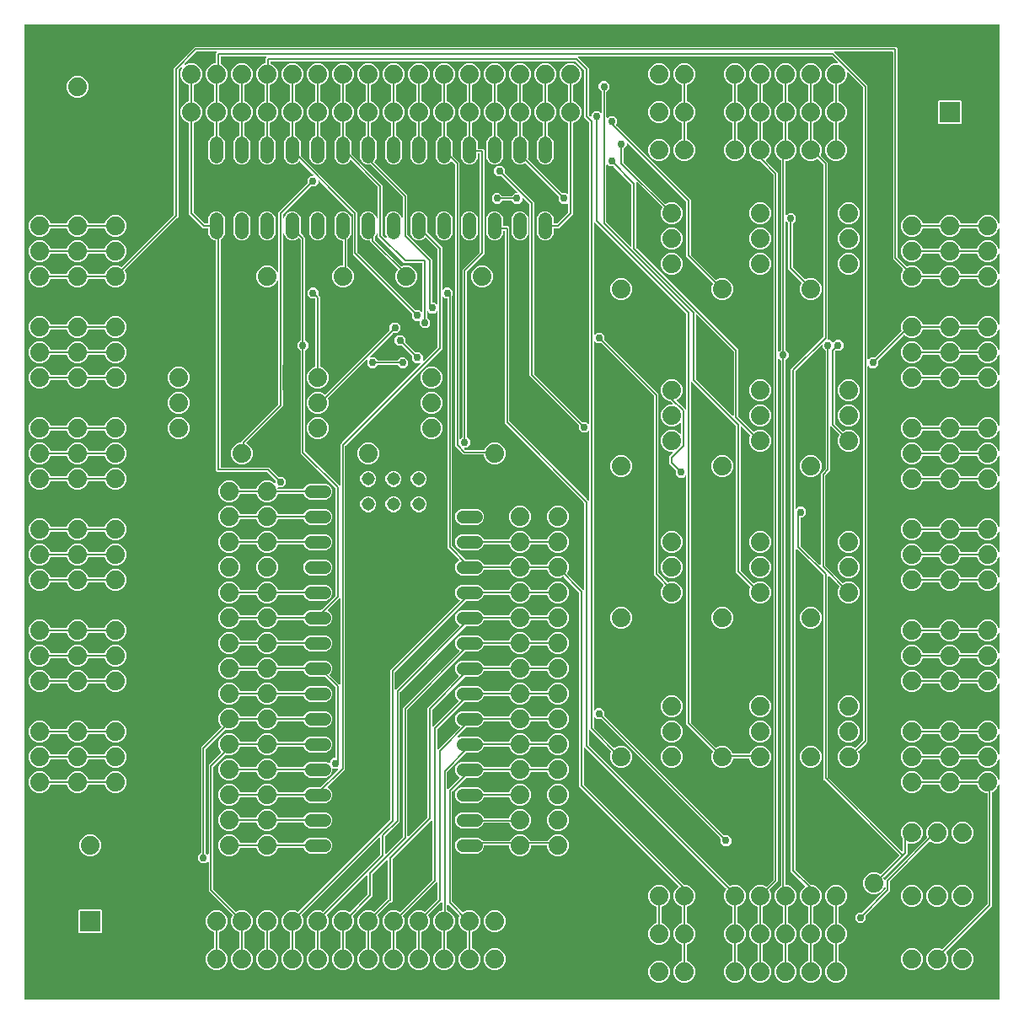
<source format=gbr>
G04 EAGLE Gerber RS-274X export*
G75*
%MOMM*%
%FSLAX34Y34*%
%LPD*%
%INTop Copper*%
%IPPOS*%
%AMOC8*
5,1,8,0,0,1.08239X$1,22.5*%
G01*
%ADD10C,1.879600*%
%ADD11C,1.308000*%
%ADD12C,1.308000*%
%ADD13C,1.320800*%
%ADD14R,2.032000X2.032000*%
%ADD15C,2.032000*%
%ADD16C,0.152400*%
%ADD17C,0.756400*%

G36*
X989098Y10164D02*
X989098Y10164D01*
X989117Y10162D01*
X989219Y10184D01*
X989321Y10200D01*
X989338Y10210D01*
X989358Y10214D01*
X989447Y10267D01*
X989538Y10316D01*
X989552Y10330D01*
X989569Y10340D01*
X989636Y10419D01*
X989708Y10494D01*
X989716Y10512D01*
X989729Y10527D01*
X989768Y10623D01*
X989811Y10717D01*
X989813Y10737D01*
X989821Y10755D01*
X989839Y10922D01*
X989839Y225054D01*
X989824Y225151D01*
X989814Y225247D01*
X989804Y225271D01*
X989800Y225297D01*
X989754Y225383D01*
X989714Y225472D01*
X989697Y225491D01*
X989684Y225515D01*
X989614Y225582D01*
X989548Y225653D01*
X989525Y225666D01*
X989506Y225684D01*
X989418Y225725D01*
X989332Y225772D01*
X989307Y225777D01*
X989283Y225788D01*
X989186Y225798D01*
X989090Y225816D01*
X989064Y225812D01*
X989039Y225815D01*
X988943Y225794D01*
X988847Y225780D01*
X988824Y225768D01*
X988798Y225762D01*
X988715Y225712D01*
X988628Y225668D01*
X988609Y225650D01*
X988587Y225636D01*
X988524Y225562D01*
X988456Y225493D01*
X988440Y225464D01*
X988427Y225449D01*
X988415Y225419D01*
X988375Y225346D01*
X987160Y222413D01*
X984087Y219340D01*
X982757Y218789D01*
X982657Y218727D01*
X982557Y218667D01*
X982553Y218663D01*
X982548Y218659D01*
X982473Y218570D01*
X982397Y218481D01*
X982395Y218475D01*
X982391Y218470D01*
X982349Y218362D01*
X982305Y218252D01*
X982304Y218245D01*
X982303Y218240D01*
X982302Y218222D01*
X982287Y218086D01*
X982287Y104053D01*
X980724Y102490D01*
X936329Y58095D01*
X936317Y58079D01*
X936302Y58066D01*
X936245Y57979D01*
X936185Y57895D01*
X936179Y57876D01*
X936169Y57859D01*
X936143Y57759D01*
X936113Y57660D01*
X936113Y57640D01*
X936109Y57621D01*
X936117Y57518D01*
X936119Y57414D01*
X936126Y57395D01*
X936128Y57375D01*
X936168Y57280D01*
X936204Y57183D01*
X936216Y57168D01*
X936224Y57149D01*
X936329Y57018D01*
X936360Y56987D01*
X938023Y52973D01*
X938023Y48627D01*
X936360Y44613D01*
X933287Y41540D01*
X929273Y39877D01*
X924927Y39877D01*
X920913Y41540D01*
X917840Y44613D01*
X916177Y48627D01*
X916177Y52973D01*
X917840Y56987D01*
X920913Y60060D01*
X924927Y61723D01*
X929273Y61723D01*
X931784Y60682D01*
X931898Y60656D01*
X932011Y60627D01*
X932017Y60628D01*
X932023Y60626D01*
X932140Y60637D01*
X932256Y60646D01*
X932262Y60649D01*
X932268Y60649D01*
X932376Y60697D01*
X932483Y60743D01*
X932488Y60747D01*
X932493Y60749D01*
X932507Y60762D01*
X932614Y60848D01*
X977490Y105724D01*
X977543Y105798D01*
X977603Y105868D01*
X977615Y105898D01*
X977634Y105924D01*
X977661Y106011D01*
X977695Y106096D01*
X977699Y106137D01*
X977706Y106159D01*
X977705Y106191D01*
X977713Y106263D01*
X977713Y216916D01*
X977710Y216936D01*
X977712Y216955D01*
X977690Y217057D01*
X977674Y217159D01*
X977664Y217176D01*
X977660Y217196D01*
X977607Y217285D01*
X977558Y217376D01*
X977544Y217390D01*
X977534Y217407D01*
X977455Y217474D01*
X977380Y217546D01*
X977362Y217554D01*
X977347Y217567D01*
X977251Y217606D01*
X977157Y217649D01*
X977137Y217651D01*
X977119Y217659D01*
X976952Y217677D01*
X975727Y217677D01*
X971713Y219340D01*
X968640Y222413D01*
X967219Y225843D01*
X967158Y225943D01*
X967098Y226043D01*
X967093Y226047D01*
X967090Y226052D01*
X967000Y226127D01*
X966911Y226203D01*
X966905Y226205D01*
X966900Y226209D01*
X966792Y226251D01*
X966683Y226295D01*
X966675Y226296D01*
X966670Y226297D01*
X966652Y226298D01*
X966516Y226313D01*
X951184Y226313D01*
X951069Y226294D01*
X950953Y226277D01*
X950948Y226275D01*
X950941Y226274D01*
X950839Y226219D01*
X950734Y226166D01*
X950730Y226161D01*
X950724Y226158D01*
X950644Y226074D01*
X950562Y225990D01*
X950558Y225984D01*
X950555Y225980D01*
X950547Y225963D01*
X950481Y225843D01*
X949060Y222413D01*
X945987Y219340D01*
X941973Y217677D01*
X937627Y217677D01*
X933613Y219340D01*
X930540Y222413D01*
X929119Y225843D01*
X929058Y225943D01*
X928998Y226043D01*
X928993Y226047D01*
X928990Y226052D01*
X928900Y226127D01*
X928811Y226203D01*
X928805Y226205D01*
X928800Y226209D01*
X928692Y226251D01*
X928583Y226295D01*
X928575Y226296D01*
X928570Y226297D01*
X928552Y226298D01*
X928416Y226313D01*
X913084Y226313D01*
X912969Y226294D01*
X912853Y226277D01*
X912848Y226275D01*
X912841Y226274D01*
X912739Y226219D01*
X912634Y226166D01*
X912630Y226161D01*
X912624Y226158D01*
X912544Y226074D01*
X912462Y225990D01*
X912458Y225984D01*
X912455Y225980D01*
X912447Y225963D01*
X912381Y225843D01*
X910960Y222413D01*
X907887Y219340D01*
X903873Y217677D01*
X899527Y217677D01*
X895513Y219340D01*
X892440Y222413D01*
X890777Y226427D01*
X890777Y230773D01*
X892440Y234787D01*
X895513Y237860D01*
X899527Y239523D01*
X903873Y239523D01*
X907887Y237860D01*
X910960Y234787D01*
X912381Y231357D01*
X912442Y231257D01*
X912502Y231157D01*
X912507Y231153D01*
X912510Y231148D01*
X912600Y231073D01*
X912689Y230997D01*
X912695Y230995D01*
X912700Y230991D01*
X912808Y230949D01*
X912917Y230905D01*
X912925Y230904D01*
X912930Y230903D01*
X912948Y230902D01*
X913084Y230887D01*
X928416Y230887D01*
X928531Y230906D01*
X928647Y230923D01*
X928652Y230925D01*
X928659Y230926D01*
X928761Y230981D01*
X928866Y231034D01*
X928870Y231039D01*
X928876Y231042D01*
X928956Y231126D01*
X929038Y231210D01*
X929042Y231216D01*
X929045Y231220D01*
X929053Y231237D01*
X929119Y231357D01*
X930540Y234787D01*
X933613Y237860D01*
X937627Y239523D01*
X941973Y239523D01*
X945987Y237860D01*
X949060Y234787D01*
X950481Y231357D01*
X950542Y231257D01*
X950602Y231157D01*
X950607Y231153D01*
X950610Y231148D01*
X950700Y231073D01*
X950789Y230997D01*
X950795Y230995D01*
X950800Y230991D01*
X950908Y230949D01*
X951017Y230905D01*
X951025Y230904D01*
X951030Y230903D01*
X951048Y230902D01*
X951184Y230887D01*
X966516Y230887D01*
X966631Y230906D01*
X966747Y230923D01*
X966752Y230925D01*
X966759Y230926D01*
X966861Y230981D01*
X966966Y231034D01*
X966970Y231039D01*
X966976Y231042D01*
X967056Y231126D01*
X967138Y231210D01*
X967142Y231216D01*
X967145Y231220D01*
X967153Y231237D01*
X967219Y231357D01*
X968640Y234787D01*
X971713Y237860D01*
X975727Y239523D01*
X980073Y239523D01*
X984087Y237860D01*
X987160Y234787D01*
X988375Y231854D01*
X988426Y231771D01*
X988472Y231685D01*
X988490Y231667D01*
X988504Y231645D01*
X988580Y231583D01*
X988650Y231516D01*
X988674Y231505D01*
X988694Y231488D01*
X988785Y231453D01*
X988873Y231412D01*
X988899Y231410D01*
X988923Y231400D01*
X989021Y231396D01*
X989117Y231385D01*
X989143Y231391D01*
X989169Y231390D01*
X989263Y231417D01*
X989358Y231438D01*
X989380Y231451D01*
X989405Y231458D01*
X989485Y231514D01*
X989569Y231564D01*
X989586Y231584D01*
X989607Y231599D01*
X989666Y231677D01*
X989729Y231751D01*
X989739Y231775D01*
X989754Y231796D01*
X989784Y231888D01*
X989821Y231979D01*
X989824Y232011D01*
X989830Y232030D01*
X989830Y232063D01*
X989839Y232146D01*
X989839Y250454D01*
X989824Y250551D01*
X989814Y250647D01*
X989804Y250671D01*
X989800Y250697D01*
X989754Y250783D01*
X989714Y250872D01*
X989697Y250891D01*
X989684Y250915D01*
X989614Y250982D01*
X989548Y251053D01*
X989525Y251066D01*
X989506Y251084D01*
X989418Y251125D01*
X989332Y251172D01*
X989307Y251177D01*
X989283Y251188D01*
X989186Y251198D01*
X989090Y251216D01*
X989064Y251212D01*
X989039Y251215D01*
X988943Y251194D01*
X988847Y251180D01*
X988824Y251168D01*
X988798Y251162D01*
X988715Y251112D01*
X988628Y251068D01*
X988609Y251050D01*
X988587Y251036D01*
X988524Y250962D01*
X988456Y250893D01*
X988440Y250864D01*
X988427Y250849D01*
X988415Y250819D01*
X988375Y250746D01*
X987160Y247813D01*
X984087Y244740D01*
X980073Y243077D01*
X975727Y243077D01*
X971713Y244740D01*
X968640Y247813D01*
X967219Y251243D01*
X967158Y251343D01*
X967098Y251443D01*
X967093Y251447D01*
X967090Y251452D01*
X967000Y251527D01*
X966911Y251603D01*
X966905Y251605D01*
X966900Y251609D01*
X966792Y251651D01*
X966683Y251695D01*
X966675Y251696D01*
X966670Y251697D01*
X966652Y251698D01*
X966516Y251713D01*
X951184Y251713D01*
X951069Y251694D01*
X950953Y251677D01*
X950948Y251675D01*
X950941Y251674D01*
X950839Y251619D01*
X950734Y251566D01*
X950730Y251561D01*
X950724Y251558D01*
X950644Y251474D01*
X950562Y251390D01*
X950558Y251384D01*
X950555Y251380D01*
X950547Y251363D01*
X950481Y251243D01*
X949060Y247813D01*
X945987Y244740D01*
X941973Y243077D01*
X937627Y243077D01*
X933613Y244740D01*
X930540Y247813D01*
X929119Y251243D01*
X929058Y251343D01*
X928998Y251443D01*
X928993Y251447D01*
X928990Y251452D01*
X928900Y251527D01*
X928811Y251603D01*
X928805Y251605D01*
X928800Y251609D01*
X928692Y251651D01*
X928583Y251695D01*
X928575Y251696D01*
X928570Y251697D01*
X928552Y251698D01*
X928416Y251713D01*
X913084Y251713D01*
X912969Y251694D01*
X912853Y251677D01*
X912848Y251675D01*
X912841Y251674D01*
X912739Y251619D01*
X912634Y251566D01*
X912630Y251561D01*
X912624Y251558D01*
X912544Y251474D01*
X912462Y251390D01*
X912458Y251384D01*
X912455Y251380D01*
X912447Y251363D01*
X912381Y251243D01*
X910960Y247813D01*
X907887Y244740D01*
X903873Y243077D01*
X899527Y243077D01*
X895513Y244740D01*
X892440Y247813D01*
X890777Y251827D01*
X890777Y256173D01*
X892440Y260187D01*
X895513Y263260D01*
X899527Y264923D01*
X903873Y264923D01*
X907887Y263260D01*
X910960Y260187D01*
X912381Y256757D01*
X912442Y256657D01*
X912502Y256557D01*
X912507Y256553D01*
X912510Y256548D01*
X912600Y256473D01*
X912689Y256397D01*
X912695Y256395D01*
X912700Y256391D01*
X912808Y256349D01*
X912917Y256305D01*
X912925Y256304D01*
X912930Y256303D01*
X912948Y256302D01*
X913084Y256287D01*
X928416Y256287D01*
X928531Y256306D01*
X928647Y256323D01*
X928652Y256325D01*
X928659Y256326D01*
X928761Y256381D01*
X928866Y256434D01*
X928870Y256439D01*
X928876Y256442D01*
X928956Y256526D01*
X929038Y256610D01*
X929042Y256616D01*
X929045Y256620D01*
X929053Y256637D01*
X929119Y256757D01*
X930540Y260187D01*
X933613Y263260D01*
X937627Y264923D01*
X941973Y264923D01*
X945987Y263260D01*
X949060Y260187D01*
X950481Y256757D01*
X950542Y256657D01*
X950602Y256557D01*
X950607Y256553D01*
X950610Y256548D01*
X950700Y256473D01*
X950789Y256397D01*
X950795Y256395D01*
X950800Y256391D01*
X950908Y256349D01*
X951017Y256305D01*
X951025Y256304D01*
X951030Y256303D01*
X951048Y256302D01*
X951184Y256287D01*
X966516Y256287D01*
X966631Y256306D01*
X966747Y256323D01*
X966752Y256325D01*
X966759Y256326D01*
X966861Y256381D01*
X966966Y256434D01*
X966970Y256439D01*
X966976Y256442D01*
X967056Y256526D01*
X967138Y256610D01*
X967142Y256616D01*
X967145Y256620D01*
X967153Y256637D01*
X967219Y256757D01*
X968640Y260187D01*
X971713Y263260D01*
X975727Y264923D01*
X980073Y264923D01*
X984087Y263260D01*
X987160Y260187D01*
X988375Y257254D01*
X988426Y257171D01*
X988472Y257085D01*
X988490Y257067D01*
X988504Y257045D01*
X988580Y256983D01*
X988650Y256916D01*
X988674Y256905D01*
X988694Y256888D01*
X988785Y256853D01*
X988873Y256812D01*
X988899Y256810D01*
X988923Y256800D01*
X989021Y256796D01*
X989117Y256785D01*
X989143Y256791D01*
X989169Y256790D01*
X989263Y256817D01*
X989358Y256838D01*
X989380Y256851D01*
X989405Y256858D01*
X989485Y256914D01*
X989569Y256964D01*
X989586Y256984D01*
X989607Y256999D01*
X989666Y257077D01*
X989729Y257151D01*
X989739Y257175D01*
X989754Y257196D01*
X989784Y257288D01*
X989821Y257379D01*
X989824Y257411D01*
X989830Y257430D01*
X989830Y257463D01*
X989839Y257546D01*
X989839Y275854D01*
X989837Y275867D01*
X989838Y275876D01*
X989828Y275924D01*
X989824Y275951D01*
X989814Y276047D01*
X989804Y276071D01*
X989800Y276097D01*
X989754Y276183D01*
X989714Y276272D01*
X989697Y276291D01*
X989684Y276315D01*
X989614Y276382D01*
X989548Y276453D01*
X989525Y276466D01*
X989506Y276484D01*
X989418Y276525D01*
X989332Y276572D01*
X989307Y276577D01*
X989283Y276588D01*
X989186Y276598D01*
X989090Y276616D01*
X989064Y276612D01*
X989039Y276615D01*
X988943Y276594D01*
X988847Y276580D01*
X988824Y276568D01*
X988798Y276562D01*
X988715Y276512D01*
X988628Y276468D01*
X988609Y276450D01*
X988587Y276436D01*
X988524Y276362D01*
X988456Y276293D01*
X988440Y276264D01*
X988427Y276249D01*
X988415Y276219D01*
X988375Y276146D01*
X987160Y273213D01*
X984087Y270140D01*
X980073Y268477D01*
X975727Y268477D01*
X971713Y270140D01*
X968640Y273213D01*
X967219Y276643D01*
X967158Y276743D01*
X967098Y276843D01*
X967093Y276847D01*
X967090Y276852D01*
X967000Y276927D01*
X966911Y277003D01*
X966905Y277005D01*
X966900Y277009D01*
X966792Y277051D01*
X966683Y277095D01*
X966675Y277096D01*
X966670Y277097D01*
X966652Y277098D01*
X966516Y277113D01*
X951184Y277113D01*
X951069Y277094D01*
X950953Y277077D01*
X950948Y277075D01*
X950941Y277074D01*
X950839Y277019D01*
X950734Y276966D01*
X950730Y276961D01*
X950724Y276958D01*
X950644Y276874D01*
X950562Y276790D01*
X950558Y276784D01*
X950555Y276780D01*
X950547Y276763D01*
X950481Y276643D01*
X949060Y273213D01*
X945987Y270140D01*
X941973Y268477D01*
X937627Y268477D01*
X933613Y270140D01*
X930540Y273213D01*
X929119Y276643D01*
X929058Y276743D01*
X928998Y276843D01*
X928993Y276847D01*
X928990Y276852D01*
X928900Y276927D01*
X928811Y277003D01*
X928805Y277005D01*
X928800Y277009D01*
X928692Y277051D01*
X928583Y277095D01*
X928575Y277096D01*
X928570Y277097D01*
X928552Y277098D01*
X928416Y277113D01*
X913084Y277113D01*
X912969Y277094D01*
X912853Y277077D01*
X912848Y277075D01*
X912841Y277074D01*
X912739Y277019D01*
X912634Y276966D01*
X912630Y276961D01*
X912624Y276958D01*
X912544Y276874D01*
X912462Y276790D01*
X912458Y276784D01*
X912455Y276780D01*
X912447Y276763D01*
X912381Y276643D01*
X910960Y273213D01*
X907887Y270140D01*
X903873Y268477D01*
X899527Y268477D01*
X895513Y270140D01*
X892440Y273213D01*
X890777Y277227D01*
X890777Y281573D01*
X892440Y285587D01*
X895513Y288660D01*
X899527Y290323D01*
X903873Y290323D01*
X907887Y288660D01*
X910960Y285587D01*
X912381Y282157D01*
X912442Y282057D01*
X912502Y281957D01*
X912507Y281953D01*
X912510Y281948D01*
X912600Y281873D01*
X912689Y281797D01*
X912695Y281795D01*
X912700Y281791D01*
X912808Y281749D01*
X912917Y281705D01*
X912925Y281704D01*
X912930Y281703D01*
X912948Y281702D01*
X913084Y281687D01*
X928416Y281687D01*
X928531Y281706D01*
X928647Y281723D01*
X928652Y281725D01*
X928659Y281726D01*
X928761Y281781D01*
X928866Y281834D01*
X928870Y281839D01*
X928876Y281842D01*
X928956Y281926D01*
X929038Y282010D01*
X929042Y282016D01*
X929045Y282020D01*
X929053Y282037D01*
X929119Y282157D01*
X930540Y285587D01*
X933613Y288660D01*
X937627Y290323D01*
X941973Y290323D01*
X945987Y288660D01*
X949060Y285587D01*
X950481Y282157D01*
X950542Y282057D01*
X950602Y281957D01*
X950607Y281953D01*
X950610Y281948D01*
X950700Y281873D01*
X950789Y281797D01*
X950795Y281795D01*
X950800Y281791D01*
X950908Y281749D01*
X951017Y281705D01*
X951025Y281704D01*
X951030Y281703D01*
X951048Y281702D01*
X951184Y281687D01*
X966516Y281687D01*
X966631Y281706D01*
X966747Y281723D01*
X966752Y281725D01*
X966759Y281726D01*
X966861Y281781D01*
X966966Y281834D01*
X966970Y281839D01*
X966976Y281842D01*
X967056Y281926D01*
X967138Y282010D01*
X967142Y282016D01*
X967145Y282020D01*
X967153Y282037D01*
X967219Y282157D01*
X968640Y285587D01*
X971713Y288660D01*
X975727Y290323D01*
X980073Y290323D01*
X984087Y288660D01*
X987160Y285587D01*
X988375Y282654D01*
X988426Y282571D01*
X988472Y282485D01*
X988490Y282467D01*
X988504Y282445D01*
X988580Y282383D01*
X988650Y282316D01*
X988674Y282305D01*
X988694Y282288D01*
X988785Y282253D01*
X988873Y282212D01*
X988899Y282210D01*
X988923Y282200D01*
X989021Y282196D01*
X989117Y282185D01*
X989143Y282191D01*
X989169Y282190D01*
X989263Y282217D01*
X989358Y282238D01*
X989380Y282251D01*
X989405Y282258D01*
X989485Y282314D01*
X989569Y282364D01*
X989586Y282384D01*
X989607Y282399D01*
X989666Y282477D01*
X989729Y282551D01*
X989739Y282575D01*
X989754Y282596D01*
X989784Y282688D01*
X989821Y282779D01*
X989824Y282811D01*
X989830Y282830D01*
X989830Y282863D01*
X989839Y282946D01*
X989839Y326654D01*
X989824Y326751D01*
X989814Y326847D01*
X989804Y326871D01*
X989800Y326897D01*
X989754Y326983D01*
X989714Y327072D01*
X989697Y327091D01*
X989684Y327115D01*
X989614Y327182D01*
X989548Y327253D01*
X989525Y327266D01*
X989506Y327284D01*
X989418Y327325D01*
X989332Y327372D01*
X989307Y327377D01*
X989283Y327388D01*
X989186Y327398D01*
X989090Y327416D01*
X989064Y327412D01*
X989039Y327415D01*
X988943Y327394D01*
X988847Y327380D01*
X988824Y327368D01*
X988798Y327362D01*
X988715Y327312D01*
X988628Y327268D01*
X988609Y327250D01*
X988587Y327236D01*
X988524Y327162D01*
X988456Y327093D01*
X988440Y327064D01*
X988427Y327049D01*
X988415Y327019D01*
X988375Y326946D01*
X987160Y324013D01*
X984087Y320940D01*
X980073Y319277D01*
X975727Y319277D01*
X971713Y320940D01*
X968640Y324013D01*
X967219Y327443D01*
X967158Y327543D01*
X967098Y327643D01*
X967093Y327647D01*
X967090Y327652D01*
X967000Y327727D01*
X966911Y327803D01*
X966905Y327805D01*
X966900Y327809D01*
X966792Y327851D01*
X966683Y327895D01*
X966675Y327896D01*
X966670Y327897D01*
X966652Y327898D01*
X966516Y327913D01*
X951184Y327913D01*
X951069Y327894D01*
X950953Y327877D01*
X950948Y327875D01*
X950941Y327874D01*
X950839Y327819D01*
X950734Y327766D01*
X950730Y327761D01*
X950724Y327758D01*
X950644Y327674D01*
X950562Y327590D01*
X950558Y327584D01*
X950555Y327580D01*
X950547Y327563D01*
X950481Y327443D01*
X949060Y324013D01*
X945987Y320940D01*
X941973Y319277D01*
X937627Y319277D01*
X933613Y320940D01*
X930540Y324013D01*
X929119Y327443D01*
X929058Y327543D01*
X928998Y327643D01*
X928993Y327647D01*
X928990Y327652D01*
X928900Y327727D01*
X928811Y327803D01*
X928805Y327805D01*
X928800Y327809D01*
X928692Y327851D01*
X928583Y327895D01*
X928575Y327896D01*
X928570Y327897D01*
X928552Y327898D01*
X928416Y327913D01*
X913084Y327913D01*
X912969Y327894D01*
X912853Y327877D01*
X912848Y327875D01*
X912841Y327874D01*
X912739Y327819D01*
X912634Y327766D01*
X912630Y327761D01*
X912624Y327758D01*
X912544Y327674D01*
X912462Y327590D01*
X912458Y327584D01*
X912455Y327580D01*
X912447Y327563D01*
X912381Y327443D01*
X910960Y324013D01*
X907887Y320940D01*
X903873Y319277D01*
X899527Y319277D01*
X895513Y320940D01*
X892440Y324013D01*
X890777Y328027D01*
X890777Y332373D01*
X892440Y336387D01*
X895513Y339460D01*
X899527Y341123D01*
X903873Y341123D01*
X907887Y339460D01*
X910960Y336387D01*
X912381Y332957D01*
X912442Y332857D01*
X912502Y332757D01*
X912507Y332753D01*
X912510Y332748D01*
X912600Y332673D01*
X912689Y332597D01*
X912695Y332595D01*
X912700Y332591D01*
X912808Y332549D01*
X912917Y332505D01*
X912925Y332504D01*
X912930Y332503D01*
X912948Y332502D01*
X913084Y332487D01*
X928416Y332487D01*
X928531Y332506D01*
X928647Y332523D01*
X928652Y332525D01*
X928659Y332526D01*
X928761Y332581D01*
X928866Y332634D01*
X928870Y332639D01*
X928876Y332642D01*
X928956Y332726D01*
X929038Y332810D01*
X929042Y332816D01*
X929045Y332820D01*
X929053Y332837D01*
X929119Y332957D01*
X930540Y336387D01*
X933613Y339460D01*
X937627Y341123D01*
X941973Y341123D01*
X945987Y339460D01*
X949060Y336387D01*
X950481Y332957D01*
X950542Y332857D01*
X950602Y332757D01*
X950607Y332753D01*
X950610Y332748D01*
X950700Y332673D01*
X950789Y332597D01*
X950795Y332595D01*
X950800Y332591D01*
X950908Y332549D01*
X951017Y332505D01*
X951025Y332504D01*
X951030Y332503D01*
X951048Y332502D01*
X951184Y332487D01*
X966516Y332487D01*
X966631Y332506D01*
X966747Y332523D01*
X966752Y332525D01*
X966759Y332526D01*
X966861Y332581D01*
X966966Y332634D01*
X966970Y332639D01*
X966976Y332642D01*
X967056Y332726D01*
X967138Y332810D01*
X967142Y332816D01*
X967145Y332820D01*
X967153Y332837D01*
X967219Y332957D01*
X968640Y336387D01*
X971713Y339460D01*
X975727Y341123D01*
X980073Y341123D01*
X984087Y339460D01*
X987160Y336387D01*
X988375Y333454D01*
X988426Y333371D01*
X988472Y333285D01*
X988490Y333267D01*
X988504Y333245D01*
X988580Y333183D01*
X988650Y333116D01*
X988674Y333105D01*
X988694Y333088D01*
X988785Y333053D01*
X988873Y333012D01*
X988899Y333010D01*
X988923Y333000D01*
X989021Y332996D01*
X989117Y332985D01*
X989143Y332991D01*
X989169Y332990D01*
X989263Y333017D01*
X989358Y333038D01*
X989380Y333051D01*
X989405Y333058D01*
X989485Y333114D01*
X989569Y333164D01*
X989586Y333184D01*
X989607Y333199D01*
X989666Y333277D01*
X989729Y333351D01*
X989739Y333375D01*
X989754Y333396D01*
X989784Y333488D01*
X989821Y333579D01*
X989824Y333611D01*
X989830Y333630D01*
X989830Y333663D01*
X989839Y333746D01*
X989839Y352054D01*
X989824Y352151D01*
X989814Y352247D01*
X989804Y352271D01*
X989800Y352297D01*
X989754Y352383D01*
X989714Y352472D01*
X989697Y352491D01*
X989684Y352515D01*
X989614Y352582D01*
X989548Y352653D01*
X989525Y352666D01*
X989506Y352684D01*
X989418Y352725D01*
X989332Y352772D01*
X989307Y352777D01*
X989283Y352788D01*
X989186Y352798D01*
X989090Y352816D01*
X989064Y352812D01*
X989039Y352815D01*
X988943Y352794D01*
X988847Y352780D01*
X988824Y352768D01*
X988798Y352762D01*
X988715Y352712D01*
X988628Y352668D01*
X988609Y352650D01*
X988587Y352636D01*
X988524Y352562D01*
X988456Y352493D01*
X988440Y352464D01*
X988427Y352449D01*
X988415Y352419D01*
X988375Y352346D01*
X987160Y349413D01*
X984087Y346340D01*
X980073Y344677D01*
X975727Y344677D01*
X971713Y346340D01*
X968640Y349413D01*
X967219Y352843D01*
X967158Y352943D01*
X967098Y353043D01*
X967093Y353047D01*
X967090Y353052D01*
X967000Y353127D01*
X966911Y353203D01*
X966905Y353205D01*
X966900Y353209D01*
X966792Y353251D01*
X966683Y353295D01*
X966675Y353296D01*
X966670Y353297D01*
X966652Y353298D01*
X966516Y353313D01*
X951184Y353313D01*
X951069Y353294D01*
X950953Y353277D01*
X950948Y353275D01*
X950941Y353274D01*
X950839Y353219D01*
X950734Y353166D01*
X950730Y353161D01*
X950724Y353158D01*
X950644Y353074D01*
X950562Y352990D01*
X950558Y352984D01*
X950555Y352980D01*
X950547Y352963D01*
X950481Y352843D01*
X949060Y349413D01*
X945987Y346340D01*
X941973Y344677D01*
X937627Y344677D01*
X933613Y346340D01*
X930540Y349413D01*
X929119Y352843D01*
X929058Y352943D01*
X928998Y353043D01*
X928993Y353047D01*
X928990Y353052D01*
X928900Y353127D01*
X928811Y353203D01*
X928805Y353205D01*
X928800Y353209D01*
X928692Y353251D01*
X928583Y353295D01*
X928575Y353296D01*
X928570Y353297D01*
X928552Y353298D01*
X928416Y353313D01*
X913084Y353313D01*
X912969Y353294D01*
X912853Y353277D01*
X912848Y353275D01*
X912841Y353274D01*
X912739Y353219D01*
X912634Y353166D01*
X912630Y353161D01*
X912624Y353158D01*
X912544Y353074D01*
X912462Y352990D01*
X912458Y352984D01*
X912455Y352980D01*
X912447Y352963D01*
X912381Y352843D01*
X910960Y349413D01*
X907887Y346340D01*
X903873Y344677D01*
X899527Y344677D01*
X895513Y346340D01*
X892440Y349413D01*
X890777Y353427D01*
X890777Y357773D01*
X892440Y361787D01*
X895513Y364860D01*
X899527Y366523D01*
X903873Y366523D01*
X907887Y364860D01*
X910960Y361787D01*
X912381Y358357D01*
X912443Y358257D01*
X912502Y358157D01*
X912507Y358153D01*
X912510Y358148D01*
X912600Y358073D01*
X912689Y357997D01*
X912695Y357995D01*
X912700Y357991D01*
X912808Y357949D01*
X912917Y357905D01*
X912925Y357904D01*
X912930Y357903D01*
X912948Y357902D01*
X913084Y357887D01*
X928416Y357887D01*
X928531Y357906D01*
X928647Y357923D01*
X928652Y357925D01*
X928659Y357926D01*
X928761Y357981D01*
X928866Y358034D01*
X928870Y358039D01*
X928876Y358042D01*
X928956Y358126D01*
X929038Y358210D01*
X929042Y358216D01*
X929045Y358220D01*
X929053Y358237D01*
X929119Y358357D01*
X930540Y361787D01*
X933613Y364860D01*
X937627Y366523D01*
X941973Y366523D01*
X945987Y364860D01*
X949060Y361787D01*
X950481Y358357D01*
X950543Y358257D01*
X950602Y358157D01*
X950607Y358153D01*
X950610Y358148D01*
X950700Y358073D01*
X950789Y357997D01*
X950795Y357995D01*
X950800Y357991D01*
X950908Y357949D01*
X951017Y357905D01*
X951025Y357904D01*
X951030Y357903D01*
X951048Y357902D01*
X951184Y357887D01*
X966516Y357887D01*
X966631Y357906D01*
X966747Y357923D01*
X966752Y357925D01*
X966759Y357926D01*
X966861Y357981D01*
X966966Y358034D01*
X966970Y358039D01*
X966976Y358042D01*
X967056Y358126D01*
X967138Y358210D01*
X967142Y358216D01*
X967145Y358220D01*
X967153Y358237D01*
X967219Y358357D01*
X968640Y361787D01*
X971713Y364860D01*
X975727Y366523D01*
X980073Y366523D01*
X984087Y364860D01*
X987160Y361787D01*
X988375Y358854D01*
X988426Y358771D01*
X988472Y358685D01*
X988490Y358667D01*
X988504Y358645D01*
X988580Y358583D01*
X988650Y358516D01*
X988674Y358505D01*
X988694Y358488D01*
X988785Y358453D01*
X988873Y358412D01*
X988899Y358410D01*
X988923Y358400D01*
X989021Y358396D01*
X989117Y358385D01*
X989143Y358391D01*
X989169Y358390D01*
X989263Y358417D01*
X989358Y358438D01*
X989380Y358451D01*
X989405Y358458D01*
X989485Y358514D01*
X989569Y358564D01*
X989586Y358584D01*
X989607Y358599D01*
X989666Y358677D01*
X989729Y358751D01*
X989739Y358775D01*
X989754Y358796D01*
X989784Y358888D01*
X989821Y358979D01*
X989824Y359011D01*
X989830Y359030D01*
X989830Y359063D01*
X989839Y359146D01*
X989839Y377454D01*
X989824Y377551D01*
X989814Y377647D01*
X989804Y377671D01*
X989800Y377697D01*
X989754Y377783D01*
X989714Y377872D01*
X989697Y377891D01*
X989684Y377915D01*
X989614Y377982D01*
X989548Y378053D01*
X989525Y378066D01*
X989506Y378084D01*
X989418Y378125D01*
X989332Y378172D01*
X989307Y378177D01*
X989283Y378188D01*
X989186Y378198D01*
X989090Y378216D01*
X989064Y378212D01*
X989039Y378215D01*
X988943Y378194D01*
X988847Y378180D01*
X988824Y378168D01*
X988798Y378162D01*
X988715Y378112D01*
X988628Y378068D01*
X988609Y378050D01*
X988587Y378036D01*
X988524Y377962D01*
X988456Y377893D01*
X988440Y377864D01*
X988427Y377849D01*
X988415Y377819D01*
X988375Y377746D01*
X987160Y374813D01*
X984087Y371740D01*
X980073Y370077D01*
X975727Y370077D01*
X971713Y371740D01*
X968640Y374813D01*
X967219Y378243D01*
X967158Y378343D01*
X967098Y378443D01*
X967093Y378447D01*
X967090Y378452D01*
X967000Y378527D01*
X966911Y378603D01*
X966905Y378605D01*
X966900Y378609D01*
X966792Y378651D01*
X966683Y378695D01*
X966675Y378696D01*
X966670Y378697D01*
X966652Y378698D01*
X966516Y378713D01*
X951184Y378713D01*
X951069Y378694D01*
X950953Y378677D01*
X950948Y378675D01*
X950941Y378674D01*
X950839Y378619D01*
X950734Y378566D01*
X950730Y378561D01*
X950724Y378558D01*
X950644Y378474D01*
X950562Y378390D01*
X950558Y378384D01*
X950555Y378380D01*
X950547Y378363D01*
X950481Y378243D01*
X949060Y374813D01*
X945987Y371740D01*
X941973Y370077D01*
X937627Y370077D01*
X933613Y371740D01*
X930540Y374813D01*
X929119Y378243D01*
X929058Y378343D01*
X928998Y378443D01*
X928993Y378447D01*
X928990Y378452D01*
X928900Y378527D01*
X928811Y378603D01*
X928805Y378605D01*
X928800Y378609D01*
X928692Y378651D01*
X928583Y378695D01*
X928575Y378696D01*
X928570Y378697D01*
X928552Y378698D01*
X928416Y378713D01*
X913084Y378713D01*
X912969Y378694D01*
X912853Y378677D01*
X912848Y378675D01*
X912841Y378674D01*
X912739Y378619D01*
X912634Y378566D01*
X912630Y378561D01*
X912624Y378558D01*
X912544Y378474D01*
X912462Y378390D01*
X912458Y378384D01*
X912455Y378380D01*
X912447Y378363D01*
X912381Y378243D01*
X910960Y374813D01*
X907887Y371740D01*
X903873Y370077D01*
X899527Y370077D01*
X895513Y371740D01*
X892440Y374813D01*
X890777Y378827D01*
X890777Y383173D01*
X892440Y387187D01*
X895513Y390260D01*
X899527Y391923D01*
X903873Y391923D01*
X907887Y390260D01*
X910960Y387187D01*
X912381Y383757D01*
X912442Y383657D01*
X912502Y383557D01*
X912507Y383553D01*
X912510Y383548D01*
X912600Y383473D01*
X912689Y383397D01*
X912695Y383395D01*
X912700Y383391D01*
X912808Y383349D01*
X912917Y383305D01*
X912925Y383304D01*
X912930Y383303D01*
X912948Y383302D01*
X913084Y383287D01*
X928416Y383287D01*
X928531Y383306D01*
X928647Y383323D01*
X928652Y383325D01*
X928659Y383326D01*
X928761Y383381D01*
X928866Y383434D01*
X928870Y383439D01*
X928876Y383442D01*
X928956Y383526D01*
X929038Y383610D01*
X929042Y383616D01*
X929045Y383620D01*
X929053Y383637D01*
X929119Y383757D01*
X930540Y387187D01*
X933613Y390260D01*
X937627Y391923D01*
X941973Y391923D01*
X945987Y390260D01*
X949060Y387187D01*
X950481Y383757D01*
X950542Y383657D01*
X950602Y383557D01*
X950607Y383553D01*
X950610Y383548D01*
X950700Y383473D01*
X950789Y383397D01*
X950795Y383395D01*
X950800Y383391D01*
X950908Y383349D01*
X951017Y383305D01*
X951025Y383304D01*
X951030Y383303D01*
X951048Y383302D01*
X951184Y383287D01*
X966516Y383287D01*
X966631Y383306D01*
X966747Y383323D01*
X966752Y383325D01*
X966759Y383326D01*
X966861Y383381D01*
X966966Y383434D01*
X966970Y383439D01*
X966976Y383442D01*
X967056Y383526D01*
X967138Y383610D01*
X967142Y383616D01*
X967145Y383620D01*
X967153Y383637D01*
X967219Y383757D01*
X968640Y387187D01*
X971713Y390260D01*
X975727Y391923D01*
X980073Y391923D01*
X984087Y390260D01*
X987160Y387187D01*
X988375Y384254D01*
X988426Y384171D01*
X988472Y384085D01*
X988490Y384067D01*
X988504Y384045D01*
X988580Y383983D01*
X988650Y383916D01*
X988674Y383905D01*
X988694Y383888D01*
X988785Y383853D01*
X988873Y383812D01*
X988899Y383810D01*
X988923Y383800D01*
X989021Y383796D01*
X989117Y383785D01*
X989143Y383791D01*
X989169Y383790D01*
X989263Y383817D01*
X989358Y383838D01*
X989380Y383851D01*
X989405Y383858D01*
X989485Y383914D01*
X989569Y383964D01*
X989586Y383984D01*
X989607Y383999D01*
X989666Y384077D01*
X989729Y384151D01*
X989739Y384175D01*
X989754Y384196D01*
X989784Y384288D01*
X989821Y384379D01*
X989824Y384411D01*
X989830Y384430D01*
X989830Y384463D01*
X989839Y384546D01*
X989839Y428254D01*
X989824Y428351D01*
X989814Y428447D01*
X989804Y428471D01*
X989800Y428497D01*
X989754Y428583D01*
X989714Y428672D01*
X989697Y428691D01*
X989684Y428715D01*
X989614Y428782D01*
X989548Y428853D01*
X989525Y428866D01*
X989506Y428884D01*
X989418Y428925D01*
X989332Y428972D01*
X989307Y428977D01*
X989283Y428988D01*
X989186Y428998D01*
X989090Y429016D01*
X989064Y429012D01*
X989039Y429015D01*
X988943Y428994D01*
X988847Y428980D01*
X988824Y428968D01*
X988798Y428962D01*
X988715Y428912D01*
X988628Y428868D01*
X988609Y428850D01*
X988587Y428836D01*
X988524Y428762D01*
X988456Y428693D01*
X988440Y428664D01*
X988427Y428649D01*
X988415Y428619D01*
X988375Y428546D01*
X987160Y425613D01*
X984087Y422540D01*
X980073Y420877D01*
X975727Y420877D01*
X971713Y422540D01*
X968640Y425613D01*
X967219Y429043D01*
X967158Y429143D01*
X967098Y429243D01*
X967093Y429247D01*
X967090Y429252D01*
X967000Y429327D01*
X966911Y429403D01*
X966905Y429405D01*
X966900Y429409D01*
X966792Y429451D01*
X966683Y429495D01*
X966675Y429496D01*
X966670Y429497D01*
X966652Y429498D01*
X966516Y429513D01*
X951184Y429513D01*
X951069Y429494D01*
X950953Y429477D01*
X950948Y429475D01*
X950941Y429474D01*
X950839Y429419D01*
X950734Y429366D01*
X950730Y429361D01*
X950724Y429358D01*
X950644Y429274D01*
X950562Y429190D01*
X950558Y429184D01*
X950555Y429180D01*
X950547Y429163D01*
X950481Y429043D01*
X949060Y425613D01*
X945987Y422540D01*
X941973Y420877D01*
X937627Y420877D01*
X933613Y422540D01*
X930540Y425613D01*
X929119Y429043D01*
X929058Y429143D01*
X928998Y429243D01*
X928993Y429247D01*
X928990Y429252D01*
X928900Y429327D01*
X928811Y429403D01*
X928805Y429405D01*
X928800Y429409D01*
X928692Y429451D01*
X928583Y429495D01*
X928575Y429496D01*
X928570Y429497D01*
X928552Y429498D01*
X928416Y429513D01*
X913084Y429513D01*
X912969Y429494D01*
X912853Y429477D01*
X912848Y429475D01*
X912841Y429474D01*
X912739Y429419D01*
X912634Y429366D01*
X912630Y429361D01*
X912624Y429358D01*
X912544Y429274D01*
X912462Y429190D01*
X912458Y429184D01*
X912455Y429180D01*
X912447Y429163D01*
X912381Y429043D01*
X910960Y425613D01*
X907887Y422540D01*
X903873Y420877D01*
X899527Y420877D01*
X895513Y422540D01*
X892440Y425613D01*
X890777Y429627D01*
X890777Y433973D01*
X892440Y437987D01*
X895513Y441060D01*
X899527Y442723D01*
X903873Y442723D01*
X907887Y441060D01*
X910960Y437987D01*
X912381Y434557D01*
X912442Y434457D01*
X912502Y434357D01*
X912507Y434353D01*
X912510Y434348D01*
X912600Y434273D01*
X912689Y434197D01*
X912695Y434195D01*
X912700Y434191D01*
X912808Y434149D01*
X912917Y434105D01*
X912925Y434104D01*
X912930Y434103D01*
X912948Y434102D01*
X913084Y434087D01*
X928416Y434087D01*
X928531Y434106D01*
X928647Y434123D01*
X928652Y434125D01*
X928659Y434126D01*
X928761Y434181D01*
X928866Y434234D01*
X928870Y434239D01*
X928876Y434242D01*
X928956Y434326D01*
X929038Y434410D01*
X929042Y434416D01*
X929045Y434420D01*
X929053Y434437D01*
X929119Y434557D01*
X930540Y437987D01*
X933613Y441060D01*
X937627Y442723D01*
X941973Y442723D01*
X945987Y441060D01*
X949060Y437987D01*
X950481Y434557D01*
X950542Y434457D01*
X950602Y434357D01*
X950607Y434353D01*
X950610Y434348D01*
X950700Y434273D01*
X950789Y434197D01*
X950795Y434195D01*
X950800Y434191D01*
X950908Y434149D01*
X951017Y434105D01*
X951025Y434104D01*
X951030Y434103D01*
X951048Y434102D01*
X951184Y434087D01*
X966516Y434087D01*
X966631Y434106D01*
X966747Y434123D01*
X966752Y434125D01*
X966759Y434126D01*
X966861Y434181D01*
X966966Y434234D01*
X966970Y434239D01*
X966976Y434242D01*
X967056Y434326D01*
X967138Y434410D01*
X967142Y434416D01*
X967145Y434420D01*
X967153Y434437D01*
X967219Y434557D01*
X968640Y437987D01*
X971713Y441060D01*
X975727Y442723D01*
X980073Y442723D01*
X984087Y441060D01*
X987160Y437987D01*
X988375Y435054D01*
X988426Y434971D01*
X988472Y434885D01*
X988490Y434867D01*
X988504Y434845D01*
X988580Y434783D01*
X988650Y434716D01*
X988674Y434705D01*
X988694Y434688D01*
X988785Y434653D01*
X988873Y434612D01*
X988899Y434610D01*
X988923Y434600D01*
X989021Y434596D01*
X989117Y434585D01*
X989143Y434591D01*
X989169Y434590D01*
X989263Y434617D01*
X989358Y434638D01*
X989380Y434651D01*
X989405Y434658D01*
X989485Y434714D01*
X989569Y434764D01*
X989586Y434784D01*
X989607Y434799D01*
X989666Y434877D01*
X989729Y434951D01*
X989739Y434975D01*
X989754Y434996D01*
X989784Y435088D01*
X989821Y435179D01*
X989824Y435211D01*
X989830Y435230D01*
X989830Y435263D01*
X989839Y435346D01*
X989839Y453654D01*
X989824Y453751D01*
X989814Y453847D01*
X989804Y453871D01*
X989800Y453897D01*
X989754Y453983D01*
X989714Y454072D01*
X989697Y454091D01*
X989684Y454115D01*
X989614Y454182D01*
X989548Y454253D01*
X989525Y454266D01*
X989506Y454284D01*
X989418Y454325D01*
X989332Y454372D01*
X989307Y454377D01*
X989283Y454388D01*
X989186Y454398D01*
X989090Y454416D01*
X989064Y454412D01*
X989039Y454415D01*
X988943Y454394D01*
X988847Y454380D01*
X988824Y454368D01*
X988798Y454362D01*
X988715Y454312D01*
X988628Y454268D01*
X988609Y454250D01*
X988587Y454236D01*
X988524Y454162D01*
X988456Y454093D01*
X988440Y454064D01*
X988427Y454049D01*
X988415Y454019D01*
X988375Y453946D01*
X987160Y451013D01*
X984087Y447940D01*
X980073Y446277D01*
X975727Y446277D01*
X971713Y447940D01*
X968640Y451013D01*
X967219Y454443D01*
X967158Y454543D01*
X967098Y454643D01*
X967093Y454647D01*
X967090Y454652D01*
X967000Y454727D01*
X966911Y454803D01*
X966905Y454805D01*
X966900Y454809D01*
X966792Y454851D01*
X966683Y454895D01*
X966675Y454896D01*
X966670Y454897D01*
X966652Y454898D01*
X966516Y454913D01*
X951184Y454913D01*
X951069Y454894D01*
X950953Y454877D01*
X950948Y454875D01*
X950941Y454874D01*
X950839Y454819D01*
X950734Y454766D01*
X950730Y454761D01*
X950724Y454758D01*
X950644Y454674D01*
X950562Y454590D01*
X950558Y454584D01*
X950555Y454580D01*
X950547Y454563D01*
X950481Y454443D01*
X949060Y451013D01*
X945987Y447940D01*
X941973Y446277D01*
X937627Y446277D01*
X933613Y447940D01*
X930540Y451013D01*
X929119Y454443D01*
X929058Y454543D01*
X928998Y454643D01*
X928993Y454647D01*
X928990Y454652D01*
X928900Y454727D01*
X928811Y454803D01*
X928805Y454805D01*
X928800Y454809D01*
X928692Y454851D01*
X928583Y454895D01*
X928575Y454896D01*
X928570Y454897D01*
X928552Y454898D01*
X928416Y454913D01*
X913084Y454913D01*
X912969Y454894D01*
X912853Y454877D01*
X912848Y454875D01*
X912841Y454874D01*
X912739Y454819D01*
X912634Y454766D01*
X912630Y454761D01*
X912624Y454758D01*
X912544Y454674D01*
X912462Y454590D01*
X912458Y454584D01*
X912455Y454580D01*
X912447Y454563D01*
X912381Y454443D01*
X910960Y451013D01*
X907887Y447940D01*
X903873Y446277D01*
X899527Y446277D01*
X895513Y447940D01*
X892440Y451013D01*
X890777Y455027D01*
X890777Y459373D01*
X892440Y463387D01*
X895513Y466460D01*
X899527Y468123D01*
X903873Y468123D01*
X907887Y466460D01*
X910960Y463387D01*
X912381Y459957D01*
X912442Y459857D01*
X912502Y459757D01*
X912507Y459753D01*
X912510Y459748D01*
X912600Y459673D01*
X912689Y459597D01*
X912695Y459595D01*
X912700Y459591D01*
X912808Y459549D01*
X912917Y459505D01*
X912925Y459504D01*
X912930Y459503D01*
X912948Y459502D01*
X913084Y459487D01*
X928416Y459487D01*
X928531Y459506D01*
X928647Y459523D01*
X928652Y459525D01*
X928659Y459526D01*
X928761Y459581D01*
X928866Y459634D01*
X928870Y459639D01*
X928876Y459642D01*
X928956Y459726D01*
X929038Y459810D01*
X929042Y459816D01*
X929045Y459820D01*
X929053Y459837D01*
X929119Y459957D01*
X930540Y463387D01*
X933613Y466460D01*
X937627Y468123D01*
X941973Y468123D01*
X945987Y466460D01*
X949060Y463387D01*
X950481Y459957D01*
X950542Y459857D01*
X950602Y459757D01*
X950607Y459753D01*
X950610Y459748D01*
X950700Y459673D01*
X950789Y459597D01*
X950795Y459595D01*
X950800Y459591D01*
X950908Y459549D01*
X951017Y459505D01*
X951025Y459504D01*
X951030Y459503D01*
X951048Y459502D01*
X951184Y459487D01*
X966516Y459487D01*
X966631Y459506D01*
X966747Y459523D01*
X966752Y459525D01*
X966759Y459526D01*
X966861Y459581D01*
X966966Y459634D01*
X966970Y459639D01*
X966976Y459642D01*
X967056Y459726D01*
X967138Y459810D01*
X967142Y459816D01*
X967145Y459820D01*
X967153Y459837D01*
X967219Y459957D01*
X968640Y463387D01*
X971713Y466460D01*
X975727Y468123D01*
X980073Y468123D01*
X984087Y466460D01*
X987160Y463387D01*
X988375Y460454D01*
X988426Y460371D01*
X988472Y460285D01*
X988490Y460267D01*
X988504Y460245D01*
X988580Y460183D01*
X988650Y460116D01*
X988674Y460105D01*
X988694Y460088D01*
X988785Y460053D01*
X988873Y460012D01*
X988899Y460010D01*
X988923Y460000D01*
X989021Y459996D01*
X989117Y459985D01*
X989143Y459991D01*
X989169Y459990D01*
X989263Y460017D01*
X989358Y460038D01*
X989380Y460051D01*
X989405Y460058D01*
X989485Y460114D01*
X989569Y460164D01*
X989586Y460184D01*
X989607Y460199D01*
X989666Y460277D01*
X989729Y460351D01*
X989739Y460375D01*
X989754Y460396D01*
X989784Y460488D01*
X989821Y460579D01*
X989824Y460611D01*
X989830Y460630D01*
X989830Y460663D01*
X989839Y460746D01*
X989839Y479054D01*
X989824Y479151D01*
X989814Y479247D01*
X989804Y479271D01*
X989800Y479297D01*
X989754Y479383D01*
X989714Y479472D01*
X989697Y479491D01*
X989684Y479515D01*
X989614Y479582D01*
X989548Y479653D01*
X989525Y479666D01*
X989506Y479684D01*
X989418Y479725D01*
X989332Y479772D01*
X989307Y479777D01*
X989283Y479788D01*
X989186Y479798D01*
X989090Y479816D01*
X989064Y479812D01*
X989039Y479815D01*
X988943Y479794D01*
X988847Y479780D01*
X988824Y479768D01*
X988798Y479762D01*
X988715Y479712D01*
X988628Y479668D01*
X988609Y479650D01*
X988587Y479636D01*
X988524Y479562D01*
X988456Y479493D01*
X988440Y479464D01*
X988427Y479449D01*
X988415Y479419D01*
X988375Y479346D01*
X987160Y476413D01*
X984087Y473340D01*
X980073Y471677D01*
X975727Y471677D01*
X971713Y473340D01*
X968640Y476413D01*
X967219Y479843D01*
X967158Y479943D01*
X967098Y480043D01*
X967093Y480047D01*
X967090Y480052D01*
X967000Y480127D01*
X966911Y480203D01*
X966905Y480205D01*
X966900Y480209D01*
X966792Y480251D01*
X966683Y480295D01*
X966675Y480296D01*
X966670Y480297D01*
X966652Y480298D01*
X966516Y480313D01*
X951184Y480313D01*
X951069Y480294D01*
X950953Y480277D01*
X950948Y480275D01*
X950941Y480274D01*
X950839Y480219D01*
X950734Y480166D01*
X950730Y480161D01*
X950724Y480158D01*
X950644Y480074D01*
X950562Y479990D01*
X950558Y479984D01*
X950555Y479980D01*
X950547Y479963D01*
X950481Y479843D01*
X949060Y476413D01*
X945987Y473340D01*
X941973Y471677D01*
X937627Y471677D01*
X933613Y473340D01*
X930540Y476413D01*
X929119Y479843D01*
X929058Y479943D01*
X928998Y480043D01*
X928993Y480047D01*
X928990Y480052D01*
X928900Y480127D01*
X928811Y480203D01*
X928805Y480205D01*
X928800Y480209D01*
X928692Y480251D01*
X928583Y480295D01*
X928575Y480296D01*
X928570Y480297D01*
X928552Y480298D01*
X928416Y480313D01*
X913084Y480313D01*
X912969Y480294D01*
X912853Y480277D01*
X912848Y480275D01*
X912841Y480274D01*
X912739Y480219D01*
X912634Y480166D01*
X912630Y480161D01*
X912624Y480158D01*
X912544Y480074D01*
X912462Y479990D01*
X912458Y479984D01*
X912455Y479980D01*
X912447Y479963D01*
X912381Y479843D01*
X910960Y476413D01*
X907887Y473340D01*
X903873Y471677D01*
X899527Y471677D01*
X895513Y473340D01*
X892440Y476413D01*
X890777Y480427D01*
X890777Y484773D01*
X892440Y488787D01*
X895513Y491860D01*
X899527Y493523D01*
X903873Y493523D01*
X907887Y491860D01*
X910960Y488787D01*
X912381Y485357D01*
X912442Y485257D01*
X912502Y485157D01*
X912507Y485153D01*
X912510Y485148D01*
X912600Y485073D01*
X912689Y484997D01*
X912695Y484995D01*
X912700Y484991D01*
X912808Y484949D01*
X912917Y484905D01*
X912925Y484904D01*
X912930Y484903D01*
X912948Y484902D01*
X913084Y484887D01*
X928416Y484887D01*
X928531Y484906D01*
X928647Y484923D01*
X928652Y484925D01*
X928659Y484926D01*
X928761Y484981D01*
X928866Y485034D01*
X928870Y485039D01*
X928876Y485042D01*
X928956Y485126D01*
X929038Y485210D01*
X929042Y485216D01*
X929045Y485220D01*
X929053Y485237D01*
X929119Y485357D01*
X930540Y488787D01*
X933613Y491860D01*
X937627Y493523D01*
X941973Y493523D01*
X945987Y491860D01*
X949060Y488787D01*
X950481Y485357D01*
X950542Y485257D01*
X950602Y485157D01*
X950607Y485153D01*
X950610Y485148D01*
X950700Y485073D01*
X950789Y484997D01*
X950795Y484995D01*
X950800Y484991D01*
X950908Y484949D01*
X951017Y484905D01*
X951025Y484904D01*
X951030Y484903D01*
X951048Y484902D01*
X951184Y484887D01*
X966516Y484887D01*
X966631Y484906D01*
X966747Y484923D01*
X966752Y484925D01*
X966759Y484926D01*
X966861Y484981D01*
X966966Y485034D01*
X966970Y485039D01*
X966976Y485042D01*
X967056Y485126D01*
X967138Y485210D01*
X967142Y485216D01*
X967145Y485220D01*
X967153Y485237D01*
X967219Y485357D01*
X968640Y488787D01*
X971713Y491860D01*
X975727Y493523D01*
X980073Y493523D01*
X984087Y491860D01*
X987160Y488787D01*
X988375Y485854D01*
X988426Y485771D01*
X988472Y485685D01*
X988490Y485667D01*
X988504Y485645D01*
X988580Y485583D01*
X988650Y485516D01*
X988674Y485505D01*
X988694Y485488D01*
X988785Y485453D01*
X988873Y485412D01*
X988899Y485410D01*
X988923Y485400D01*
X989021Y485396D01*
X989117Y485385D01*
X989143Y485391D01*
X989169Y485390D01*
X989263Y485417D01*
X989358Y485438D01*
X989380Y485451D01*
X989405Y485458D01*
X989485Y485514D01*
X989569Y485564D01*
X989586Y485584D01*
X989607Y485599D01*
X989666Y485677D01*
X989729Y485751D01*
X989739Y485775D01*
X989754Y485796D01*
X989784Y485888D01*
X989821Y485979D01*
X989824Y486011D01*
X989830Y486030D01*
X989830Y486063D01*
X989839Y486146D01*
X989839Y529854D01*
X989824Y529951D01*
X989814Y530047D01*
X989804Y530071D01*
X989800Y530097D01*
X989754Y530183D01*
X989714Y530272D01*
X989697Y530291D01*
X989684Y530315D01*
X989614Y530382D01*
X989548Y530453D01*
X989525Y530466D01*
X989506Y530484D01*
X989418Y530525D01*
X989332Y530572D01*
X989307Y530577D01*
X989283Y530588D01*
X989186Y530598D01*
X989090Y530616D01*
X989064Y530612D01*
X989039Y530615D01*
X988943Y530594D01*
X988847Y530580D01*
X988824Y530568D01*
X988798Y530562D01*
X988715Y530512D01*
X988628Y530468D01*
X988609Y530450D01*
X988587Y530436D01*
X988524Y530362D01*
X988456Y530293D01*
X988440Y530264D01*
X988427Y530249D01*
X988415Y530219D01*
X988375Y530146D01*
X987160Y527213D01*
X984087Y524140D01*
X980073Y522477D01*
X975727Y522477D01*
X971713Y524140D01*
X968640Y527213D01*
X967219Y530643D01*
X967158Y530743D01*
X967098Y530843D01*
X967093Y530847D01*
X967090Y530852D01*
X967000Y530927D01*
X966911Y531003D01*
X966905Y531005D01*
X966900Y531009D01*
X966792Y531051D01*
X966683Y531095D01*
X966675Y531096D01*
X966670Y531097D01*
X966652Y531098D01*
X966516Y531113D01*
X951184Y531113D01*
X951069Y531094D01*
X950953Y531077D01*
X950948Y531075D01*
X950941Y531074D01*
X950839Y531019D01*
X950734Y530966D01*
X950730Y530961D01*
X950724Y530958D01*
X950644Y530874D01*
X950562Y530790D01*
X950558Y530784D01*
X950555Y530780D01*
X950547Y530763D01*
X950481Y530643D01*
X949060Y527213D01*
X945987Y524140D01*
X941973Y522477D01*
X937627Y522477D01*
X933613Y524140D01*
X930540Y527213D01*
X929119Y530643D01*
X929058Y530743D01*
X928998Y530843D01*
X928993Y530847D01*
X928990Y530852D01*
X928900Y530927D01*
X928811Y531003D01*
X928805Y531005D01*
X928800Y531009D01*
X928692Y531051D01*
X928583Y531095D01*
X928575Y531096D01*
X928570Y531097D01*
X928552Y531098D01*
X928416Y531113D01*
X913084Y531113D01*
X912969Y531094D01*
X912853Y531077D01*
X912848Y531075D01*
X912841Y531074D01*
X912739Y531019D01*
X912634Y530966D01*
X912630Y530961D01*
X912624Y530958D01*
X912544Y530874D01*
X912462Y530790D01*
X912458Y530784D01*
X912455Y530780D01*
X912447Y530763D01*
X912381Y530643D01*
X910960Y527213D01*
X907887Y524140D01*
X903873Y522477D01*
X899527Y522477D01*
X895513Y524140D01*
X892440Y527213D01*
X890777Y531227D01*
X890777Y535573D01*
X892440Y539587D01*
X895513Y542660D01*
X899527Y544323D01*
X903873Y544323D01*
X907887Y542660D01*
X910960Y539587D01*
X912381Y536157D01*
X912442Y536057D01*
X912502Y535957D01*
X912507Y535953D01*
X912510Y535948D01*
X912600Y535873D01*
X912689Y535797D01*
X912695Y535795D01*
X912700Y535791D01*
X912808Y535749D01*
X912917Y535705D01*
X912925Y535704D01*
X912930Y535703D01*
X912948Y535702D01*
X913084Y535687D01*
X928416Y535687D01*
X928531Y535706D01*
X928647Y535723D01*
X928652Y535725D01*
X928659Y535726D01*
X928761Y535781D01*
X928866Y535834D01*
X928870Y535839D01*
X928876Y535842D01*
X928956Y535926D01*
X929038Y536010D01*
X929042Y536016D01*
X929045Y536020D01*
X929053Y536037D01*
X929119Y536157D01*
X930540Y539587D01*
X933613Y542660D01*
X937627Y544323D01*
X941973Y544323D01*
X945987Y542660D01*
X949060Y539587D01*
X950481Y536157D01*
X950542Y536057D01*
X950602Y535957D01*
X950607Y535953D01*
X950610Y535948D01*
X950700Y535873D01*
X950789Y535797D01*
X950795Y535795D01*
X950800Y535791D01*
X950908Y535749D01*
X951017Y535705D01*
X951025Y535704D01*
X951030Y535703D01*
X951048Y535702D01*
X951184Y535687D01*
X966516Y535687D01*
X966631Y535706D01*
X966747Y535723D01*
X966752Y535725D01*
X966759Y535726D01*
X966861Y535781D01*
X966966Y535834D01*
X966970Y535839D01*
X966976Y535842D01*
X967056Y535926D01*
X967138Y536010D01*
X967142Y536016D01*
X967145Y536020D01*
X967153Y536037D01*
X967219Y536157D01*
X968640Y539587D01*
X971713Y542660D01*
X975727Y544323D01*
X980073Y544323D01*
X984087Y542660D01*
X987160Y539587D01*
X988375Y536654D01*
X988426Y536571D01*
X988472Y536485D01*
X988486Y536472D01*
X988496Y536455D01*
X988501Y536451D01*
X988504Y536445D01*
X988580Y536383D01*
X988650Y536316D01*
X988668Y536308D01*
X988683Y536295D01*
X988689Y536293D01*
X988694Y536288D01*
X988785Y536253D01*
X988873Y536212D01*
X988893Y536210D01*
X988911Y536203D01*
X988918Y536202D01*
X988923Y536200D01*
X988944Y536199D01*
X989078Y536184D01*
X989097Y536188D01*
X989117Y536185D01*
X989143Y536191D01*
X989169Y536190D01*
X989245Y536212D01*
X989321Y536224D01*
X989338Y536233D01*
X989358Y536238D01*
X989380Y536251D01*
X989405Y536258D01*
X989471Y536304D01*
X989538Y536339D01*
X989551Y536353D01*
X989569Y536364D01*
X989586Y536384D01*
X989607Y536399D01*
X989655Y536462D01*
X989708Y536518D01*
X989716Y536535D01*
X989729Y536551D01*
X989739Y536575D01*
X989754Y536596D01*
X989779Y536671D01*
X989811Y536741D01*
X989813Y536760D01*
X989821Y536779D01*
X989824Y536811D01*
X989830Y536830D01*
X989830Y536863D01*
X989839Y536946D01*
X989839Y555254D01*
X989824Y555351D01*
X989814Y555447D01*
X989804Y555471D01*
X989800Y555497D01*
X989754Y555583D01*
X989714Y555672D01*
X989697Y555691D01*
X989684Y555715D01*
X989614Y555782D01*
X989548Y555853D01*
X989525Y555866D01*
X989506Y555884D01*
X989418Y555925D01*
X989332Y555972D01*
X989307Y555977D01*
X989283Y555988D01*
X989186Y555998D01*
X989090Y556016D01*
X989064Y556012D01*
X989039Y556015D01*
X988943Y555994D01*
X988847Y555980D01*
X988824Y555968D01*
X988798Y555962D01*
X988715Y555912D01*
X988628Y555868D01*
X988609Y555850D01*
X988587Y555836D01*
X988524Y555762D01*
X988456Y555693D01*
X988440Y555664D01*
X988427Y555649D01*
X988415Y555619D01*
X988375Y555546D01*
X987160Y552613D01*
X984087Y549540D01*
X980073Y547877D01*
X975727Y547877D01*
X971713Y549540D01*
X968640Y552613D01*
X967219Y556043D01*
X967158Y556143D01*
X967098Y556243D01*
X967093Y556247D01*
X967090Y556252D01*
X967000Y556327D01*
X966911Y556403D01*
X966905Y556405D01*
X966900Y556409D01*
X966792Y556451D01*
X966683Y556495D01*
X966675Y556496D01*
X966670Y556497D01*
X966652Y556498D01*
X966516Y556513D01*
X951184Y556513D01*
X951069Y556494D01*
X950953Y556477D01*
X950948Y556475D01*
X950941Y556474D01*
X950839Y556419D01*
X950734Y556366D01*
X950730Y556361D01*
X950724Y556358D01*
X950644Y556274D01*
X950562Y556190D01*
X950558Y556184D01*
X950555Y556180D01*
X950547Y556163D01*
X950481Y556043D01*
X949060Y552613D01*
X945987Y549540D01*
X941973Y547877D01*
X937627Y547877D01*
X933613Y549540D01*
X930540Y552613D01*
X929119Y556043D01*
X929058Y556143D01*
X928998Y556243D01*
X928993Y556247D01*
X928990Y556252D01*
X928900Y556327D01*
X928811Y556403D01*
X928805Y556405D01*
X928800Y556409D01*
X928692Y556451D01*
X928583Y556495D01*
X928575Y556496D01*
X928570Y556497D01*
X928552Y556498D01*
X928416Y556513D01*
X913084Y556513D01*
X912969Y556494D01*
X912853Y556477D01*
X912848Y556475D01*
X912841Y556474D01*
X912739Y556419D01*
X912634Y556366D01*
X912630Y556361D01*
X912624Y556358D01*
X912544Y556274D01*
X912462Y556190D01*
X912458Y556184D01*
X912455Y556180D01*
X912447Y556163D01*
X912381Y556043D01*
X910960Y552613D01*
X907887Y549540D01*
X903873Y547877D01*
X899527Y547877D01*
X895513Y549540D01*
X892440Y552613D01*
X890777Y556627D01*
X890777Y560973D01*
X892440Y564987D01*
X895513Y568060D01*
X899527Y569723D01*
X903873Y569723D01*
X907887Y568060D01*
X910960Y564987D01*
X912381Y561557D01*
X912442Y561457D01*
X912502Y561357D01*
X912507Y561353D01*
X912510Y561348D01*
X912600Y561273D01*
X912689Y561197D01*
X912695Y561195D01*
X912700Y561191D01*
X912808Y561149D01*
X912917Y561105D01*
X912925Y561104D01*
X912930Y561103D01*
X912948Y561102D01*
X913084Y561087D01*
X928416Y561087D01*
X928531Y561106D01*
X928647Y561123D01*
X928652Y561125D01*
X928659Y561126D01*
X928761Y561181D01*
X928866Y561234D01*
X928870Y561239D01*
X928876Y561242D01*
X928956Y561326D01*
X929038Y561410D01*
X929042Y561416D01*
X929045Y561420D01*
X929053Y561437D01*
X929119Y561557D01*
X930540Y564987D01*
X933613Y568060D01*
X937627Y569723D01*
X941973Y569723D01*
X945987Y568060D01*
X949060Y564987D01*
X950481Y561557D01*
X950542Y561457D01*
X950602Y561357D01*
X950607Y561353D01*
X950610Y561348D01*
X950700Y561273D01*
X950789Y561197D01*
X950795Y561195D01*
X950800Y561191D01*
X950908Y561149D01*
X951017Y561105D01*
X951025Y561104D01*
X951030Y561103D01*
X951048Y561102D01*
X951184Y561087D01*
X966516Y561087D01*
X966631Y561106D01*
X966747Y561123D01*
X966752Y561125D01*
X966759Y561126D01*
X966861Y561181D01*
X966966Y561234D01*
X966970Y561239D01*
X966976Y561242D01*
X967056Y561326D01*
X967138Y561410D01*
X967142Y561416D01*
X967145Y561420D01*
X967153Y561437D01*
X967219Y561557D01*
X968640Y564987D01*
X971713Y568060D01*
X975727Y569723D01*
X980073Y569723D01*
X984087Y568060D01*
X987160Y564987D01*
X988375Y562054D01*
X988426Y561971D01*
X988472Y561885D01*
X988490Y561867D01*
X988504Y561845D01*
X988580Y561783D01*
X988650Y561716D01*
X988674Y561705D01*
X988694Y561688D01*
X988785Y561653D01*
X988873Y561612D01*
X988899Y561610D01*
X988923Y561600D01*
X989021Y561596D01*
X989117Y561585D01*
X989143Y561591D01*
X989169Y561590D01*
X989263Y561617D01*
X989358Y561638D01*
X989380Y561651D01*
X989405Y561658D01*
X989485Y561714D01*
X989569Y561764D01*
X989586Y561784D01*
X989607Y561799D01*
X989666Y561877D01*
X989729Y561951D01*
X989739Y561975D01*
X989754Y561996D01*
X989784Y562088D01*
X989821Y562179D01*
X989824Y562211D01*
X989830Y562230D01*
X989830Y562263D01*
X989839Y562346D01*
X989839Y580654D01*
X989824Y580751D01*
X989814Y580847D01*
X989804Y580871D01*
X989800Y580897D01*
X989754Y580983D01*
X989714Y581072D01*
X989697Y581091D01*
X989684Y581115D01*
X989614Y581182D01*
X989548Y581253D01*
X989525Y581266D01*
X989506Y581284D01*
X989418Y581325D01*
X989332Y581372D01*
X989307Y581377D01*
X989283Y581388D01*
X989186Y581398D01*
X989090Y581416D01*
X989064Y581412D01*
X989039Y581415D01*
X988943Y581394D01*
X988847Y581380D01*
X988824Y581368D01*
X988798Y581362D01*
X988715Y581312D01*
X988628Y581268D01*
X988609Y581250D01*
X988587Y581236D01*
X988524Y581162D01*
X988456Y581093D01*
X988440Y581064D01*
X988427Y581049D01*
X988415Y581019D01*
X988375Y580946D01*
X987160Y578013D01*
X984087Y574940D01*
X980073Y573277D01*
X975727Y573277D01*
X971713Y574940D01*
X968640Y578013D01*
X967219Y581443D01*
X967158Y581543D01*
X967098Y581643D01*
X967093Y581647D01*
X967090Y581652D01*
X967000Y581726D01*
X966911Y581803D01*
X966905Y581805D01*
X966900Y581809D01*
X966792Y581851D01*
X966683Y581895D01*
X966675Y581896D01*
X966670Y581897D01*
X966652Y581898D01*
X966516Y581913D01*
X951184Y581913D01*
X951069Y581894D01*
X950953Y581877D01*
X950948Y581875D01*
X950941Y581874D01*
X950839Y581819D01*
X950734Y581766D01*
X950730Y581761D01*
X950724Y581758D01*
X950644Y581674D01*
X950562Y581590D01*
X950558Y581584D01*
X950555Y581580D01*
X950547Y581563D01*
X950481Y581443D01*
X949060Y578013D01*
X945987Y574940D01*
X941973Y573277D01*
X937627Y573277D01*
X933613Y574940D01*
X930540Y578013D01*
X929119Y581443D01*
X929058Y581543D01*
X928998Y581643D01*
X928993Y581647D01*
X928990Y581652D01*
X928900Y581726D01*
X928811Y581803D01*
X928805Y581805D01*
X928800Y581809D01*
X928692Y581851D01*
X928583Y581895D01*
X928575Y581896D01*
X928570Y581897D01*
X928552Y581898D01*
X928416Y581913D01*
X913084Y581913D01*
X912969Y581894D01*
X912853Y581877D01*
X912848Y581875D01*
X912841Y581874D01*
X912739Y581819D01*
X912634Y581766D01*
X912630Y581761D01*
X912624Y581758D01*
X912544Y581674D01*
X912462Y581590D01*
X912458Y581584D01*
X912455Y581580D01*
X912447Y581563D01*
X912381Y581443D01*
X910960Y578013D01*
X907887Y574940D01*
X903873Y573277D01*
X899527Y573277D01*
X895513Y574940D01*
X892440Y578013D01*
X890777Y582027D01*
X890777Y586373D01*
X892440Y590387D01*
X895513Y593460D01*
X899527Y595123D01*
X903873Y595123D01*
X907887Y593460D01*
X910960Y590387D01*
X912381Y586957D01*
X912442Y586857D01*
X912502Y586757D01*
X912507Y586753D01*
X912510Y586748D01*
X912600Y586673D01*
X912689Y586597D01*
X912695Y586595D01*
X912700Y586591D01*
X912808Y586549D01*
X912917Y586505D01*
X912925Y586504D01*
X912930Y586503D01*
X912948Y586502D01*
X913084Y586487D01*
X928416Y586487D01*
X928531Y586506D01*
X928647Y586523D01*
X928652Y586525D01*
X928659Y586526D01*
X928761Y586581D01*
X928866Y586634D01*
X928870Y586639D01*
X928876Y586642D01*
X928956Y586726D01*
X929038Y586810D01*
X929042Y586816D01*
X929045Y586820D01*
X929053Y586837D01*
X929119Y586957D01*
X930540Y590387D01*
X933613Y593460D01*
X937627Y595123D01*
X941973Y595123D01*
X945987Y593460D01*
X949060Y590387D01*
X950481Y586957D01*
X950542Y586857D01*
X950602Y586757D01*
X950607Y586753D01*
X950610Y586748D01*
X950700Y586673D01*
X950789Y586597D01*
X950795Y586595D01*
X950800Y586591D01*
X950908Y586549D01*
X951017Y586505D01*
X951025Y586504D01*
X951030Y586503D01*
X951048Y586502D01*
X951184Y586487D01*
X966516Y586487D01*
X966631Y586506D01*
X966747Y586523D01*
X966752Y586525D01*
X966759Y586526D01*
X966861Y586581D01*
X966966Y586634D01*
X966970Y586639D01*
X966976Y586642D01*
X967056Y586726D01*
X967138Y586810D01*
X967142Y586816D01*
X967145Y586820D01*
X967153Y586837D01*
X967219Y586957D01*
X968640Y590387D01*
X971713Y593460D01*
X975727Y595123D01*
X980073Y595123D01*
X984087Y593460D01*
X987160Y590387D01*
X988375Y587454D01*
X988426Y587371D01*
X988472Y587285D01*
X988490Y587267D01*
X988504Y587245D01*
X988580Y587183D01*
X988650Y587116D01*
X988674Y587105D01*
X988694Y587088D01*
X988785Y587053D01*
X988873Y587012D01*
X988899Y587010D01*
X988923Y587000D01*
X989021Y586996D01*
X989117Y586985D01*
X989143Y586991D01*
X989169Y586990D01*
X989263Y587017D01*
X989358Y587038D01*
X989380Y587051D01*
X989405Y587058D01*
X989485Y587114D01*
X989569Y587164D01*
X989586Y587184D01*
X989607Y587199D01*
X989666Y587277D01*
X989729Y587351D01*
X989739Y587375D01*
X989754Y587396D01*
X989784Y587488D01*
X989821Y587579D01*
X989824Y587611D01*
X989830Y587630D01*
X989830Y587663D01*
X989839Y587746D01*
X989839Y631454D01*
X989824Y631551D01*
X989814Y631647D01*
X989804Y631671D01*
X989800Y631697D01*
X989754Y631783D01*
X989714Y631872D01*
X989697Y631891D01*
X989684Y631915D01*
X989614Y631982D01*
X989548Y632053D01*
X989525Y632066D01*
X989506Y632084D01*
X989418Y632125D01*
X989332Y632172D01*
X989307Y632177D01*
X989283Y632188D01*
X989186Y632198D01*
X989090Y632216D01*
X989064Y632212D01*
X989039Y632215D01*
X988943Y632194D01*
X988847Y632180D01*
X988824Y632168D01*
X988798Y632162D01*
X988715Y632112D01*
X988628Y632068D01*
X988609Y632050D01*
X988587Y632036D01*
X988524Y631962D01*
X988456Y631893D01*
X988440Y631864D01*
X988427Y631849D01*
X988415Y631819D01*
X988375Y631746D01*
X987160Y628813D01*
X984087Y625740D01*
X980073Y624077D01*
X975727Y624077D01*
X971713Y625740D01*
X968640Y628813D01*
X967219Y632243D01*
X967158Y632343D01*
X967098Y632443D01*
X967093Y632447D01*
X967090Y632452D01*
X967000Y632527D01*
X966911Y632603D01*
X966905Y632605D01*
X966900Y632609D01*
X966792Y632651D01*
X966683Y632695D01*
X966675Y632696D01*
X966670Y632697D01*
X966652Y632698D01*
X966516Y632713D01*
X951184Y632713D01*
X951069Y632694D01*
X950953Y632677D01*
X950948Y632675D01*
X950941Y632674D01*
X950839Y632619D01*
X950734Y632566D01*
X950730Y632561D01*
X950724Y632558D01*
X950644Y632474D01*
X950562Y632390D01*
X950558Y632384D01*
X950555Y632380D01*
X950547Y632363D01*
X950481Y632243D01*
X949060Y628813D01*
X945987Y625740D01*
X941973Y624077D01*
X937627Y624077D01*
X933613Y625740D01*
X930540Y628813D01*
X929119Y632243D01*
X929058Y632343D01*
X928998Y632443D01*
X928993Y632447D01*
X928990Y632452D01*
X928900Y632527D01*
X928811Y632603D01*
X928805Y632605D01*
X928800Y632609D01*
X928692Y632651D01*
X928583Y632695D01*
X928575Y632696D01*
X928570Y632697D01*
X928552Y632698D01*
X928416Y632713D01*
X913084Y632713D01*
X912969Y632694D01*
X912853Y632677D01*
X912848Y632675D01*
X912841Y632674D01*
X912739Y632619D01*
X912634Y632566D01*
X912630Y632561D01*
X912624Y632558D01*
X912544Y632474D01*
X912462Y632390D01*
X912458Y632384D01*
X912455Y632380D01*
X912447Y632363D01*
X912381Y632243D01*
X910960Y628813D01*
X907887Y625740D01*
X903873Y624077D01*
X899527Y624077D01*
X895513Y625740D01*
X892440Y628813D01*
X890777Y632827D01*
X890777Y637173D01*
X892440Y641187D01*
X895513Y644260D01*
X899527Y645923D01*
X903873Y645923D01*
X907887Y644260D01*
X910960Y641187D01*
X912381Y637757D01*
X912442Y637657D01*
X912502Y637557D01*
X912507Y637553D01*
X912510Y637548D01*
X912600Y637473D01*
X912689Y637397D01*
X912695Y637395D01*
X912700Y637391D01*
X912808Y637349D01*
X912917Y637305D01*
X912925Y637304D01*
X912930Y637303D01*
X912948Y637302D01*
X913084Y637287D01*
X928416Y637287D01*
X928531Y637306D01*
X928647Y637323D01*
X928652Y637325D01*
X928659Y637326D01*
X928761Y637381D01*
X928866Y637434D01*
X928870Y637439D01*
X928876Y637442D01*
X928956Y637526D01*
X929038Y637610D01*
X929042Y637616D01*
X929045Y637620D01*
X929053Y637637D01*
X929119Y637757D01*
X930540Y641187D01*
X933613Y644260D01*
X937627Y645923D01*
X941973Y645923D01*
X945987Y644260D01*
X949060Y641187D01*
X950481Y637757D01*
X950542Y637657D01*
X950602Y637557D01*
X950607Y637553D01*
X950610Y637548D01*
X950700Y637473D01*
X950789Y637397D01*
X950795Y637395D01*
X950800Y637391D01*
X950908Y637349D01*
X951017Y637305D01*
X951025Y637304D01*
X951030Y637303D01*
X951048Y637302D01*
X951184Y637287D01*
X966516Y637287D01*
X966631Y637306D01*
X966747Y637323D01*
X966752Y637325D01*
X966759Y637326D01*
X966861Y637381D01*
X966966Y637434D01*
X966970Y637439D01*
X966976Y637442D01*
X967056Y637526D01*
X967138Y637610D01*
X967142Y637616D01*
X967145Y637620D01*
X967153Y637637D01*
X967219Y637757D01*
X968640Y641187D01*
X971713Y644260D01*
X975727Y645923D01*
X980073Y645923D01*
X984087Y644260D01*
X987160Y641187D01*
X988375Y638254D01*
X988426Y638171D01*
X988472Y638085D01*
X988490Y638067D01*
X988504Y638045D01*
X988580Y637983D01*
X988650Y637916D01*
X988674Y637905D01*
X988694Y637888D01*
X988785Y637853D01*
X988873Y637812D01*
X988899Y637810D01*
X988923Y637800D01*
X989021Y637796D01*
X989117Y637785D01*
X989143Y637791D01*
X989169Y637790D01*
X989263Y637817D01*
X989358Y637838D01*
X989380Y637851D01*
X989405Y637858D01*
X989485Y637914D01*
X989569Y637964D01*
X989586Y637984D01*
X989607Y637999D01*
X989666Y638077D01*
X989729Y638151D01*
X989739Y638175D01*
X989754Y638196D01*
X989784Y638288D01*
X989821Y638379D01*
X989824Y638411D01*
X989830Y638430D01*
X989830Y638463D01*
X989839Y638546D01*
X989839Y656854D01*
X989824Y656951D01*
X989814Y657047D01*
X989804Y657071D01*
X989800Y657097D01*
X989754Y657183D01*
X989714Y657272D01*
X989697Y657291D01*
X989684Y657315D01*
X989614Y657382D01*
X989548Y657453D01*
X989525Y657466D01*
X989506Y657484D01*
X989418Y657525D01*
X989332Y657572D01*
X989307Y657577D01*
X989283Y657588D01*
X989186Y657598D01*
X989090Y657616D01*
X989064Y657612D01*
X989039Y657615D01*
X988943Y657594D01*
X988847Y657580D01*
X988824Y657568D01*
X988798Y657562D01*
X988715Y657512D01*
X988628Y657468D01*
X988609Y657450D01*
X988587Y657436D01*
X988524Y657362D01*
X988456Y657293D01*
X988440Y657264D01*
X988427Y657249D01*
X988415Y657219D01*
X988375Y657146D01*
X987160Y654213D01*
X984087Y651140D01*
X980073Y649477D01*
X975727Y649477D01*
X971713Y651140D01*
X968640Y654213D01*
X967219Y657643D01*
X967158Y657743D01*
X967098Y657843D01*
X967093Y657847D01*
X967090Y657852D01*
X967000Y657927D01*
X966911Y658003D01*
X966905Y658005D01*
X966900Y658009D01*
X966792Y658051D01*
X966683Y658095D01*
X966675Y658096D01*
X966670Y658097D01*
X966652Y658098D01*
X966516Y658113D01*
X951184Y658113D01*
X951069Y658094D01*
X950953Y658077D01*
X950948Y658075D01*
X950941Y658074D01*
X950839Y658019D01*
X950734Y657966D01*
X950730Y657961D01*
X950724Y657958D01*
X950644Y657874D01*
X950562Y657790D01*
X950558Y657784D01*
X950555Y657780D01*
X950547Y657763D01*
X950481Y657643D01*
X949060Y654213D01*
X945987Y651140D01*
X941973Y649477D01*
X937627Y649477D01*
X933613Y651140D01*
X930540Y654213D01*
X929119Y657643D01*
X929058Y657743D01*
X928998Y657843D01*
X928993Y657847D01*
X928990Y657852D01*
X928900Y657927D01*
X928811Y658003D01*
X928805Y658005D01*
X928800Y658009D01*
X928692Y658051D01*
X928583Y658095D01*
X928575Y658096D01*
X928570Y658097D01*
X928552Y658098D01*
X928416Y658113D01*
X913084Y658113D01*
X912969Y658094D01*
X912853Y658077D01*
X912848Y658075D01*
X912841Y658074D01*
X912739Y658019D01*
X912634Y657966D01*
X912630Y657961D01*
X912624Y657958D01*
X912544Y657874D01*
X912462Y657790D01*
X912458Y657784D01*
X912455Y657780D01*
X912447Y657763D01*
X912381Y657643D01*
X910960Y654213D01*
X907887Y651140D01*
X903873Y649477D01*
X899527Y649477D01*
X895513Y651140D01*
X892440Y654213D01*
X890777Y658227D01*
X890777Y662573D01*
X892440Y666587D01*
X895513Y669660D01*
X899527Y671323D01*
X903873Y671323D01*
X907887Y669660D01*
X910960Y666587D01*
X912381Y663157D01*
X912442Y663057D01*
X912502Y662957D01*
X912507Y662953D01*
X912510Y662948D01*
X912600Y662873D01*
X912689Y662797D01*
X912695Y662795D01*
X912700Y662791D01*
X912808Y662749D01*
X912917Y662705D01*
X912925Y662704D01*
X912930Y662703D01*
X912948Y662702D01*
X913084Y662687D01*
X928416Y662687D01*
X928531Y662706D01*
X928647Y662723D01*
X928652Y662725D01*
X928659Y662726D01*
X928761Y662781D01*
X928866Y662834D01*
X928870Y662839D01*
X928876Y662842D01*
X928956Y662926D01*
X929038Y663010D01*
X929042Y663016D01*
X929045Y663020D01*
X929053Y663037D01*
X929119Y663157D01*
X930540Y666587D01*
X933613Y669660D01*
X937627Y671323D01*
X941973Y671323D01*
X945987Y669660D01*
X949060Y666587D01*
X950481Y663157D01*
X950542Y663057D01*
X950602Y662957D01*
X950607Y662953D01*
X950610Y662948D01*
X950700Y662873D01*
X950789Y662797D01*
X950795Y662795D01*
X950800Y662791D01*
X950908Y662749D01*
X951017Y662705D01*
X951025Y662704D01*
X951030Y662703D01*
X951048Y662702D01*
X951184Y662687D01*
X966516Y662687D01*
X966631Y662706D01*
X966747Y662723D01*
X966752Y662725D01*
X966759Y662726D01*
X966861Y662781D01*
X966966Y662834D01*
X966970Y662839D01*
X966976Y662842D01*
X967056Y662926D01*
X967138Y663010D01*
X967142Y663016D01*
X967145Y663020D01*
X967153Y663037D01*
X967219Y663157D01*
X968640Y666587D01*
X971713Y669660D01*
X975727Y671323D01*
X980073Y671323D01*
X984087Y669660D01*
X987160Y666587D01*
X988375Y663654D01*
X988426Y663571D01*
X988472Y663485D01*
X988490Y663467D01*
X988504Y663445D01*
X988580Y663383D01*
X988650Y663316D01*
X988674Y663305D01*
X988694Y663288D01*
X988785Y663253D01*
X988873Y663212D01*
X988899Y663210D01*
X988923Y663200D01*
X989021Y663196D01*
X989117Y663185D01*
X989143Y663191D01*
X989169Y663190D01*
X989263Y663217D01*
X989358Y663238D01*
X989380Y663251D01*
X989405Y663258D01*
X989485Y663314D01*
X989569Y663364D01*
X989586Y663384D01*
X989607Y663399D01*
X989666Y663477D01*
X989729Y663551D01*
X989739Y663575D01*
X989754Y663596D01*
X989784Y663688D01*
X989821Y663779D01*
X989824Y663811D01*
X989830Y663830D01*
X989830Y663863D01*
X989839Y663946D01*
X989839Y682254D01*
X989824Y682351D01*
X989814Y682447D01*
X989804Y682471D01*
X989800Y682497D01*
X989754Y682583D01*
X989714Y682672D01*
X989697Y682691D01*
X989684Y682715D01*
X989614Y682782D01*
X989548Y682853D01*
X989525Y682866D01*
X989506Y682884D01*
X989418Y682925D01*
X989332Y682972D01*
X989307Y682977D01*
X989283Y682988D01*
X989186Y682998D01*
X989090Y683016D01*
X989064Y683012D01*
X989039Y683015D01*
X988943Y682994D01*
X988847Y682980D01*
X988824Y682968D01*
X988798Y682962D01*
X988715Y682912D01*
X988628Y682868D01*
X988609Y682850D01*
X988587Y682836D01*
X988524Y682762D01*
X988456Y682693D01*
X988440Y682664D01*
X988427Y682649D01*
X988415Y682619D01*
X988375Y682546D01*
X987160Y679613D01*
X984087Y676540D01*
X980073Y674877D01*
X975727Y674877D01*
X971713Y676540D01*
X968640Y679613D01*
X967219Y683043D01*
X967158Y683143D01*
X967098Y683243D01*
X967093Y683247D01*
X967090Y683252D01*
X967000Y683327D01*
X966911Y683403D01*
X966905Y683405D01*
X966900Y683409D01*
X966792Y683451D01*
X966683Y683495D01*
X966675Y683496D01*
X966670Y683497D01*
X966652Y683498D01*
X966516Y683513D01*
X951184Y683513D01*
X951069Y683494D01*
X950953Y683477D01*
X950948Y683475D01*
X950941Y683474D01*
X950839Y683419D01*
X950734Y683366D01*
X950730Y683361D01*
X950724Y683358D01*
X950644Y683274D01*
X950562Y683190D01*
X950558Y683184D01*
X950555Y683180D01*
X950547Y683163D01*
X950481Y683043D01*
X949060Y679613D01*
X945987Y676540D01*
X941973Y674877D01*
X937627Y674877D01*
X933613Y676540D01*
X930540Y679613D01*
X929119Y683043D01*
X929058Y683143D01*
X928998Y683243D01*
X928993Y683247D01*
X928990Y683252D01*
X928900Y683327D01*
X928811Y683403D01*
X928805Y683405D01*
X928800Y683409D01*
X928692Y683451D01*
X928583Y683495D01*
X928575Y683496D01*
X928570Y683497D01*
X928552Y683498D01*
X928416Y683513D01*
X913084Y683513D01*
X912969Y683494D01*
X912853Y683477D01*
X912848Y683475D01*
X912841Y683474D01*
X912739Y683419D01*
X912634Y683366D01*
X912630Y683361D01*
X912624Y683358D01*
X912544Y683274D01*
X912462Y683190D01*
X912458Y683184D01*
X912455Y683180D01*
X912447Y683163D01*
X912381Y683043D01*
X910960Y679613D01*
X907887Y676540D01*
X903873Y674877D01*
X899527Y674877D01*
X895513Y676540D01*
X894432Y677621D01*
X894416Y677633D01*
X894403Y677648D01*
X894316Y677704D01*
X894232Y677765D01*
X894213Y677771D01*
X894196Y677781D01*
X894096Y677807D01*
X893997Y677837D01*
X893977Y677837D01*
X893958Y677841D01*
X893855Y677833D01*
X893751Y677831D01*
X893732Y677824D01*
X893712Y677822D01*
X893618Y677782D01*
X893520Y677746D01*
X893504Y677734D01*
X893486Y677726D01*
X893355Y677621D01*
X868030Y652296D01*
X867977Y652222D01*
X867917Y652152D01*
X867905Y652122D01*
X867886Y652096D01*
X867859Y652009D01*
X867825Y651924D01*
X867821Y651883D01*
X867814Y651861D01*
X867815Y651829D01*
X867807Y651757D01*
X867807Y647802D01*
X864698Y644693D01*
X860302Y644693D01*
X858586Y646409D01*
X858528Y646451D01*
X858476Y646500D01*
X858429Y646522D01*
X858387Y646552D01*
X858318Y646574D01*
X858253Y646604D01*
X858201Y646609D01*
X858151Y646625D01*
X858080Y646623D01*
X858009Y646631D01*
X857958Y646620D01*
X857906Y646618D01*
X857838Y646594D01*
X857768Y646579D01*
X857723Y646552D01*
X857675Y646534D01*
X857619Y646489D01*
X857557Y646452D01*
X857523Y646413D01*
X857483Y646380D01*
X857444Y646320D01*
X857397Y646265D01*
X857378Y646217D01*
X857350Y646173D01*
X857332Y646104D01*
X857305Y646037D01*
X857297Y645966D01*
X857289Y645935D01*
X857291Y645912D01*
X857287Y645871D01*
X857287Y269053D01*
X855724Y267490D01*
X848101Y259867D01*
X848033Y259773D01*
X847963Y259679D01*
X847961Y259673D01*
X847958Y259667D01*
X847923Y259555D01*
X847887Y259445D01*
X847887Y259438D01*
X847885Y259432D01*
X847888Y259316D01*
X847889Y259199D01*
X847891Y259191D01*
X847892Y259186D01*
X847898Y259169D01*
X847936Y259038D01*
X849123Y256173D01*
X849123Y251827D01*
X847460Y247813D01*
X844387Y244740D01*
X840373Y243077D01*
X836027Y243077D01*
X832013Y244740D01*
X828940Y247813D01*
X827277Y251827D01*
X827277Y256173D01*
X828940Y260187D01*
X832013Y263260D01*
X836027Y264923D01*
X840373Y264923D01*
X844369Y263267D01*
X844482Y263241D01*
X844596Y263212D01*
X844602Y263213D01*
X844608Y263211D01*
X844725Y263222D01*
X844841Y263231D01*
X844847Y263234D01*
X844853Y263234D01*
X844961Y263282D01*
X845068Y263328D01*
X845073Y263332D01*
X845078Y263334D01*
X845092Y263347D01*
X845199Y263432D01*
X852490Y270724D01*
X852543Y270798D01*
X852571Y270830D01*
X852582Y270841D01*
X852583Y270844D01*
X852603Y270868D01*
X852615Y270898D01*
X852634Y270924D01*
X852661Y271011D01*
X852663Y271016D01*
X852685Y271064D01*
X852686Y271075D01*
X852695Y271096D01*
X852699Y271137D01*
X852706Y271159D01*
X852705Y271191D01*
X852713Y271263D01*
X852713Y926237D01*
X852699Y926328D01*
X852691Y926418D01*
X852679Y926448D01*
X852674Y926480D01*
X852631Y926561D01*
X852595Y926645D01*
X852569Y926677D01*
X852558Y926698D01*
X852535Y926720D01*
X852490Y926776D01*
X837722Y941544D01*
X837664Y941586D01*
X837612Y941635D01*
X837565Y941657D01*
X837523Y941687D01*
X837454Y941708D01*
X837389Y941739D01*
X837337Y941744D01*
X837287Y941760D01*
X837216Y941758D01*
X837145Y941766D01*
X837094Y941755D01*
X837042Y941753D01*
X836974Y941729D01*
X836904Y941714D01*
X836859Y941687D01*
X836811Y941669D01*
X836755Y941624D01*
X836693Y941587D01*
X836659Y941548D01*
X836619Y941515D01*
X836580Y941455D01*
X836533Y941400D01*
X836514Y941352D01*
X836486Y941308D01*
X836468Y941239D01*
X836441Y941172D01*
X836433Y941101D01*
X836425Y941070D01*
X836427Y941046D01*
X836423Y941006D01*
X836423Y937627D01*
X834760Y933613D01*
X831687Y930540D01*
X828257Y929119D01*
X828157Y929058D01*
X828057Y928998D01*
X828053Y928993D01*
X828048Y928990D01*
X827973Y928900D01*
X827897Y928811D01*
X827895Y928805D01*
X827891Y928800D01*
X827849Y928692D01*
X827805Y928583D01*
X827804Y928575D01*
X827803Y928570D01*
X827802Y928552D01*
X827787Y928416D01*
X827787Y913084D01*
X827806Y912969D01*
X827823Y912853D01*
X827825Y912848D01*
X827826Y912841D01*
X827881Y912739D01*
X827934Y912634D01*
X827939Y912630D01*
X827942Y912624D01*
X828026Y912544D01*
X828110Y912462D01*
X828116Y912458D01*
X828120Y912455D01*
X828137Y912447D01*
X828257Y912381D01*
X831687Y910960D01*
X834760Y907887D01*
X836423Y903873D01*
X836423Y899527D01*
X834760Y895513D01*
X831687Y892440D01*
X828257Y891019D01*
X828157Y890958D01*
X828057Y890898D01*
X828053Y890893D01*
X828048Y890890D01*
X827973Y890800D01*
X827897Y890711D01*
X827895Y890705D01*
X827891Y890700D01*
X827849Y890592D01*
X827805Y890483D01*
X827804Y890475D01*
X827803Y890470D01*
X827802Y890452D01*
X827787Y890316D01*
X827787Y874984D01*
X827806Y874869D01*
X827823Y874753D01*
X827825Y874748D01*
X827826Y874741D01*
X827881Y874639D01*
X827934Y874534D01*
X827939Y874530D01*
X827942Y874524D01*
X828026Y874444D01*
X828110Y874362D01*
X828116Y874358D01*
X828120Y874355D01*
X828137Y874347D01*
X828257Y874281D01*
X831687Y872860D01*
X834760Y869787D01*
X836423Y865773D01*
X836423Y861427D01*
X834760Y857413D01*
X831687Y854340D01*
X827673Y852677D01*
X823327Y852677D01*
X819313Y854340D01*
X816240Y857413D01*
X814577Y861427D01*
X814577Y865773D01*
X816240Y869787D01*
X819313Y872860D01*
X822743Y874281D01*
X822843Y874342D01*
X822943Y874402D01*
X822947Y874407D01*
X822952Y874410D01*
X823027Y874500D01*
X823103Y874589D01*
X823105Y874595D01*
X823109Y874600D01*
X823151Y874708D01*
X823195Y874817D01*
X823196Y874825D01*
X823197Y874830D01*
X823198Y874848D01*
X823213Y874984D01*
X823213Y890316D01*
X823194Y890431D01*
X823177Y890547D01*
X823175Y890552D01*
X823174Y890559D01*
X823119Y890661D01*
X823066Y890766D01*
X823061Y890770D01*
X823058Y890776D01*
X822974Y890856D01*
X822890Y890938D01*
X822884Y890942D01*
X822880Y890945D01*
X822863Y890953D01*
X822743Y891019D01*
X819313Y892440D01*
X816240Y895513D01*
X814577Y899527D01*
X814577Y903873D01*
X816240Y907887D01*
X819313Y910960D01*
X822743Y912381D01*
X822843Y912442D01*
X822943Y912502D01*
X822947Y912507D01*
X822952Y912510D01*
X823027Y912600D01*
X823103Y912689D01*
X823105Y912695D01*
X823109Y912700D01*
X823150Y912807D01*
X823195Y912917D01*
X823196Y912925D01*
X823197Y912930D01*
X823198Y912948D01*
X823213Y913084D01*
X823213Y928416D01*
X823194Y928531D01*
X823177Y928647D01*
X823175Y928652D01*
X823174Y928659D01*
X823119Y928761D01*
X823066Y928866D01*
X823061Y928870D01*
X823058Y928876D01*
X822974Y928956D01*
X822890Y929038D01*
X822884Y929042D01*
X822880Y929045D01*
X822863Y929053D01*
X822743Y929119D01*
X819313Y930540D01*
X816240Y933613D01*
X814577Y937627D01*
X814577Y941973D01*
X816240Y945987D01*
X819313Y949060D01*
X823327Y950723D01*
X826706Y950723D01*
X826776Y950734D01*
X826848Y950736D01*
X826897Y950754D01*
X826948Y950762D01*
X827012Y950796D01*
X827079Y950821D01*
X827120Y950853D01*
X827166Y950878D01*
X827215Y950930D01*
X827271Y950974D01*
X827299Y951018D01*
X827335Y951056D01*
X827365Y951121D01*
X827404Y951181D01*
X827417Y951232D01*
X827439Y951279D01*
X827447Y951350D01*
X827464Y951420D01*
X827460Y951472D01*
X827466Y951523D01*
X827451Y951594D01*
X827445Y951665D01*
X827425Y951713D01*
X827414Y951764D01*
X827377Y951825D01*
X827349Y951891D01*
X827304Y951947D01*
X827287Y951975D01*
X827270Y951990D01*
X827244Y952022D01*
X821776Y957490D01*
X821702Y957543D01*
X821632Y957603D01*
X821602Y957615D01*
X821576Y957634D01*
X821489Y957661D01*
X821404Y957695D01*
X821363Y957699D01*
X821341Y957706D01*
X821309Y957705D01*
X821237Y957713D01*
X567358Y957713D01*
X567288Y957702D01*
X567216Y957700D01*
X567167Y957682D01*
X567116Y957674D01*
X567052Y957640D01*
X566985Y957615D01*
X566944Y957583D01*
X566898Y957558D01*
X566849Y957506D01*
X566793Y957462D01*
X566765Y957418D01*
X566729Y957380D01*
X566699Y957315D01*
X566660Y957255D01*
X566647Y957204D01*
X566625Y957157D01*
X566617Y957086D01*
X566600Y957016D01*
X566604Y956964D01*
X566598Y956913D01*
X566613Y956842D01*
X566619Y956771D01*
X566639Y956723D01*
X566650Y956672D01*
X566687Y956611D01*
X566715Y956545D01*
X566760Y956489D01*
X566777Y956461D01*
X566794Y956446D01*
X566820Y956414D01*
X567510Y955724D01*
X577287Y945947D01*
X577287Y898763D01*
X577301Y898673D01*
X577309Y898582D01*
X577321Y898552D01*
X577326Y898520D01*
X577369Y898439D01*
X577405Y898355D01*
X577431Y898323D01*
X577442Y898302D01*
X577465Y898280D01*
X577510Y898224D01*
X578394Y897340D01*
X578452Y897298D01*
X578504Y897249D01*
X578551Y897227D01*
X578593Y897197D01*
X578662Y897176D01*
X578727Y897145D01*
X578779Y897140D01*
X578829Y897124D01*
X578900Y897126D01*
X578971Y897118D01*
X579022Y897129D01*
X579074Y897131D01*
X579142Y897155D01*
X579212Y897170D01*
X579257Y897197D01*
X579305Y897215D01*
X579361Y897260D01*
X579423Y897297D01*
X579457Y897336D01*
X579497Y897369D01*
X579536Y897429D01*
X579583Y897484D01*
X579602Y897532D01*
X579630Y897576D01*
X579648Y897645D01*
X579675Y897712D01*
X579683Y897783D01*
X579691Y897814D01*
X579689Y897838D01*
X579693Y897878D01*
X579693Y899698D01*
X582802Y902807D01*
X587198Y902807D01*
X588914Y901091D01*
X588972Y901049D01*
X589024Y901000D01*
X589071Y900978D01*
X589113Y900948D01*
X589182Y900926D01*
X589247Y900896D01*
X589299Y900891D01*
X589349Y900875D01*
X589420Y900877D01*
X589491Y900869D01*
X589542Y900880D01*
X589594Y900882D01*
X589662Y900906D01*
X589732Y900921D01*
X589777Y900948D01*
X589825Y900966D01*
X589881Y901011D01*
X589943Y901048D01*
X589977Y901087D01*
X590017Y901120D01*
X590056Y901180D01*
X590103Y901235D01*
X590122Y901283D01*
X590150Y901327D01*
X590168Y901396D01*
X590195Y901463D01*
X590203Y901534D01*
X590211Y901565D01*
X590209Y901588D01*
X590213Y901629D01*
X590213Y921967D01*
X590199Y922057D01*
X590191Y922148D01*
X590179Y922177D01*
X590174Y922209D01*
X590131Y922290D01*
X590095Y922374D01*
X590069Y922406D01*
X590058Y922427D01*
X590035Y922449D01*
X589990Y922505D01*
X587193Y925302D01*
X587193Y929698D01*
X590302Y932807D01*
X594698Y932807D01*
X597807Y929698D01*
X597807Y925302D01*
X595010Y922505D01*
X594957Y922431D01*
X594897Y922361D01*
X594885Y922331D01*
X594866Y922305D01*
X594839Y922218D01*
X594805Y922133D01*
X594801Y922092D01*
X594794Y922070D01*
X594795Y922038D01*
X594787Y921967D01*
X594787Y896629D01*
X594798Y896559D01*
X594800Y896487D01*
X594818Y896438D01*
X594826Y896387D01*
X594860Y896323D01*
X594885Y896256D01*
X594917Y896215D01*
X594942Y896169D01*
X594994Y896120D01*
X595038Y896064D01*
X595082Y896036D01*
X595120Y896000D01*
X595185Y895970D01*
X595245Y895931D01*
X595296Y895918D01*
X595343Y895896D01*
X595414Y895888D01*
X595484Y895871D01*
X595536Y895875D01*
X595587Y895869D01*
X595658Y895884D01*
X595729Y895890D01*
X595777Y895910D01*
X595828Y895921D01*
X595889Y895958D01*
X595955Y895986D01*
X596011Y896031D01*
X596039Y896048D01*
X596054Y896065D01*
X596086Y896091D01*
X597802Y897807D01*
X602198Y897807D01*
X605307Y894698D01*
X605307Y890302D01*
X604658Y889653D01*
X604646Y889637D01*
X604630Y889624D01*
X604574Y889537D01*
X604514Y889453D01*
X604508Y889434D01*
X604497Y889417D01*
X604472Y889317D01*
X604442Y889218D01*
X604442Y889198D01*
X604437Y889179D01*
X604445Y889076D01*
X604448Y888972D01*
X604455Y888953D01*
X604457Y888934D01*
X604497Y888839D01*
X604533Y888741D01*
X604545Y888725D01*
X604553Y888707D01*
X604658Y888576D01*
X679787Y813447D01*
X679787Y758762D01*
X679802Y758672D01*
X679809Y758581D01*
X679821Y758552D01*
X679826Y758520D01*
X679869Y758439D01*
X679905Y758355D01*
X679931Y758323D01*
X679942Y758302D01*
X679965Y758280D01*
X680010Y758224D01*
X704696Y733537D01*
X704791Y733470D01*
X704885Y733400D01*
X704891Y733398D01*
X704896Y733394D01*
X705007Y733360D01*
X705119Y733323D01*
X705125Y733323D01*
X705131Y733322D01*
X705248Y733325D01*
X705365Y733326D01*
X705372Y733328D01*
X705377Y733328D01*
X705395Y733334D01*
X705526Y733372D01*
X709027Y734823D01*
X713373Y734823D01*
X717387Y733160D01*
X720460Y730087D01*
X722123Y726073D01*
X722123Y721727D01*
X720460Y717713D01*
X717387Y714640D01*
X713373Y712977D01*
X709027Y712977D01*
X705013Y714640D01*
X701940Y717713D01*
X700277Y721727D01*
X700277Y726073D01*
X701669Y729433D01*
X701696Y729546D01*
X701724Y729660D01*
X701724Y729666D01*
X701725Y729672D01*
X701714Y729789D01*
X701705Y729905D01*
X701703Y729911D01*
X701702Y729917D01*
X701654Y730024D01*
X701609Y730131D01*
X701604Y730137D01*
X701602Y730142D01*
X701589Y730155D01*
X701504Y730262D01*
X676776Y754990D01*
X675213Y756553D01*
X675213Y811237D01*
X675199Y811328D01*
X675191Y811418D01*
X675179Y811448D01*
X675174Y811480D01*
X675131Y811561D01*
X675095Y811645D01*
X675069Y811677D01*
X675058Y811698D01*
X675035Y811720D01*
X674990Y811776D01*
X616606Y870160D01*
X616548Y870202D01*
X616496Y870251D01*
X616474Y870261D01*
X616472Y870263D01*
X616460Y870268D01*
X616449Y870273D01*
X616407Y870303D01*
X616338Y870324D01*
X616273Y870355D01*
X616221Y870360D01*
X616171Y870376D01*
X616100Y870374D01*
X616029Y870382D01*
X615978Y870371D01*
X615926Y870369D01*
X615858Y870345D01*
X615788Y870330D01*
X615743Y870303D01*
X615695Y870285D01*
X615639Y870240D01*
X615577Y870203D01*
X615543Y870164D01*
X615503Y870131D01*
X615464Y870071D01*
X615417Y870016D01*
X615398Y869968D01*
X615370Y869924D01*
X615352Y869855D01*
X615349Y869848D01*
X615335Y869817D01*
X615334Y869810D01*
X615325Y869788D01*
X615317Y869717D01*
X615309Y869686D01*
X615311Y869662D01*
X615307Y869622D01*
X615307Y867802D01*
X612510Y865005D01*
X612457Y864931D01*
X612397Y864861D01*
X612385Y864831D01*
X612366Y864805D01*
X612339Y864718D01*
X612305Y864633D01*
X612301Y864592D01*
X612294Y864570D01*
X612295Y864538D01*
X612287Y864467D01*
X612287Y851763D01*
X612301Y851672D01*
X612309Y851582D01*
X612321Y851552D01*
X612326Y851520D01*
X612369Y851439D01*
X612405Y851355D01*
X612431Y851323D01*
X612442Y851302D01*
X612465Y851280D01*
X612510Y851224D01*
X653967Y809767D01*
X654061Y809699D01*
X654156Y809629D01*
X654162Y809627D01*
X654167Y809623D01*
X654278Y809589D01*
X654390Y809553D01*
X654396Y809553D01*
X654402Y809551D01*
X654519Y809554D01*
X654636Y809555D01*
X654643Y809557D01*
X654648Y809557D01*
X654665Y809564D01*
X654797Y809602D01*
X658227Y811023D01*
X662573Y811023D01*
X666587Y809360D01*
X669660Y806287D01*
X671323Y802273D01*
X671323Y797927D01*
X669660Y793913D01*
X666587Y790840D01*
X662573Y789177D01*
X658227Y789177D01*
X654213Y790840D01*
X651140Y793913D01*
X649477Y797927D01*
X649477Y802273D01*
X650898Y805703D01*
X650925Y805817D01*
X650953Y805930D01*
X650953Y805937D01*
X650954Y805943D01*
X650943Y806059D01*
X650934Y806176D01*
X650932Y806181D01*
X650931Y806188D01*
X650883Y806295D01*
X650838Y806402D01*
X650833Y806408D01*
X650831Y806412D01*
X650819Y806426D01*
X650733Y806533D01*
X626086Y831180D01*
X626028Y831222D01*
X625976Y831271D01*
X625929Y831293D01*
X625887Y831323D01*
X625818Y831344D01*
X625753Y831375D01*
X625701Y831380D01*
X625651Y831396D01*
X625580Y831394D01*
X625509Y831402D01*
X625458Y831391D01*
X625406Y831389D01*
X625338Y831365D01*
X625268Y831350D01*
X625223Y831323D01*
X625175Y831305D01*
X625119Y831260D01*
X625057Y831223D01*
X625023Y831184D01*
X624983Y831151D01*
X624944Y831091D01*
X624897Y831036D01*
X624878Y830988D01*
X624850Y830944D01*
X624832Y830875D01*
X624805Y830808D01*
X624797Y830737D01*
X624789Y830706D01*
X624791Y830682D01*
X624787Y830642D01*
X624787Y766263D01*
X624801Y766172D01*
X624809Y766082D01*
X624821Y766052D01*
X624826Y766020D01*
X624869Y765939D01*
X624905Y765855D01*
X624931Y765823D01*
X624942Y765802D01*
X624965Y765780D01*
X625010Y765724D01*
X727287Y663447D01*
X727287Y596263D01*
X727301Y596172D01*
X727309Y596082D01*
X727321Y596052D01*
X727326Y596020D01*
X727369Y595939D01*
X727405Y595855D01*
X727431Y595823D01*
X727442Y595802D01*
X727465Y595780D01*
X727510Y595724D01*
X742301Y580932D01*
X742396Y580865D01*
X742490Y580794D01*
X742496Y580793D01*
X742501Y580789D01*
X742612Y580755D01*
X742724Y580718D01*
X742730Y580718D01*
X742736Y580717D01*
X742853Y580720D01*
X742970Y580721D01*
X742977Y580723D01*
X742982Y580723D01*
X743000Y580729D01*
X743131Y580767D01*
X747127Y582423D01*
X751473Y582423D01*
X755487Y580760D01*
X758560Y577687D01*
X760223Y573673D01*
X760223Y569327D01*
X758560Y565313D01*
X755487Y562240D01*
X751473Y560577D01*
X747127Y560577D01*
X743113Y562240D01*
X740040Y565313D01*
X738377Y569327D01*
X738377Y573673D01*
X739564Y576538D01*
X739591Y576651D01*
X739619Y576765D01*
X739619Y576771D01*
X739620Y576777D01*
X739609Y576894D01*
X739600Y577010D01*
X739598Y577016D01*
X739597Y577022D01*
X739549Y577129D01*
X739504Y577236D01*
X739499Y577242D01*
X739497Y577247D01*
X739484Y577260D01*
X739399Y577367D01*
X731086Y585680D01*
X731028Y585722D01*
X730976Y585771D01*
X730929Y585793D01*
X730887Y585823D01*
X730818Y585844D01*
X730753Y585875D01*
X730701Y585880D01*
X730651Y585896D01*
X730580Y585894D01*
X730509Y585902D01*
X730458Y585891D01*
X730406Y585889D01*
X730338Y585865D01*
X730268Y585850D01*
X730223Y585823D01*
X730175Y585805D01*
X730119Y585760D01*
X730057Y585723D01*
X730023Y585684D01*
X729983Y585651D01*
X729944Y585591D01*
X729897Y585536D01*
X729878Y585488D01*
X729850Y585444D01*
X729832Y585375D01*
X729805Y585308D01*
X729797Y585237D01*
X729789Y585206D01*
X729791Y585182D01*
X729787Y585142D01*
X729787Y441263D01*
X729802Y441172D01*
X729809Y441082D01*
X729821Y441052D01*
X729826Y441020D01*
X729869Y440939D01*
X729905Y440855D01*
X729931Y440823D01*
X729942Y440802D01*
X729965Y440780D01*
X730010Y440724D01*
X742231Y428503D01*
X742325Y428436D01*
X742419Y428365D01*
X742425Y428363D01*
X742431Y428360D01*
X742541Y428325D01*
X742653Y428289D01*
X742660Y428289D01*
X742666Y428287D01*
X742782Y428290D01*
X742899Y428291D01*
X742906Y428293D01*
X742911Y428294D01*
X742929Y428300D01*
X743060Y428338D01*
X747127Y430023D01*
X751473Y430023D01*
X755487Y428360D01*
X758560Y425287D01*
X760223Y421273D01*
X760223Y416927D01*
X758560Y412913D01*
X755487Y409840D01*
X751473Y408177D01*
X747127Y408177D01*
X743113Y409840D01*
X740040Y412913D01*
X738377Y416927D01*
X738377Y421273D01*
X739535Y424067D01*
X739561Y424180D01*
X739590Y424294D01*
X739589Y424300D01*
X739591Y424306D01*
X739580Y424423D01*
X739571Y424539D01*
X739568Y424545D01*
X739568Y424551D01*
X739520Y424659D01*
X739474Y424765D01*
X739470Y424771D01*
X739468Y424776D01*
X739455Y424790D01*
X739370Y424896D01*
X726776Y437490D01*
X725213Y439053D01*
X725213Y586237D01*
X725199Y586328D01*
X725191Y586418D01*
X725179Y586448D01*
X725174Y586480D01*
X725131Y586561D01*
X725095Y586645D01*
X725069Y586677D01*
X725058Y586698D01*
X725035Y586720D01*
X724990Y586776D01*
X681776Y629990D01*
X681086Y630680D01*
X681028Y630722D01*
X680976Y630771D01*
X680929Y630793D01*
X680887Y630823D01*
X680818Y630844D01*
X680753Y630875D01*
X680701Y630880D01*
X680651Y630896D01*
X680580Y630894D01*
X680509Y630902D01*
X680458Y630891D01*
X680406Y630889D01*
X680338Y630865D01*
X680268Y630850D01*
X680223Y630823D01*
X680175Y630805D01*
X680119Y630760D01*
X680057Y630723D01*
X680023Y630684D01*
X679983Y630651D01*
X679944Y630591D01*
X679897Y630536D01*
X679878Y630488D01*
X679850Y630444D01*
X679832Y630375D01*
X679805Y630308D01*
X679797Y630237D01*
X679789Y630206D01*
X679791Y630182D01*
X679787Y630142D01*
X679787Y288763D01*
X679789Y288749D01*
X679788Y288739D01*
X679799Y288685D01*
X679801Y288672D01*
X679809Y288582D01*
X679821Y288552D01*
X679826Y288520D01*
X679869Y288439D01*
X679905Y288355D01*
X679931Y288323D01*
X679942Y288302D01*
X679965Y288280D01*
X680010Y288224D01*
X704626Y263608D01*
X704720Y263541D01*
X704814Y263470D01*
X704820Y263468D01*
X704825Y263465D01*
X704936Y263431D01*
X705048Y263394D01*
X705055Y263394D01*
X705061Y263392D01*
X705177Y263395D01*
X705294Y263396D01*
X705301Y263399D01*
X705306Y263399D01*
X705324Y263405D01*
X705455Y263443D01*
X709027Y264923D01*
X713373Y264923D01*
X717387Y263260D01*
X720460Y260187D01*
X721467Y257757D01*
X721528Y257657D01*
X721588Y257557D01*
X721593Y257553D01*
X721596Y257548D01*
X721686Y257473D01*
X721775Y257397D01*
X721781Y257395D01*
X721786Y257391D01*
X721894Y257349D01*
X722003Y257305D01*
X722011Y257304D01*
X722015Y257303D01*
X722034Y257302D01*
X722170Y257287D01*
X738330Y257287D01*
X738445Y257306D01*
X738561Y257323D01*
X738567Y257325D01*
X738573Y257326D01*
X738675Y257381D01*
X738780Y257434D01*
X738785Y257439D01*
X738790Y257442D01*
X738870Y257526D01*
X738953Y257610D01*
X738956Y257616D01*
X738960Y257620D01*
X738967Y257637D01*
X739033Y257757D01*
X740040Y260187D01*
X743113Y263260D01*
X747127Y264923D01*
X751473Y264923D01*
X755487Y263260D01*
X758560Y260187D01*
X760223Y256173D01*
X760223Y251827D01*
X758560Y247813D01*
X755487Y244740D01*
X751473Y243077D01*
X747127Y243077D01*
X743113Y244740D01*
X740040Y247813D01*
X738377Y251827D01*
X738377Y251952D01*
X738374Y251972D01*
X738376Y251991D01*
X738354Y252093D01*
X738338Y252195D01*
X738328Y252212D01*
X738324Y252232D01*
X738271Y252321D01*
X738222Y252412D01*
X738208Y252426D01*
X738198Y252443D01*
X738119Y252510D01*
X738044Y252582D01*
X738026Y252590D01*
X738011Y252603D01*
X737915Y252642D01*
X737821Y252685D01*
X737801Y252687D01*
X737783Y252695D01*
X737616Y252713D01*
X722884Y252713D01*
X722864Y252710D01*
X722845Y252712D01*
X722743Y252690D01*
X722641Y252674D01*
X722624Y252664D01*
X722604Y252660D01*
X722515Y252607D01*
X722424Y252558D01*
X722410Y252544D01*
X722393Y252534D01*
X722326Y252455D01*
X722254Y252380D01*
X722246Y252362D01*
X722233Y252347D01*
X722194Y252251D01*
X722151Y252157D01*
X722149Y252137D01*
X722141Y252119D01*
X722123Y251952D01*
X722123Y251827D01*
X720460Y247813D01*
X717387Y244740D01*
X713373Y243077D01*
X709027Y243077D01*
X705013Y244740D01*
X701940Y247813D01*
X700277Y251827D01*
X700277Y256173D01*
X701640Y259462D01*
X701666Y259575D01*
X701695Y259689D01*
X701694Y259695D01*
X701696Y259701D01*
X701685Y259818D01*
X701676Y259934D01*
X701673Y259940D01*
X701673Y259946D01*
X701625Y260053D01*
X701579Y260160D01*
X701575Y260166D01*
X701573Y260171D01*
X701560Y260185D01*
X701475Y260291D01*
X676776Y284990D01*
X675213Y286553D01*
X675213Y535871D01*
X675202Y535941D01*
X675200Y536013D01*
X675182Y536062D01*
X675174Y536113D01*
X675140Y536177D01*
X675115Y536244D01*
X675083Y536285D01*
X675058Y536331D01*
X675006Y536380D01*
X674962Y536436D01*
X674918Y536464D01*
X674880Y536500D01*
X674815Y536530D01*
X674755Y536569D01*
X674704Y536582D01*
X674657Y536604D01*
X674586Y536612D01*
X674516Y536629D01*
X674464Y536625D01*
X674413Y536631D01*
X674342Y536616D01*
X674271Y536610D01*
X674223Y536590D01*
X674172Y536579D01*
X674111Y536542D01*
X674045Y536514D01*
X673989Y536469D01*
X673961Y536452D01*
X673946Y536435D01*
X673914Y536409D01*
X672198Y534693D01*
X667802Y534693D01*
X664693Y537802D01*
X664693Y541757D01*
X664679Y541848D01*
X664671Y541938D01*
X664659Y541968D01*
X664654Y542000D01*
X664611Y542081D01*
X664575Y542165D01*
X664549Y542197D01*
X664538Y542218D01*
X664515Y542240D01*
X664470Y542296D01*
X658113Y548653D01*
X658113Y555924D01*
X661468Y559278D01*
X661509Y559336D01*
X661559Y559388D01*
X661581Y559435D01*
X661611Y559477D01*
X661632Y559546D01*
X661662Y559611D01*
X661668Y559663D01*
X661683Y559713D01*
X661682Y559784D01*
X661689Y559855D01*
X661678Y559906D01*
X661677Y559958D01*
X661652Y560026D01*
X661637Y560096D01*
X661610Y560141D01*
X661593Y560189D01*
X661548Y560245D01*
X661511Y560307D01*
X661471Y560341D01*
X661439Y560381D01*
X661379Y560420D01*
X661324Y560467D01*
X661276Y560486D01*
X661232Y560514D01*
X661163Y560532D01*
X661096Y560559D01*
X661025Y560567D01*
X660993Y560575D01*
X660970Y560573D01*
X660929Y560577D01*
X658227Y560577D01*
X654213Y562240D01*
X651140Y565313D01*
X649477Y569327D01*
X649477Y573673D01*
X651140Y577687D01*
X654213Y580760D01*
X658227Y582423D01*
X662573Y582423D01*
X666587Y580760D01*
X668498Y578849D01*
X668556Y578807D01*
X668608Y578758D01*
X668655Y578736D01*
X668697Y578706D01*
X668766Y578685D01*
X668831Y578654D01*
X668883Y578649D01*
X668933Y578633D01*
X669004Y578635D01*
X669075Y578627D01*
X669126Y578638D01*
X669178Y578640D01*
X669246Y578664D01*
X669316Y578680D01*
X669361Y578706D01*
X669409Y578724D01*
X669465Y578769D01*
X669527Y578806D01*
X669561Y578845D01*
X669601Y578878D01*
X669640Y578938D01*
X669687Y578993D01*
X669706Y579041D01*
X669734Y579085D01*
X669752Y579154D01*
X669779Y579221D01*
X669787Y579292D01*
X669795Y579323D01*
X669793Y579347D01*
X669797Y579388D01*
X669797Y589012D01*
X669786Y589083D01*
X669784Y589155D01*
X669766Y589204D01*
X669758Y589255D01*
X669724Y589318D01*
X669699Y589386D01*
X669667Y589426D01*
X669642Y589473D01*
X669590Y589522D01*
X669546Y589578D01*
X669502Y589606D01*
X669464Y589642D01*
X669399Y589672D01*
X669339Y589711D01*
X669288Y589724D01*
X669241Y589746D01*
X669170Y589753D01*
X669100Y589771D01*
X669048Y589767D01*
X668997Y589773D01*
X668926Y589757D01*
X668855Y589752D01*
X668807Y589731D01*
X668756Y589720D01*
X668695Y589684D01*
X668629Y589655D01*
X668573Y589611D01*
X668545Y589594D01*
X668530Y589576D01*
X668498Y589551D01*
X666587Y587640D01*
X662573Y585977D01*
X658227Y585977D01*
X654213Y587640D01*
X651140Y590713D01*
X649477Y594727D01*
X649477Y599073D01*
X651140Y603087D01*
X654213Y606160D01*
X658227Y607823D01*
X660929Y607823D01*
X661000Y607834D01*
X661072Y607836D01*
X661121Y607854D01*
X661172Y607862D01*
X661235Y607896D01*
X661303Y607921D01*
X661343Y607953D01*
X661389Y607978D01*
X661439Y608030D01*
X661495Y608074D01*
X661523Y608118D01*
X661559Y608156D01*
X661589Y608221D01*
X661628Y608281D01*
X661640Y608332D01*
X661662Y608379D01*
X661670Y608450D01*
X661688Y608520D01*
X661684Y608572D01*
X661689Y608623D01*
X661674Y608694D01*
X661669Y608765D01*
X661648Y608813D01*
X661637Y608864D01*
X661600Y608925D01*
X661572Y608991D01*
X661528Y609047D01*
X661511Y609075D01*
X661493Y609090D01*
X661468Y609122D01*
X659435Y611154D01*
X659361Y611207D01*
X659292Y611267D01*
X659262Y611279D01*
X659236Y611298D01*
X659149Y611325D01*
X659064Y611359D01*
X659023Y611363D01*
X659001Y611370D01*
X658968Y611369D01*
X658897Y611377D01*
X658227Y611377D01*
X654213Y613040D01*
X651140Y616113D01*
X649477Y620127D01*
X649477Y624473D01*
X651140Y628487D01*
X654213Y631560D01*
X658227Y633223D01*
X662573Y633223D01*
X666587Y631560D01*
X669660Y628487D01*
X671323Y624473D01*
X671323Y620127D01*
X669660Y616113D01*
X666587Y613040D01*
X665823Y612723D01*
X665784Y612699D01*
X665741Y612684D01*
X665680Y612635D01*
X665614Y612594D01*
X665584Y612558D01*
X665549Y612530D01*
X665506Y612464D01*
X665457Y612404D01*
X665440Y612362D01*
X665416Y612323D01*
X665396Y612247D01*
X665369Y612175D01*
X665367Y612129D01*
X665355Y612084D01*
X665361Y612007D01*
X665358Y611929D01*
X665371Y611885D01*
X665375Y611839D01*
X665405Y611768D01*
X665427Y611693D01*
X665453Y611655D01*
X665471Y611613D01*
X665556Y611506D01*
X665567Y611491D01*
X665571Y611488D01*
X665576Y611482D01*
X672808Y604249D01*
X673914Y603144D01*
X673972Y603102D01*
X674024Y603053D01*
X674071Y603031D01*
X674113Y603000D01*
X674182Y602979D01*
X674247Y602949D01*
X674299Y602943D01*
X674349Y602928D01*
X674420Y602930D01*
X674491Y602922D01*
X674542Y602933D01*
X674594Y602934D01*
X674662Y602959D01*
X674732Y602974D01*
X674777Y603001D01*
X674825Y603019D01*
X674881Y603064D01*
X674943Y603100D01*
X674977Y603140D01*
X675017Y603172D01*
X675056Y603233D01*
X675103Y603287D01*
X675122Y603336D01*
X675150Y603379D01*
X675168Y603449D01*
X675195Y603515D01*
X675203Y603587D01*
X675211Y603618D01*
X675209Y603641D01*
X675213Y603682D01*
X675213Y698737D01*
X675199Y698828D01*
X675191Y698918D01*
X675179Y698948D01*
X675174Y698980D01*
X675131Y699061D01*
X675095Y699145D01*
X675069Y699177D01*
X675058Y699198D01*
X675035Y699220D01*
X674990Y699276D01*
X584276Y789990D01*
X583586Y790680D01*
X583528Y790722D01*
X583476Y790771D01*
X583429Y790793D01*
X583387Y790823D01*
X583318Y790844D01*
X583253Y790875D01*
X583201Y790880D01*
X583151Y790896D01*
X583080Y790894D01*
X583009Y790902D01*
X582958Y790891D01*
X582906Y790889D01*
X582838Y790865D01*
X582768Y790850D01*
X582723Y790823D01*
X582675Y790805D01*
X582619Y790760D01*
X582557Y790723D01*
X582523Y790684D01*
X582483Y790651D01*
X582444Y790591D01*
X582397Y790536D01*
X582378Y790488D01*
X582350Y790444D01*
X582332Y790375D01*
X582305Y790308D01*
X582297Y790237D01*
X582289Y790206D01*
X582291Y790182D01*
X582287Y790142D01*
X582287Y679129D01*
X582298Y679059D01*
X582300Y678987D01*
X582318Y678938D01*
X582326Y678887D01*
X582360Y678823D01*
X582385Y678756D01*
X582417Y678715D01*
X582442Y678669D01*
X582494Y678620D01*
X582538Y678564D01*
X582582Y678536D01*
X582620Y678500D01*
X582685Y678470D01*
X582745Y678431D01*
X582796Y678418D01*
X582843Y678396D01*
X582914Y678388D01*
X582984Y678371D01*
X583036Y678375D01*
X583087Y678369D01*
X583158Y678384D01*
X583229Y678390D01*
X583277Y678410D01*
X583328Y678421D01*
X583389Y678458D01*
X583455Y678486D01*
X583511Y678531D01*
X583539Y678548D01*
X583554Y678565D01*
X583586Y678591D01*
X585302Y680307D01*
X589698Y680307D01*
X592807Y677198D01*
X592807Y673242D01*
X592821Y673152D01*
X592829Y673061D01*
X592841Y673032D01*
X592846Y673000D01*
X592889Y672919D01*
X592925Y672835D01*
X592951Y672803D01*
X592962Y672782D01*
X592985Y672760D01*
X593030Y672704D01*
X645724Y620010D01*
X647287Y618447D01*
X647287Y438763D01*
X647301Y438672D01*
X647309Y438582D01*
X647321Y438552D01*
X647326Y438520D01*
X647369Y438439D01*
X647405Y438355D01*
X647431Y438323D01*
X647442Y438302D01*
X647465Y438280D01*
X647478Y438263D01*
X647484Y438254D01*
X647491Y438248D01*
X647510Y438224D01*
X656088Y429645D01*
X656184Y429577D01*
X656277Y429507D01*
X656283Y429506D01*
X656288Y429502D01*
X656400Y429468D01*
X656511Y429431D01*
X656517Y429431D01*
X656523Y429430D01*
X656640Y429433D01*
X656757Y429434D01*
X656764Y429436D01*
X656769Y429436D01*
X656787Y429442D01*
X656918Y429480D01*
X658227Y430023D01*
X662573Y430023D01*
X666587Y428360D01*
X669660Y425287D01*
X671323Y421273D01*
X671323Y416927D01*
X669660Y412913D01*
X666587Y409840D01*
X662573Y408177D01*
X658227Y408177D01*
X654213Y409840D01*
X651140Y412913D01*
X649477Y416927D01*
X649477Y421273D01*
X651140Y425287D01*
X652021Y426168D01*
X652033Y426184D01*
X652048Y426197D01*
X652104Y426284D01*
X652165Y426368D01*
X652171Y426387D01*
X652181Y426404D01*
X652207Y426504D01*
X652237Y426603D01*
X652237Y426623D01*
X652241Y426642D01*
X652233Y426745D01*
X652231Y426849D01*
X652224Y426868D01*
X652222Y426888D01*
X652182Y426982D01*
X652146Y427080D01*
X652134Y427096D01*
X652126Y427114D01*
X652021Y427245D01*
X642713Y436553D01*
X642713Y616237D01*
X642699Y616328D01*
X642691Y616418D01*
X642679Y616448D01*
X642674Y616480D01*
X642631Y616561D01*
X642595Y616645D01*
X642569Y616677D01*
X642558Y616698D01*
X642535Y616720D01*
X642490Y616776D01*
X589796Y669470D01*
X589722Y669523D01*
X589652Y669583D01*
X589622Y669595D01*
X589596Y669614D01*
X589509Y669641D01*
X589424Y669675D01*
X589383Y669679D01*
X589361Y669686D01*
X589329Y669685D01*
X589258Y669693D01*
X585302Y669693D01*
X583586Y671409D01*
X583528Y671451D01*
X583476Y671500D01*
X583429Y671522D01*
X583387Y671552D01*
X583318Y671574D01*
X583253Y671604D01*
X583201Y671609D01*
X583151Y671625D01*
X583080Y671623D01*
X583009Y671631D01*
X582958Y671620D01*
X582906Y671618D01*
X582838Y671594D01*
X582768Y671579D01*
X582723Y671552D01*
X582675Y671534D01*
X582619Y671489D01*
X582557Y671452D01*
X582523Y671413D01*
X582483Y671380D01*
X582444Y671320D01*
X582397Y671265D01*
X582378Y671217D01*
X582350Y671173D01*
X582332Y671104D01*
X582305Y671037D01*
X582297Y670966D01*
X582289Y670935D01*
X582291Y670912D01*
X582287Y670871D01*
X582287Y301629D01*
X582298Y301559D01*
X582300Y301487D01*
X582318Y301438D01*
X582326Y301387D01*
X582360Y301323D01*
X582385Y301256D01*
X582417Y301215D01*
X582442Y301169D01*
X582494Y301120D01*
X582538Y301064D01*
X582582Y301036D01*
X582620Y301000D01*
X582685Y300970D01*
X582745Y300931D01*
X582796Y300918D01*
X582843Y300896D01*
X582914Y300888D01*
X582984Y300871D01*
X583036Y300875D01*
X583087Y300869D01*
X583158Y300884D01*
X583229Y300890D01*
X583277Y300910D01*
X583328Y300921D01*
X583389Y300958D01*
X583455Y300986D01*
X583511Y301031D01*
X583539Y301048D01*
X583554Y301065D01*
X583586Y301091D01*
X585302Y302807D01*
X589698Y302807D01*
X592807Y299698D01*
X592807Y295743D01*
X592821Y295652D01*
X592829Y295562D01*
X592841Y295532D01*
X592846Y295500D01*
X592889Y295419D01*
X592925Y295335D01*
X592951Y295303D01*
X592962Y295282D01*
X592985Y295260D01*
X593030Y295204D01*
X712704Y175530D01*
X712778Y175477D01*
X712848Y175417D01*
X712878Y175405D01*
X712904Y175386D01*
X712991Y175359D01*
X713076Y175325D01*
X713117Y175321D01*
X713139Y175314D01*
X713171Y175315D01*
X713243Y175307D01*
X717198Y175307D01*
X720307Y172198D01*
X720307Y167802D01*
X717198Y164693D01*
X712802Y164693D01*
X709693Y167802D01*
X709693Y171757D01*
X709679Y171848D01*
X709671Y171938D01*
X709659Y171968D01*
X709654Y172000D01*
X709611Y172081D01*
X709575Y172165D01*
X709549Y172197D01*
X709538Y172218D01*
X709515Y172240D01*
X709470Y172296D01*
X589796Y291970D01*
X589722Y292023D01*
X589652Y292083D01*
X589622Y292095D01*
X589596Y292114D01*
X589509Y292141D01*
X589424Y292175D01*
X589383Y292179D01*
X589361Y292186D01*
X589329Y292185D01*
X589257Y292193D01*
X585302Y292193D01*
X583586Y293909D01*
X583528Y293951D01*
X583476Y294000D01*
X583429Y294022D01*
X583387Y294052D01*
X583318Y294074D01*
X583253Y294104D01*
X583201Y294109D01*
X583151Y294125D01*
X583080Y294123D01*
X583009Y294131D01*
X582958Y294120D01*
X582906Y294118D01*
X582838Y294094D01*
X582768Y294079D01*
X582723Y294052D01*
X582675Y294034D01*
X582619Y293989D01*
X582557Y293952D01*
X582523Y293913D01*
X582483Y293880D01*
X582444Y293820D01*
X582397Y293765D01*
X582378Y293717D01*
X582350Y293673D01*
X582332Y293604D01*
X582305Y293537D01*
X582297Y293466D01*
X582289Y293435D01*
X582291Y293412D01*
X582287Y293371D01*
X582287Y283763D01*
X582301Y283672D01*
X582309Y283582D01*
X582321Y283552D01*
X582326Y283520D01*
X582369Y283439D01*
X582405Y283355D01*
X582431Y283323D01*
X582442Y283302D01*
X582465Y283280D01*
X582510Y283224D01*
X602405Y263329D01*
X602421Y263317D01*
X602434Y263301D01*
X602521Y263245D01*
X602605Y263185D01*
X602624Y263179D01*
X602641Y263168D01*
X602741Y263143D01*
X602840Y263113D01*
X602860Y263113D01*
X602880Y263108D01*
X602982Y263117D01*
X603086Y263119D01*
X603105Y263126D01*
X603125Y263128D01*
X603220Y263168D01*
X603317Y263204D01*
X603333Y263216D01*
X603351Y263224D01*
X603377Y263245D01*
X607427Y264923D01*
X611773Y264923D01*
X615787Y263260D01*
X618860Y260187D01*
X620523Y256173D01*
X620523Y251827D01*
X618860Y247813D01*
X615787Y244740D01*
X611773Y243077D01*
X607427Y243077D01*
X603413Y244740D01*
X600340Y247813D01*
X598677Y251827D01*
X598677Y256173D01*
X599776Y258825D01*
X599785Y258864D01*
X599795Y258884D01*
X599799Y258922D01*
X599803Y258939D01*
X599831Y259053D01*
X599831Y259059D01*
X599832Y259065D01*
X599821Y259181D01*
X599812Y259298D01*
X599810Y259303D01*
X599809Y259310D01*
X599761Y259417D01*
X599716Y259524D01*
X599711Y259530D01*
X599709Y259534D01*
X599696Y259548D01*
X599611Y259655D01*
X579276Y279990D01*
X578586Y280680D01*
X578528Y280722D01*
X578476Y280771D01*
X578429Y280793D01*
X578387Y280823D01*
X578318Y280844D01*
X578253Y280875D01*
X578201Y280880D01*
X578151Y280896D01*
X578080Y280894D01*
X578009Y280902D01*
X577958Y280891D01*
X577906Y280889D01*
X577838Y280865D01*
X577768Y280850D01*
X577723Y280823D01*
X577675Y280805D01*
X577619Y280760D01*
X577557Y280723D01*
X577523Y280684D01*
X577483Y280651D01*
X577444Y280591D01*
X577397Y280536D01*
X577378Y280488D01*
X577350Y280444D01*
X577332Y280375D01*
X577305Y280308D01*
X577297Y280237D01*
X577289Y280206D01*
X577291Y280182D01*
X577287Y280142D01*
X577287Y266263D01*
X577301Y266172D01*
X577309Y266082D01*
X577321Y266052D01*
X577326Y266020D01*
X577369Y265939D01*
X577405Y265855D01*
X577431Y265823D01*
X577442Y265802D01*
X577465Y265780D01*
X577510Y265724D01*
X718740Y124494D01*
X718835Y124426D01*
X718929Y124356D01*
X718935Y124354D01*
X718940Y124350D01*
X719051Y124316D01*
X719162Y124280D01*
X719169Y124280D01*
X719175Y124278D01*
X719292Y124281D01*
X719408Y124282D01*
X719416Y124284D01*
X719421Y124284D01*
X719438Y124291D01*
X719570Y124329D01*
X721727Y125223D01*
X726073Y125223D01*
X730087Y123560D01*
X733160Y120487D01*
X734823Y116473D01*
X734823Y112127D01*
X733160Y108113D01*
X730087Y105040D01*
X726657Y103619D01*
X726557Y103558D01*
X726457Y103498D01*
X726453Y103493D01*
X726448Y103490D01*
X726373Y103400D01*
X726297Y103311D01*
X726295Y103305D01*
X726291Y103300D01*
X726249Y103192D01*
X726205Y103083D01*
X726204Y103075D01*
X726203Y103070D01*
X726202Y103052D01*
X726187Y102916D01*
X726187Y87584D01*
X726206Y87469D01*
X726223Y87353D01*
X726225Y87348D01*
X726226Y87341D01*
X726281Y87239D01*
X726334Y87134D01*
X726339Y87130D01*
X726342Y87124D01*
X726426Y87044D01*
X726510Y86962D01*
X726516Y86958D01*
X726520Y86955D01*
X726537Y86947D01*
X726657Y86881D01*
X730087Y85460D01*
X733160Y82387D01*
X734823Y78373D01*
X734823Y74027D01*
X733160Y70013D01*
X730087Y66940D01*
X726657Y65519D01*
X726557Y65458D01*
X726457Y65398D01*
X726453Y65393D01*
X726448Y65390D01*
X726373Y65300D01*
X726297Y65211D01*
X726295Y65205D01*
X726291Y65200D01*
X726249Y65092D01*
X726205Y64983D01*
X726204Y64975D01*
X726203Y64970D01*
X726202Y64952D01*
X726187Y64816D01*
X726187Y49484D01*
X726206Y49369D01*
X726223Y49253D01*
X726225Y49248D01*
X726226Y49241D01*
X726281Y49139D01*
X726334Y49034D01*
X726339Y49030D01*
X726342Y49024D01*
X726426Y48944D01*
X726510Y48862D01*
X726516Y48858D01*
X726520Y48855D01*
X726537Y48847D01*
X726657Y48781D01*
X730087Y47360D01*
X733160Y44287D01*
X734823Y40273D01*
X734823Y35927D01*
X733160Y31913D01*
X730087Y28840D01*
X726073Y27177D01*
X721727Y27177D01*
X717713Y28840D01*
X714640Y31913D01*
X712977Y35927D01*
X712977Y40273D01*
X714640Y44287D01*
X717713Y47360D01*
X721143Y48781D01*
X721243Y48842D01*
X721343Y48902D01*
X721347Y48907D01*
X721352Y48910D01*
X721427Y49000D01*
X721503Y49089D01*
X721505Y49095D01*
X721509Y49100D01*
X721551Y49208D01*
X721595Y49317D01*
X721596Y49325D01*
X721597Y49330D01*
X721598Y49348D01*
X721613Y49484D01*
X721613Y64816D01*
X721594Y64931D01*
X721577Y65047D01*
X721575Y65052D01*
X721574Y65059D01*
X721519Y65161D01*
X721466Y65266D01*
X721461Y65270D01*
X721458Y65276D01*
X721374Y65356D01*
X721290Y65438D01*
X721284Y65442D01*
X721280Y65445D01*
X721263Y65453D01*
X721143Y65519D01*
X717713Y66940D01*
X714640Y70013D01*
X712977Y74027D01*
X712977Y78373D01*
X714640Y82387D01*
X717713Y85460D01*
X721143Y86881D01*
X721243Y86942D01*
X721343Y87002D01*
X721347Y87007D01*
X721352Y87010D01*
X721427Y87100D01*
X721503Y87189D01*
X721505Y87195D01*
X721509Y87200D01*
X721551Y87308D01*
X721595Y87417D01*
X721596Y87425D01*
X721597Y87430D01*
X721598Y87448D01*
X721613Y87584D01*
X721613Y102916D01*
X721595Y103030D01*
X721577Y103147D01*
X721575Y103152D01*
X721574Y103159D01*
X721519Y103261D01*
X721466Y103366D01*
X721461Y103370D01*
X721458Y103376D01*
X721374Y103456D01*
X721290Y103538D01*
X721284Y103542D01*
X721280Y103545D01*
X721263Y103553D01*
X721143Y103619D01*
X717713Y105040D01*
X714640Y108113D01*
X712977Y112127D01*
X712977Y116473D01*
X714640Y120487D01*
X714921Y120768D01*
X714933Y120784D01*
X714948Y120797D01*
X714977Y120841D01*
X715009Y120875D01*
X715029Y120919D01*
X715065Y120968D01*
X715071Y120987D01*
X715081Y121004D01*
X715096Y121063D01*
X715113Y121098D01*
X715117Y121138D01*
X715137Y121203D01*
X715137Y121223D01*
X715141Y121242D01*
X715136Y121310D01*
X715140Y121343D01*
X715133Y121376D01*
X715131Y121449D01*
X715124Y121468D01*
X715122Y121488D01*
X715094Y121555D01*
X715088Y121583D01*
X715073Y121608D01*
X715046Y121680D01*
X715034Y121696D01*
X715026Y121714D01*
X714921Y121845D01*
X573586Y263180D01*
X573528Y263222D01*
X573476Y263271D01*
X573429Y263293D01*
X573387Y263323D01*
X573318Y263344D01*
X573253Y263375D01*
X573201Y263380D01*
X573151Y263396D01*
X573080Y263394D01*
X573009Y263402D01*
X572958Y263391D01*
X572906Y263389D01*
X572838Y263365D01*
X572768Y263350D01*
X572724Y263323D01*
X572675Y263305D01*
X572619Y263260D01*
X572557Y263223D01*
X572523Y263184D01*
X572483Y263151D01*
X572444Y263091D01*
X572397Y263036D01*
X572378Y262988D01*
X572350Y262944D01*
X572332Y262875D01*
X572305Y262808D01*
X572297Y262737D01*
X572289Y262706D01*
X572291Y262682D01*
X572287Y262642D01*
X572287Y226263D01*
X572301Y226172D01*
X572309Y226082D01*
X572321Y226052D01*
X572326Y226020D01*
X572369Y225939D01*
X572405Y225855D01*
X572431Y225823D01*
X572442Y225802D01*
X572465Y225780D01*
X572510Y225724D01*
X672788Y125446D01*
X672862Y125393D01*
X672932Y125333D01*
X672962Y125321D01*
X672988Y125302D01*
X673075Y125275D01*
X673160Y125241D01*
X673201Y125237D01*
X673223Y125230D01*
X673255Y125231D01*
X673326Y125223D01*
X675273Y125223D01*
X679287Y123560D01*
X682360Y120487D01*
X684023Y116473D01*
X684023Y112127D01*
X682360Y108113D01*
X679287Y105040D01*
X675857Y103619D01*
X675757Y103558D01*
X675657Y103498D01*
X675653Y103493D01*
X675648Y103490D01*
X675573Y103400D01*
X675497Y103311D01*
X675495Y103305D01*
X675491Y103300D01*
X675449Y103192D01*
X675405Y103083D01*
X675404Y103075D01*
X675403Y103070D01*
X675402Y103052D01*
X675387Y102916D01*
X675387Y87584D01*
X675406Y87469D01*
X675423Y87353D01*
X675425Y87348D01*
X675426Y87341D01*
X675481Y87239D01*
X675534Y87134D01*
X675539Y87130D01*
X675542Y87124D01*
X675626Y87044D01*
X675710Y86962D01*
X675716Y86958D01*
X675720Y86955D01*
X675737Y86947D01*
X675857Y86881D01*
X679287Y85460D01*
X682360Y82387D01*
X684023Y78373D01*
X684023Y74027D01*
X682360Y70013D01*
X679287Y66940D01*
X675857Y65519D01*
X675757Y65458D01*
X675657Y65398D01*
X675653Y65393D01*
X675648Y65390D01*
X675573Y65300D01*
X675497Y65211D01*
X675495Y65205D01*
X675491Y65200D01*
X675449Y65092D01*
X675405Y64983D01*
X675404Y64975D01*
X675403Y64970D01*
X675402Y64952D01*
X675387Y64816D01*
X675387Y49484D01*
X675406Y49369D01*
X675423Y49253D01*
X675425Y49248D01*
X675426Y49241D01*
X675481Y49139D01*
X675534Y49034D01*
X675539Y49030D01*
X675542Y49024D01*
X675626Y48944D01*
X675710Y48862D01*
X675716Y48858D01*
X675720Y48855D01*
X675737Y48847D01*
X675857Y48781D01*
X679287Y47360D01*
X682360Y44287D01*
X684023Y40273D01*
X684023Y35927D01*
X682360Y31913D01*
X679287Y28840D01*
X675273Y27177D01*
X670927Y27177D01*
X666913Y28840D01*
X663840Y31913D01*
X662177Y35927D01*
X662177Y40273D01*
X663840Y44287D01*
X666913Y47360D01*
X670343Y48781D01*
X670443Y48842D01*
X670543Y48902D01*
X670547Y48907D01*
X670552Y48910D01*
X670627Y49000D01*
X670703Y49089D01*
X670705Y49095D01*
X670709Y49100D01*
X670751Y49208D01*
X670795Y49317D01*
X670796Y49325D01*
X670797Y49330D01*
X670798Y49348D01*
X670813Y49484D01*
X670813Y64816D01*
X670794Y64931D01*
X670777Y65047D01*
X670775Y65052D01*
X670774Y65059D01*
X670719Y65161D01*
X670666Y65266D01*
X670661Y65270D01*
X670658Y65276D01*
X670574Y65356D01*
X670490Y65438D01*
X670484Y65442D01*
X670480Y65445D01*
X670463Y65453D01*
X670343Y65519D01*
X666913Y66940D01*
X663840Y70013D01*
X662177Y74027D01*
X662177Y78373D01*
X663840Y82387D01*
X666913Y85460D01*
X670343Y86881D01*
X670443Y86942D01*
X670543Y87002D01*
X670547Y87007D01*
X670552Y87010D01*
X670627Y87100D01*
X670703Y87189D01*
X670705Y87195D01*
X670709Y87200D01*
X670751Y87308D01*
X670795Y87417D01*
X670796Y87425D01*
X670797Y87430D01*
X670798Y87448D01*
X670813Y87584D01*
X670813Y102916D01*
X670795Y103030D01*
X670777Y103147D01*
X670775Y103152D01*
X670774Y103159D01*
X670719Y103261D01*
X670666Y103366D01*
X670661Y103370D01*
X670658Y103376D01*
X670574Y103456D01*
X670490Y103538D01*
X670484Y103542D01*
X670480Y103545D01*
X670463Y103553D01*
X670343Y103619D01*
X666913Y105040D01*
X663840Y108113D01*
X662177Y112127D01*
X662177Y116473D01*
X663840Y120487D01*
X667020Y123667D01*
X667030Y123681D01*
X667049Y123696D01*
X667091Y123761D01*
X667140Y123821D01*
X667151Y123850D01*
X667163Y123867D01*
X667168Y123881D01*
X667182Y123903D01*
X667201Y123978D01*
X667229Y124050D01*
X667230Y124084D01*
X667236Y124102D01*
X667235Y124115D01*
X667242Y124142D01*
X667236Y124219D01*
X667239Y124296D01*
X667230Y124329D01*
X667229Y124348D01*
X667225Y124359D01*
X667223Y124387D01*
X667193Y124458D01*
X667171Y124533D01*
X667151Y124561D01*
X667145Y124579D01*
X667137Y124588D01*
X667127Y124613D01*
X667042Y124718D01*
X667031Y124735D01*
X667027Y124738D01*
X667022Y124744D01*
X567713Y224053D01*
X567713Y418737D01*
X567699Y418828D01*
X567691Y418918D01*
X567679Y418948D01*
X567674Y418980D01*
X567631Y419061D01*
X567595Y419145D01*
X567569Y419177D01*
X567558Y419198D01*
X567535Y419220D01*
X567490Y419276D01*
X552109Y434658D01*
X552015Y434725D01*
X551920Y434795D01*
X551914Y434797D01*
X551909Y434801D01*
X551798Y434835D01*
X551686Y434872D01*
X551680Y434872D01*
X551674Y434873D01*
X551557Y434870D01*
X551440Y434869D01*
X551433Y434867D01*
X551428Y434867D01*
X551410Y434861D01*
X551279Y434823D01*
X548273Y433577D01*
X543927Y433577D01*
X539913Y435240D01*
X536840Y438313D01*
X535419Y441743D01*
X535358Y441843D01*
X535298Y441943D01*
X535293Y441947D01*
X535290Y441952D01*
X535200Y442027D01*
X535111Y442103D01*
X535105Y442105D01*
X535100Y442109D01*
X534992Y442151D01*
X534883Y442195D01*
X534875Y442196D01*
X534870Y442197D01*
X534852Y442198D01*
X534716Y442213D01*
X519384Y442213D01*
X519269Y442194D01*
X519153Y442177D01*
X519148Y442175D01*
X519141Y442174D01*
X519039Y442119D01*
X518934Y442066D01*
X518930Y442061D01*
X518924Y442058D01*
X518844Y441974D01*
X518762Y441890D01*
X518758Y441884D01*
X518755Y441880D01*
X518747Y441863D01*
X518681Y441743D01*
X517260Y438313D01*
X514187Y435240D01*
X510173Y433577D01*
X505827Y433577D01*
X501813Y435240D01*
X498740Y438313D01*
X497319Y441743D01*
X497258Y441843D01*
X497198Y441943D01*
X497193Y441947D01*
X497190Y441952D01*
X497100Y442027D01*
X497011Y442103D01*
X497005Y442105D01*
X497000Y442109D01*
X496892Y442151D01*
X496783Y442195D01*
X496775Y442196D01*
X496770Y442197D01*
X496752Y442198D01*
X496616Y442213D01*
X472031Y442213D01*
X471916Y442194D01*
X471800Y442177D01*
X471794Y442175D01*
X471788Y442174D01*
X471685Y442119D01*
X471580Y442066D01*
X471576Y442061D01*
X471571Y442058D01*
X471491Y441974D01*
X471408Y441890D01*
X471405Y441884D01*
X471401Y441880D01*
X471393Y441863D01*
X471327Y441743D01*
X470577Y439932D01*
X468308Y437663D01*
X465344Y436435D01*
X449056Y436435D01*
X446092Y437663D01*
X443823Y439932D01*
X442595Y442896D01*
X442595Y446104D01*
X443823Y449068D01*
X446092Y451337D01*
X446338Y451439D01*
X446377Y451463D01*
X446421Y451479D01*
X446481Y451528D01*
X446547Y451569D01*
X446577Y451604D01*
X446613Y451633D01*
X446655Y451698D01*
X446704Y451758D01*
X446721Y451801D01*
X446746Y451840D01*
X446765Y451915D01*
X446792Y451988D01*
X446794Y452034D01*
X446806Y452078D01*
X446800Y452156D01*
X446803Y452234D01*
X446790Y452278D01*
X446787Y452323D01*
X446756Y452395D01*
X446734Y452470D01*
X446708Y452508D01*
X446690Y452550D01*
X446605Y452657D01*
X446594Y452672D01*
X446590Y452675D01*
X446585Y452681D01*
X435213Y464053D01*
X435213Y713932D01*
X435210Y713952D01*
X435212Y713971D01*
X435190Y714073D01*
X435174Y714175D01*
X435164Y714192D01*
X435160Y714212D01*
X435107Y714301D01*
X435058Y714392D01*
X435044Y714406D01*
X435034Y714423D01*
X434955Y714490D01*
X434880Y714562D01*
X434862Y714570D01*
X434847Y714583D01*
X434751Y714622D01*
X434657Y714665D01*
X434637Y714667D01*
X434619Y714675D01*
X434452Y714693D01*
X432802Y714693D01*
X431086Y716409D01*
X431028Y716451D01*
X430976Y716500D01*
X430929Y716522D01*
X430887Y716552D01*
X430818Y716574D01*
X430753Y716604D01*
X430701Y716609D01*
X430651Y716625D01*
X430580Y716623D01*
X430509Y716631D01*
X430458Y716620D01*
X430406Y716618D01*
X430338Y716594D01*
X430268Y716579D01*
X430223Y716552D01*
X430175Y716534D01*
X430119Y716489D01*
X430057Y716452D01*
X430023Y716413D01*
X429983Y716380D01*
X429944Y716320D01*
X429897Y716265D01*
X429878Y716217D01*
X429850Y716173D01*
X429832Y716104D01*
X429805Y716037D01*
X429797Y715966D01*
X429789Y715935D01*
X429791Y715912D01*
X429787Y715871D01*
X429787Y664053D01*
X332510Y566776D01*
X332457Y566702D01*
X332397Y566632D01*
X332385Y566602D01*
X332366Y566576D01*
X332339Y566489D01*
X332305Y566404D01*
X332301Y566363D01*
X332294Y566341D01*
X332295Y566309D01*
X332287Y566237D01*
X332287Y241553D01*
X314990Y224256D01*
X314964Y224219D01*
X314930Y224188D01*
X314892Y224120D01*
X314847Y224057D01*
X314833Y224013D01*
X314811Y223973D01*
X314797Y223896D01*
X314774Y223822D01*
X314776Y223776D01*
X314767Y223731D01*
X314779Y223654D01*
X314781Y223576D01*
X314797Y223533D01*
X314803Y223487D01*
X314839Y223418D01*
X314865Y223345D01*
X314894Y223309D01*
X314915Y223268D01*
X314970Y223213D01*
X315019Y223153D01*
X315058Y223128D01*
X315090Y223096D01*
X315210Y223030D01*
X315226Y223020D01*
X315231Y223018D01*
X315237Y223015D01*
X315908Y222737D01*
X318177Y220468D01*
X319405Y217504D01*
X319405Y214296D01*
X318177Y211332D01*
X315908Y209063D01*
X312944Y207835D01*
X296656Y207835D01*
X293692Y209063D01*
X291423Y211332D01*
X290673Y213143D01*
X290611Y213243D01*
X290551Y213343D01*
X290546Y213347D01*
X290543Y213352D01*
X290453Y213427D01*
X290364Y213503D01*
X290358Y213505D01*
X290354Y213509D01*
X290245Y213551D01*
X290136Y213595D01*
X290129Y213596D01*
X290124Y213597D01*
X290106Y213598D01*
X289969Y213613D01*
X265384Y213613D01*
X265269Y213594D01*
X265153Y213577D01*
X265148Y213575D01*
X265141Y213574D01*
X265039Y213519D01*
X264934Y213466D01*
X264930Y213461D01*
X264924Y213458D01*
X264844Y213374D01*
X264762Y213290D01*
X264758Y213284D01*
X264755Y213280D01*
X264747Y213263D01*
X264681Y213143D01*
X263260Y209713D01*
X260187Y206640D01*
X256173Y204977D01*
X251827Y204977D01*
X247813Y206640D01*
X244740Y209713D01*
X243319Y213143D01*
X243258Y213243D01*
X243198Y213343D01*
X243193Y213347D01*
X243190Y213352D01*
X243100Y213427D01*
X243011Y213503D01*
X243005Y213505D01*
X243000Y213509D01*
X242892Y213551D01*
X242783Y213595D01*
X242775Y213596D01*
X242770Y213597D01*
X242752Y213598D01*
X242616Y213613D01*
X227284Y213613D01*
X227169Y213594D01*
X227053Y213577D01*
X227048Y213575D01*
X227041Y213574D01*
X226939Y213519D01*
X226834Y213466D01*
X226830Y213461D01*
X226824Y213458D01*
X226744Y213374D01*
X226662Y213290D01*
X226658Y213284D01*
X226655Y213280D01*
X226647Y213263D01*
X226581Y213143D01*
X225160Y209713D01*
X222087Y206640D01*
X218073Y204977D01*
X213727Y204977D01*
X209713Y206640D01*
X206640Y209713D01*
X204977Y213727D01*
X204977Y218073D01*
X206640Y222087D01*
X209713Y225160D01*
X213727Y226823D01*
X218073Y226823D01*
X222087Y225160D01*
X225160Y222087D01*
X226581Y218657D01*
X226642Y218557D01*
X226702Y218457D01*
X226707Y218453D01*
X226710Y218448D01*
X226800Y218373D01*
X226889Y218297D01*
X226895Y218295D01*
X226900Y218291D01*
X227008Y218249D01*
X227117Y218205D01*
X227125Y218204D01*
X227130Y218203D01*
X227148Y218202D01*
X227284Y218187D01*
X242616Y218187D01*
X242731Y218206D01*
X242847Y218223D01*
X242852Y218225D01*
X242859Y218226D01*
X242961Y218281D01*
X243066Y218334D01*
X243070Y218339D01*
X243076Y218342D01*
X243156Y218426D01*
X243238Y218510D01*
X243242Y218516D01*
X243245Y218520D01*
X243253Y218537D01*
X243319Y218657D01*
X244740Y222087D01*
X247813Y225160D01*
X251827Y226823D01*
X256173Y226823D01*
X260187Y225160D01*
X263260Y222087D01*
X264681Y218657D01*
X264742Y218557D01*
X264802Y218457D01*
X264807Y218453D01*
X264810Y218448D01*
X264900Y218373D01*
X264989Y218297D01*
X264995Y218295D01*
X265000Y218291D01*
X265108Y218249D01*
X265217Y218205D01*
X265225Y218204D01*
X265230Y218203D01*
X265248Y218202D01*
X265384Y218187D01*
X289969Y218187D01*
X290084Y218206D01*
X290200Y218223D01*
X290206Y218225D01*
X290212Y218226D01*
X290315Y218281D01*
X290420Y218334D01*
X290424Y218339D01*
X290429Y218342D01*
X290509Y218426D01*
X290592Y218510D01*
X290595Y218516D01*
X290599Y218520D01*
X290607Y218537D01*
X290673Y218657D01*
X291423Y220468D01*
X293692Y222737D01*
X296656Y223965D01*
X307915Y223965D01*
X308006Y223979D01*
X308096Y223987D01*
X308126Y223999D01*
X308158Y224004D01*
X308239Y224047D01*
X308323Y224083D01*
X308355Y224109D01*
X308376Y224120D01*
X308398Y224143D01*
X308454Y224188D01*
X325160Y240894D01*
X325202Y240952D01*
X325251Y241004D01*
X325273Y241051D01*
X325303Y241093D01*
X325324Y241162D01*
X325355Y241227D01*
X325360Y241279D01*
X325376Y241329D01*
X325374Y241400D01*
X325382Y241471D01*
X325371Y241522D01*
X325369Y241574D01*
X325345Y241642D01*
X325330Y241712D01*
X325303Y241757D01*
X325285Y241805D01*
X325240Y241861D01*
X325203Y241923D01*
X325164Y241957D01*
X325131Y241997D01*
X325071Y242036D01*
X325016Y242083D01*
X324968Y242102D01*
X324924Y242130D01*
X324855Y242148D01*
X324788Y242175D01*
X324717Y242183D01*
X324686Y242191D01*
X324662Y242189D01*
X324622Y242193D01*
X320166Y242193D01*
X320146Y242190D01*
X320127Y242192D01*
X320025Y242170D01*
X319923Y242154D01*
X319906Y242144D01*
X319886Y242140D01*
X319797Y242087D01*
X319706Y242038D01*
X319692Y242024D01*
X319675Y242014D01*
X319608Y241935D01*
X319536Y241860D01*
X319528Y241842D01*
X319515Y241827D01*
X319476Y241731D01*
X319433Y241637D01*
X319431Y241617D01*
X319423Y241599D01*
X319405Y241432D01*
X319405Y239696D01*
X318177Y236732D01*
X315908Y234463D01*
X312944Y233235D01*
X296656Y233235D01*
X293692Y234463D01*
X291423Y236732D01*
X290673Y238543D01*
X290611Y238643D01*
X290551Y238743D01*
X290546Y238747D01*
X290543Y238752D01*
X290453Y238827D01*
X290364Y238903D01*
X290358Y238905D01*
X290354Y238909D01*
X290245Y238951D01*
X290136Y238995D01*
X290129Y238996D01*
X290124Y238997D01*
X290106Y238998D01*
X289969Y239013D01*
X265384Y239013D01*
X265269Y238994D01*
X265153Y238977D01*
X265148Y238975D01*
X265141Y238974D01*
X265039Y238919D01*
X264934Y238866D01*
X264930Y238861D01*
X264924Y238858D01*
X264844Y238774D01*
X264762Y238690D01*
X264758Y238684D01*
X264755Y238680D01*
X264747Y238663D01*
X264681Y238543D01*
X263260Y235113D01*
X260187Y232040D01*
X256173Y230377D01*
X251827Y230377D01*
X247813Y232040D01*
X244740Y235113D01*
X243319Y238543D01*
X243258Y238643D01*
X243198Y238743D01*
X243193Y238747D01*
X243190Y238752D01*
X243100Y238827D01*
X243011Y238903D01*
X243005Y238905D01*
X243000Y238909D01*
X242892Y238951D01*
X242783Y238995D01*
X242775Y238996D01*
X242770Y238997D01*
X242752Y238998D01*
X242616Y239013D01*
X227284Y239013D01*
X227169Y238994D01*
X227053Y238977D01*
X227048Y238975D01*
X227041Y238974D01*
X226939Y238919D01*
X226834Y238866D01*
X226830Y238861D01*
X226824Y238858D01*
X226744Y238774D01*
X226662Y238690D01*
X226658Y238684D01*
X226655Y238680D01*
X226647Y238663D01*
X226581Y238543D01*
X225160Y235113D01*
X222087Y232040D01*
X218073Y230377D01*
X213727Y230377D01*
X209713Y232040D01*
X206640Y235113D01*
X204977Y239127D01*
X204977Y243473D01*
X206640Y247487D01*
X209713Y250560D01*
X213727Y252223D01*
X218073Y252223D01*
X222087Y250560D01*
X225160Y247487D01*
X226581Y244057D01*
X226642Y243957D01*
X226702Y243857D01*
X226707Y243853D01*
X226710Y243848D01*
X226800Y243773D01*
X226889Y243697D01*
X226895Y243695D01*
X226900Y243691D01*
X227008Y243649D01*
X227117Y243605D01*
X227125Y243604D01*
X227130Y243603D01*
X227148Y243602D01*
X227284Y243587D01*
X242616Y243587D01*
X242731Y243606D01*
X242847Y243623D01*
X242852Y243625D01*
X242859Y243626D01*
X242961Y243681D01*
X243066Y243734D01*
X243070Y243739D01*
X243076Y243742D01*
X243155Y243825D01*
X243238Y243910D01*
X243242Y243916D01*
X243245Y243920D01*
X243253Y243937D01*
X243319Y244057D01*
X244740Y247487D01*
X247813Y250560D01*
X251827Y252223D01*
X256173Y252223D01*
X260187Y250560D01*
X263260Y247487D01*
X264681Y244057D01*
X264742Y243957D01*
X264802Y243857D01*
X264807Y243853D01*
X264810Y243848D01*
X264900Y243773D01*
X264989Y243697D01*
X264995Y243695D01*
X265000Y243691D01*
X265108Y243649D01*
X265217Y243605D01*
X265225Y243604D01*
X265230Y243603D01*
X265248Y243602D01*
X265384Y243587D01*
X289969Y243587D01*
X290084Y243606D01*
X290200Y243623D01*
X290206Y243625D01*
X290212Y243626D01*
X290315Y243681D01*
X290420Y243734D01*
X290424Y243739D01*
X290429Y243742D01*
X290509Y243825D01*
X290592Y243910D01*
X290595Y243916D01*
X290599Y243920D01*
X290607Y243937D01*
X290673Y244057D01*
X291423Y245868D01*
X293692Y248137D01*
X296656Y249365D01*
X312944Y249365D01*
X315922Y248131D01*
X315952Y248110D01*
X316004Y248060D01*
X316051Y248038D01*
X316093Y248008D01*
X316162Y247987D01*
X316227Y247957D01*
X316279Y247951D01*
X316328Y247936D01*
X316400Y247937D01*
X316471Y247930D01*
X316522Y247941D01*
X316574Y247942D01*
X316642Y247967D01*
X316712Y247982D01*
X316756Y248008D01*
X316805Y248026D01*
X316861Y248071D01*
X316923Y248108D01*
X316957Y248148D01*
X316997Y248180D01*
X317036Y248240D01*
X317083Y248295D01*
X317102Y248343D01*
X317130Y248387D01*
X317148Y248456D01*
X317175Y248523D01*
X317183Y248594D01*
X317191Y248625D01*
X317189Y248649D01*
X317193Y248690D01*
X317193Y249698D01*
X320302Y252807D01*
X321952Y252807D01*
X321972Y252810D01*
X321991Y252808D01*
X322093Y252830D01*
X322195Y252846D01*
X322212Y252856D01*
X322232Y252860D01*
X322321Y252913D01*
X322412Y252962D01*
X322426Y252976D01*
X322443Y252986D01*
X322510Y253065D01*
X322582Y253140D01*
X322590Y253158D01*
X322603Y253173D01*
X322642Y253269D01*
X322685Y253363D01*
X322687Y253383D01*
X322695Y253401D01*
X322713Y253568D01*
X322713Y323737D01*
X322699Y323828D01*
X322691Y323918D01*
X322679Y323948D01*
X322674Y323980D01*
X322631Y324061D01*
X322595Y324145D01*
X322569Y324177D01*
X322558Y324198D01*
X322535Y324220D01*
X322490Y324276D01*
X312154Y334612D01*
X312080Y334665D01*
X312010Y334725D01*
X311980Y334737D01*
X311954Y334756D01*
X311867Y334783D01*
X311782Y334817D01*
X311741Y334821D01*
X311719Y334828D01*
X311687Y334827D01*
X311615Y334835D01*
X296656Y334835D01*
X293692Y336063D01*
X291423Y338332D01*
X290673Y340143D01*
X290611Y340243D01*
X290551Y340343D01*
X290546Y340347D01*
X290543Y340352D01*
X290453Y340427D01*
X290364Y340503D01*
X290358Y340505D01*
X290354Y340509D01*
X290245Y340551D01*
X290136Y340595D01*
X290129Y340596D01*
X290124Y340597D01*
X290106Y340598D01*
X289969Y340613D01*
X265384Y340613D01*
X265269Y340594D01*
X265153Y340577D01*
X265148Y340575D01*
X265141Y340574D01*
X265039Y340519D01*
X264934Y340466D01*
X264930Y340461D01*
X264924Y340458D01*
X264844Y340374D01*
X264762Y340290D01*
X264758Y340284D01*
X264755Y340280D01*
X264747Y340263D01*
X264681Y340143D01*
X263260Y336713D01*
X260187Y333640D01*
X256173Y331977D01*
X251827Y331977D01*
X247813Y333640D01*
X244740Y336713D01*
X243319Y340143D01*
X243258Y340243D01*
X243198Y340343D01*
X243193Y340347D01*
X243190Y340352D01*
X243100Y340427D01*
X243011Y340503D01*
X243005Y340505D01*
X243000Y340509D01*
X242892Y340551D01*
X242783Y340595D01*
X242775Y340596D01*
X242770Y340597D01*
X242752Y340598D01*
X242616Y340613D01*
X227284Y340613D01*
X227169Y340594D01*
X227053Y340577D01*
X227048Y340575D01*
X227041Y340574D01*
X226939Y340519D01*
X226834Y340466D01*
X226830Y340461D01*
X226824Y340458D01*
X226744Y340374D01*
X226662Y340290D01*
X226658Y340284D01*
X226655Y340280D01*
X226647Y340263D01*
X226581Y340143D01*
X225160Y336713D01*
X222087Y333640D01*
X218073Y331977D01*
X213727Y331977D01*
X209713Y333640D01*
X206640Y336713D01*
X204977Y340727D01*
X204977Y345073D01*
X206640Y349087D01*
X209713Y352160D01*
X213727Y353823D01*
X218073Y353823D01*
X222087Y352160D01*
X225160Y349087D01*
X226581Y345657D01*
X226642Y345557D01*
X226702Y345457D01*
X226707Y345453D01*
X226710Y345448D01*
X226800Y345373D01*
X226889Y345297D01*
X226895Y345295D01*
X226900Y345291D01*
X227008Y345249D01*
X227117Y345205D01*
X227125Y345204D01*
X227130Y345203D01*
X227148Y345202D01*
X227284Y345187D01*
X242616Y345187D01*
X242731Y345206D01*
X242847Y345223D01*
X242852Y345225D01*
X242859Y345226D01*
X242961Y345281D01*
X243066Y345334D01*
X243070Y345339D01*
X243076Y345342D01*
X243156Y345426D01*
X243238Y345510D01*
X243242Y345516D01*
X243245Y345520D01*
X243253Y345537D01*
X243319Y345657D01*
X244740Y349087D01*
X247813Y352160D01*
X251827Y353823D01*
X256173Y353823D01*
X260187Y352160D01*
X263260Y349087D01*
X264681Y345657D01*
X264742Y345557D01*
X264802Y345457D01*
X264807Y345453D01*
X264810Y345448D01*
X264900Y345373D01*
X264989Y345297D01*
X264995Y345295D01*
X265000Y345291D01*
X265108Y345249D01*
X265217Y345205D01*
X265225Y345204D01*
X265230Y345203D01*
X265248Y345202D01*
X265384Y345187D01*
X289969Y345187D01*
X290084Y345206D01*
X290200Y345223D01*
X290206Y345225D01*
X290212Y345226D01*
X290315Y345281D01*
X290420Y345334D01*
X290424Y345339D01*
X290429Y345342D01*
X290509Y345426D01*
X290592Y345510D01*
X290595Y345516D01*
X290599Y345520D01*
X290607Y345537D01*
X290673Y345657D01*
X291423Y347468D01*
X293692Y349737D01*
X296656Y350965D01*
X312944Y350965D01*
X315908Y349737D01*
X318177Y347468D01*
X319405Y344504D01*
X319405Y341296D01*
X318177Y338332D01*
X317078Y337233D01*
X317066Y337216D01*
X317051Y337204D01*
X316995Y337117D01*
X316934Y337033D01*
X316928Y337014D01*
X316918Y336997D01*
X316892Y336897D01*
X316862Y336798D01*
X316862Y336778D01*
X316858Y336759D01*
X316866Y336656D01*
X316868Y336552D01*
X316875Y336533D01*
X316877Y336513D01*
X316917Y336419D01*
X316953Y336321D01*
X316965Y336305D01*
X316973Y336287D01*
X317078Y336156D01*
X326414Y326820D01*
X326472Y326778D01*
X326524Y326729D01*
X326571Y326707D01*
X326613Y326677D01*
X326682Y326656D01*
X326747Y326625D01*
X326799Y326620D01*
X326849Y326604D01*
X326920Y326606D01*
X326991Y326598D01*
X327042Y326609D01*
X327094Y326611D01*
X327162Y326635D01*
X327232Y326650D01*
X327277Y326677D01*
X327325Y326695D01*
X327381Y326740D01*
X327443Y326777D01*
X327477Y326816D01*
X327517Y326849D01*
X327556Y326909D01*
X327603Y326964D01*
X327622Y327012D01*
X327650Y327056D01*
X327668Y327125D01*
X327695Y327192D01*
X327703Y327263D01*
X327711Y327294D01*
X327709Y327318D01*
X327713Y327358D01*
X327713Y412642D01*
X327702Y412712D01*
X327700Y412784D01*
X327682Y412833D01*
X327674Y412884D01*
X327640Y412948D01*
X327615Y413015D01*
X327583Y413056D01*
X327558Y413102D01*
X327507Y413151D01*
X327462Y413207D01*
X327418Y413235D01*
X327380Y413271D01*
X327315Y413301D01*
X327255Y413340D01*
X327204Y413353D01*
X327157Y413375D01*
X327086Y413383D01*
X327016Y413400D01*
X326964Y413396D01*
X326913Y413402D01*
X326842Y413387D01*
X326771Y413381D01*
X326723Y413361D01*
X326672Y413350D01*
X326611Y413313D01*
X326545Y413285D01*
X326489Y413240D01*
X326461Y413223D01*
X326446Y413206D01*
X326414Y413180D01*
X315202Y401969D01*
X315176Y401931D01*
X315142Y401900D01*
X315128Y401876D01*
X315124Y401871D01*
X315115Y401851D01*
X315104Y401832D01*
X315059Y401769D01*
X315045Y401725D01*
X315023Y401685D01*
X315009Y401608D01*
X314987Y401534D01*
X314988Y401488D01*
X314980Y401443D01*
X314991Y401366D01*
X314993Y401288D01*
X315009Y401245D01*
X315015Y401199D01*
X315051Y401130D01*
X315077Y401057D01*
X315106Y401021D01*
X315127Y400980D01*
X315182Y400926D01*
X315231Y400865D01*
X315270Y400840D01*
X315302Y400808D01*
X315422Y400742D01*
X315438Y400732D01*
X315443Y400731D01*
X315449Y400727D01*
X315908Y400537D01*
X318177Y398268D01*
X319405Y395304D01*
X319405Y392096D01*
X318177Y389132D01*
X315908Y386863D01*
X312944Y385635D01*
X296656Y385635D01*
X293692Y386863D01*
X291423Y389132D01*
X290673Y390943D01*
X290611Y391043D01*
X290551Y391143D01*
X290546Y391147D01*
X290543Y391152D01*
X290453Y391227D01*
X290364Y391303D01*
X290358Y391305D01*
X290354Y391309D01*
X290245Y391351D01*
X290136Y391395D01*
X290129Y391396D01*
X290124Y391397D01*
X290106Y391398D01*
X289969Y391413D01*
X265384Y391413D01*
X265269Y391394D01*
X265153Y391377D01*
X265148Y391375D01*
X265141Y391374D01*
X265039Y391319D01*
X264934Y391266D01*
X264930Y391261D01*
X264924Y391258D01*
X264844Y391174D01*
X264762Y391090D01*
X264758Y391084D01*
X264755Y391080D01*
X264747Y391063D01*
X264681Y390943D01*
X263260Y387513D01*
X260187Y384440D01*
X256173Y382777D01*
X251827Y382777D01*
X247813Y384440D01*
X244740Y387513D01*
X243319Y390943D01*
X243258Y391043D01*
X243198Y391143D01*
X243193Y391147D01*
X243190Y391152D01*
X243100Y391227D01*
X243011Y391303D01*
X243005Y391305D01*
X243000Y391309D01*
X242892Y391351D01*
X242783Y391395D01*
X242775Y391396D01*
X242770Y391397D01*
X242752Y391398D01*
X242616Y391413D01*
X227284Y391413D01*
X227169Y391394D01*
X227053Y391377D01*
X227048Y391375D01*
X227041Y391374D01*
X226939Y391319D01*
X226834Y391266D01*
X226830Y391261D01*
X226824Y391258D01*
X226744Y391174D01*
X226662Y391090D01*
X226658Y391084D01*
X226655Y391080D01*
X226647Y391063D01*
X226581Y390943D01*
X225160Y387513D01*
X222087Y384440D01*
X218073Y382777D01*
X213727Y382777D01*
X209713Y384440D01*
X206640Y387513D01*
X204977Y391527D01*
X204977Y395873D01*
X206640Y399887D01*
X209713Y402960D01*
X213727Y404623D01*
X218073Y404623D01*
X222087Y402960D01*
X225160Y399887D01*
X226581Y396457D01*
X226642Y396357D01*
X226702Y396257D01*
X226707Y396253D01*
X226710Y396248D01*
X226800Y396173D01*
X226889Y396097D01*
X226895Y396095D01*
X226900Y396091D01*
X227008Y396049D01*
X227117Y396005D01*
X227125Y396004D01*
X227130Y396003D01*
X227148Y396002D01*
X227284Y395987D01*
X242616Y395987D01*
X242731Y396006D01*
X242847Y396023D01*
X242852Y396025D01*
X242859Y396026D01*
X242961Y396081D01*
X243066Y396134D01*
X243070Y396139D01*
X243076Y396142D01*
X243155Y396225D01*
X243238Y396310D01*
X243242Y396316D01*
X243245Y396320D01*
X243253Y396337D01*
X243319Y396457D01*
X244740Y399887D01*
X247813Y402960D01*
X251827Y404623D01*
X256173Y404623D01*
X260187Y402960D01*
X263260Y399887D01*
X264681Y396457D01*
X264742Y396357D01*
X264802Y396257D01*
X264807Y396253D01*
X264810Y396248D01*
X264900Y396173D01*
X264989Y396097D01*
X264995Y396095D01*
X265000Y396091D01*
X265108Y396049D01*
X265217Y396005D01*
X265225Y396004D01*
X265230Y396003D01*
X265248Y396002D01*
X265384Y395987D01*
X289969Y395987D01*
X290084Y396006D01*
X290200Y396023D01*
X290206Y396025D01*
X290212Y396026D01*
X290315Y396081D01*
X290420Y396134D01*
X290424Y396139D01*
X290429Y396142D01*
X290509Y396225D01*
X290592Y396310D01*
X290595Y396316D01*
X290599Y396320D01*
X290607Y396337D01*
X290673Y396457D01*
X291423Y398268D01*
X293692Y400537D01*
X296656Y401765D01*
X308215Y401765D01*
X308306Y401779D01*
X308396Y401787D01*
X308426Y401799D01*
X308458Y401804D01*
X308539Y401847D01*
X308623Y401883D01*
X308655Y401909D01*
X308676Y401920D01*
X308698Y401943D01*
X308754Y401988D01*
X322490Y415724D01*
X322543Y415798D01*
X322603Y415868D01*
X322615Y415898D01*
X322634Y415924D01*
X322661Y416011D01*
X322695Y416096D01*
X322699Y416137D01*
X322706Y416159D01*
X322705Y416191D01*
X322713Y416263D01*
X322713Y523737D01*
X322699Y523828D01*
X322691Y523918D01*
X322679Y523948D01*
X322674Y523980D01*
X322631Y524061D01*
X322595Y524145D01*
X322569Y524177D01*
X322558Y524198D01*
X322535Y524220D01*
X322490Y524276D01*
X287713Y559053D01*
X287713Y661967D01*
X287699Y662057D01*
X287691Y662148D01*
X287679Y662177D01*
X287674Y662209D01*
X287631Y662290D01*
X287595Y662374D01*
X287569Y662406D01*
X287558Y662427D01*
X287535Y662449D01*
X287490Y662505D01*
X284693Y665302D01*
X284693Y669698D01*
X287490Y672495D01*
X287543Y672569D01*
X287603Y672639D01*
X287615Y672669D01*
X287634Y672695D01*
X287661Y672782D01*
X287695Y672867D01*
X287699Y672908D01*
X287706Y672930D01*
X287705Y672962D01*
X287713Y673033D01*
X287713Y773737D01*
X287699Y773827D01*
X287691Y773918D01*
X287679Y773948D01*
X287674Y773980D01*
X287631Y774061D01*
X287595Y774145D01*
X287569Y774177D01*
X287558Y774198D01*
X287535Y774220D01*
X287490Y774276D01*
X286471Y775295D01*
X286455Y775307D01*
X286443Y775322D01*
X286355Y775378D01*
X286271Y775438D01*
X286252Y775444D01*
X286236Y775455D01*
X286135Y775480D01*
X286036Y775511D01*
X286016Y775510D01*
X285997Y775515D01*
X285894Y775507D01*
X285791Y775504D01*
X285772Y775498D01*
X285752Y775496D01*
X285657Y775456D01*
X285559Y775420D01*
X285544Y775407D01*
X285526Y775400D01*
X285395Y775295D01*
X284005Y773905D01*
X281017Y772667D01*
X277783Y772667D01*
X274795Y773905D01*
X272509Y776191D01*
X271251Y779227D01*
X271200Y779310D01*
X271154Y779396D01*
X271136Y779414D01*
X271122Y779436D01*
X271046Y779499D01*
X270976Y779566D01*
X270952Y779577D01*
X270932Y779593D01*
X270841Y779628D01*
X270753Y779669D01*
X270727Y779672D01*
X270703Y779681D01*
X270605Y779686D01*
X270509Y779696D01*
X270483Y779691D01*
X270457Y779692D01*
X270363Y779665D01*
X270268Y779644D01*
X270246Y779631D01*
X270221Y779623D01*
X270141Y779568D01*
X270057Y779518D01*
X270040Y779498D01*
X270019Y779483D01*
X269960Y779405D01*
X269897Y779331D01*
X269887Y779307D01*
X269872Y779286D01*
X269842Y779193D01*
X269805Y779103D01*
X269802Y779070D01*
X269796Y779052D01*
X269796Y779019D01*
X269787Y778936D01*
X269787Y606553D01*
X233123Y569889D01*
X233096Y569851D01*
X233062Y569820D01*
X233024Y569752D01*
X232979Y569689D01*
X232966Y569645D01*
X232943Y569605D01*
X232930Y569528D01*
X232907Y569454D01*
X232908Y569408D01*
X232900Y569363D01*
X232911Y569286D01*
X232913Y569208D01*
X232929Y569165D01*
X232935Y569119D01*
X232971Y569050D01*
X232997Y568977D01*
X233026Y568941D01*
X233047Y568900D01*
X233103Y568846D01*
X233151Y568785D01*
X233190Y568760D01*
X233223Y568728D01*
X233342Y568662D01*
X233358Y568652D01*
X233363Y568651D01*
X233370Y568647D01*
X234787Y568060D01*
X237860Y564987D01*
X239523Y560973D01*
X239523Y556627D01*
X237860Y552613D01*
X234787Y549540D01*
X230773Y547877D01*
X226427Y547877D01*
X222413Y549540D01*
X219340Y552613D01*
X217677Y556627D01*
X217677Y560973D01*
X219340Y564987D01*
X222413Y568060D01*
X226427Y569723D01*
X226952Y569723D01*
X226972Y569726D01*
X226991Y569724D01*
X227093Y569746D01*
X227195Y569762D01*
X227212Y569772D01*
X227232Y569776D01*
X227321Y569829D01*
X227412Y569878D01*
X227426Y569892D01*
X227443Y569902D01*
X227510Y569981D01*
X227582Y570056D01*
X227590Y570074D01*
X227603Y570089D01*
X227642Y570185D01*
X227685Y570279D01*
X227687Y570299D01*
X227695Y570317D01*
X227713Y570484D01*
X227713Y570947D01*
X264990Y608224D01*
X265043Y608298D01*
X265103Y608368D01*
X265115Y608398D01*
X265134Y608424D01*
X265161Y608511D01*
X265195Y608596D01*
X265199Y608637D01*
X265206Y608659D01*
X265205Y608691D01*
X265213Y608763D01*
X265213Y731302D01*
X265198Y731398D01*
X265188Y731495D01*
X265178Y731519D01*
X265174Y731544D01*
X265128Y731630D01*
X265088Y731720D01*
X265071Y731739D01*
X265058Y731762D01*
X264988Y731829D01*
X264922Y731901D01*
X264899Y731913D01*
X264880Y731931D01*
X264792Y731972D01*
X264706Y732019D01*
X264681Y732024D01*
X264657Y732035D01*
X264560Y732046D01*
X264464Y732063D01*
X264438Y732059D01*
X264413Y732062D01*
X264317Y732041D01*
X264221Y732027D01*
X264198Y732015D01*
X264172Y732010D01*
X264089Y731960D01*
X264002Y731916D01*
X263983Y731897D01*
X263961Y731884D01*
X263898Y731810D01*
X263830Y731740D01*
X263814Y731711D01*
X263801Y731697D01*
X263789Y731666D01*
X263749Y731593D01*
X263260Y730413D01*
X260187Y727340D01*
X256173Y725677D01*
X251827Y725677D01*
X247813Y727340D01*
X244740Y730413D01*
X243077Y734427D01*
X243077Y738773D01*
X244740Y742787D01*
X247813Y745860D01*
X251827Y747523D01*
X256173Y747523D01*
X260187Y745860D01*
X263260Y742787D01*
X263749Y741607D01*
X263800Y741524D01*
X263846Y741438D01*
X263864Y741420D01*
X263878Y741398D01*
X263954Y741336D01*
X264024Y741269D01*
X264048Y741258D01*
X264068Y741241D01*
X264159Y741206D01*
X264247Y741165D01*
X264273Y741162D01*
X264297Y741153D01*
X264395Y741149D01*
X264491Y741138D01*
X264517Y741144D01*
X264543Y741142D01*
X264637Y741170D01*
X264732Y741190D01*
X264754Y741204D01*
X264779Y741211D01*
X264859Y741267D01*
X264943Y741316D01*
X264960Y741336D01*
X264981Y741351D01*
X265040Y741429D01*
X265103Y741503D01*
X265113Y741528D01*
X265128Y741549D01*
X265158Y741641D01*
X265195Y741732D01*
X265198Y741764D01*
X265204Y741783D01*
X265204Y741816D01*
X265213Y741898D01*
X265213Y800947D01*
X294470Y830204D01*
X294523Y830278D01*
X294583Y830348D01*
X294595Y830378D01*
X294614Y830404D01*
X294641Y830491D01*
X294675Y830576D01*
X294679Y830617D01*
X294686Y830639D01*
X294685Y830671D01*
X294693Y830743D01*
X294693Y834698D01*
X297802Y837807D01*
X299622Y837807D01*
X299692Y837818D01*
X299764Y837820D01*
X299813Y837838D01*
X299864Y837846D01*
X299928Y837880D01*
X299995Y837905D01*
X300036Y837937D01*
X300082Y837962D01*
X300131Y838013D01*
X300187Y838058D01*
X300215Y838102D01*
X300251Y838140D01*
X300281Y838205D01*
X300320Y838265D01*
X300333Y838316D01*
X300355Y838363D01*
X300363Y838434D01*
X300380Y838504D01*
X300376Y838556D01*
X300382Y838607D01*
X300367Y838678D01*
X300361Y838749D01*
X300341Y838797D01*
X300330Y838848D01*
X300293Y838909D01*
X300265Y838975D01*
X300220Y839031D01*
X300203Y839059D01*
X300186Y839074D01*
X300160Y839106D01*
X287121Y852145D01*
X287105Y852157D01*
X287093Y852172D01*
X287005Y852228D01*
X286921Y852288D01*
X286903Y852294D01*
X286886Y852305D01*
X286785Y852330D01*
X286686Y852361D01*
X286666Y852360D01*
X286647Y852365D01*
X286544Y852357D01*
X286440Y852354D01*
X286422Y852348D01*
X286402Y852346D01*
X286307Y852306D01*
X286209Y852270D01*
X286194Y852257D01*
X286176Y852250D01*
X286045Y852145D01*
X284005Y850105D01*
X281017Y848867D01*
X277783Y848867D01*
X274795Y850105D01*
X272509Y852391D01*
X271271Y855379D01*
X271271Y871821D01*
X272509Y874809D01*
X274795Y877095D01*
X276643Y877861D01*
X276743Y877923D01*
X276843Y877982D01*
X276847Y877987D01*
X276852Y877990D01*
X276927Y878081D01*
X277003Y878169D01*
X277005Y878175D01*
X277009Y878180D01*
X277051Y878288D01*
X277095Y878397D01*
X277096Y878405D01*
X277097Y878409D01*
X277098Y878428D01*
X277113Y878564D01*
X277113Y890316D01*
X277094Y890431D01*
X277077Y890547D01*
X277075Y890552D01*
X277074Y890559D01*
X277019Y890661D01*
X276966Y890766D01*
X276961Y890770D01*
X276958Y890776D01*
X276874Y890856D01*
X276790Y890938D01*
X276784Y890942D01*
X276780Y890945D01*
X276763Y890953D01*
X276643Y891019D01*
X273213Y892440D01*
X270140Y895513D01*
X268477Y899527D01*
X268477Y903873D01*
X270140Y907887D01*
X273213Y910960D01*
X276643Y912381D01*
X276743Y912442D01*
X276843Y912502D01*
X276847Y912507D01*
X276852Y912510D01*
X276927Y912600D01*
X277003Y912689D01*
X277005Y912695D01*
X277009Y912700D01*
X277050Y912807D01*
X277095Y912917D01*
X277096Y912925D01*
X277097Y912930D01*
X277098Y912948D01*
X277113Y913084D01*
X277113Y928416D01*
X277094Y928531D01*
X277077Y928647D01*
X277075Y928652D01*
X277074Y928659D01*
X277019Y928761D01*
X276966Y928866D01*
X276961Y928870D01*
X276958Y928876D01*
X276874Y928956D01*
X276790Y929038D01*
X276784Y929042D01*
X276780Y929045D01*
X276763Y929053D01*
X276643Y929119D01*
X273213Y930540D01*
X270140Y933613D01*
X268477Y937627D01*
X268477Y941973D01*
X270140Y945987D01*
X273213Y949060D01*
X277227Y950723D01*
X281573Y950723D01*
X285587Y949060D01*
X288660Y945987D01*
X290323Y941973D01*
X290323Y937627D01*
X288660Y933613D01*
X285587Y930540D01*
X282157Y929119D01*
X282057Y929058D01*
X281957Y928998D01*
X281953Y928993D01*
X281948Y928990D01*
X281873Y928900D01*
X281797Y928811D01*
X281795Y928805D01*
X281791Y928800D01*
X281749Y928692D01*
X281705Y928583D01*
X281704Y928575D01*
X281703Y928570D01*
X281702Y928552D01*
X281687Y928416D01*
X281687Y913084D01*
X281706Y912969D01*
X281723Y912853D01*
X281725Y912848D01*
X281726Y912841D01*
X281781Y912739D01*
X281834Y912634D01*
X281839Y912630D01*
X281842Y912624D01*
X281926Y912544D01*
X282010Y912462D01*
X282016Y912458D01*
X282020Y912455D01*
X282037Y912447D01*
X282157Y912381D01*
X285587Y910960D01*
X288660Y907887D01*
X290323Y903873D01*
X290323Y899527D01*
X288660Y895513D01*
X285587Y892440D01*
X282157Y891019D01*
X282057Y890958D01*
X281957Y890898D01*
X281953Y890893D01*
X281948Y890890D01*
X281873Y890800D01*
X281797Y890711D01*
X281795Y890705D01*
X281791Y890700D01*
X281749Y890592D01*
X281705Y890483D01*
X281704Y890475D01*
X281703Y890470D01*
X281702Y890452D01*
X281687Y890316D01*
X281687Y878564D01*
X281706Y878449D01*
X281723Y878333D01*
X281725Y878327D01*
X281726Y878321D01*
X281781Y878219D01*
X281834Y878114D01*
X281839Y878109D01*
X281842Y878104D01*
X281926Y878024D01*
X282010Y877941D01*
X282016Y877938D01*
X282020Y877934D01*
X282037Y877927D01*
X282157Y877861D01*
X284005Y877095D01*
X286291Y874809D01*
X287529Y871821D01*
X287529Y858521D01*
X287543Y858430D01*
X287551Y858340D01*
X287563Y858310D01*
X287568Y858278D01*
X287611Y858197D01*
X287647Y858113D01*
X287673Y858081D01*
X287684Y858060D01*
X287707Y858038D01*
X287752Y857982D01*
X344787Y800947D01*
X344787Y761263D01*
X344801Y761172D01*
X344809Y761082D01*
X344821Y761052D01*
X344826Y761020D01*
X344869Y760939D01*
X344905Y760855D01*
X344931Y760823D01*
X344942Y760802D01*
X344965Y760780D01*
X345010Y760724D01*
X402704Y703030D01*
X402778Y702977D01*
X402848Y702917D01*
X402878Y702905D01*
X402904Y702886D01*
X402991Y702859D01*
X403076Y702825D01*
X403117Y702821D01*
X403139Y702814D01*
X403171Y702815D01*
X403243Y702807D01*
X407198Y702807D01*
X408914Y701091D01*
X408972Y701049D01*
X409024Y701000D01*
X409071Y700978D01*
X409113Y700948D01*
X409182Y700926D01*
X409247Y700896D01*
X409299Y700891D01*
X409349Y700875D01*
X409420Y700877D01*
X409491Y700869D01*
X409542Y700880D01*
X409594Y700882D01*
X409662Y700906D01*
X409732Y700921D01*
X409777Y700948D01*
X409825Y700966D01*
X409881Y701011D01*
X409943Y701048D01*
X409977Y701087D01*
X410017Y701120D01*
X410056Y701180D01*
X410103Y701235D01*
X410122Y701283D01*
X410150Y701327D01*
X410168Y701396D01*
X410195Y701463D01*
X410203Y701534D01*
X410211Y701565D01*
X410209Y701588D01*
X410213Y701629D01*
X410213Y749452D01*
X410210Y749472D01*
X410212Y749491D01*
X410190Y749593D01*
X410174Y749695D01*
X410164Y749712D01*
X410160Y749732D01*
X410107Y749821D01*
X410058Y749912D01*
X410044Y749926D01*
X410034Y749943D01*
X409955Y750010D01*
X409880Y750082D01*
X409862Y750090D01*
X409847Y750103D01*
X409751Y750142D01*
X409657Y750185D01*
X409637Y750187D01*
X409619Y750195D01*
X409452Y750213D01*
X391553Y750213D01*
X365213Y776553D01*
X365213Y778936D01*
X365198Y779032D01*
X365188Y779129D01*
X365178Y779153D01*
X365174Y779179D01*
X365128Y779265D01*
X365088Y779354D01*
X365071Y779373D01*
X365058Y779396D01*
X364988Y779463D01*
X364922Y779535D01*
X364899Y779548D01*
X364880Y779566D01*
X364792Y779607D01*
X364706Y779654D01*
X364681Y779658D01*
X364657Y779669D01*
X364560Y779680D01*
X364464Y779697D01*
X364438Y779693D01*
X364413Y779696D01*
X364317Y779676D01*
X364221Y779661D01*
X364198Y779650D01*
X364172Y779644D01*
X364089Y779594D01*
X364002Y779550D01*
X363983Y779531D01*
X363961Y779518D01*
X363898Y779444D01*
X363830Y779374D01*
X363814Y779346D01*
X363801Y779331D01*
X363789Y779300D01*
X363749Y779227D01*
X362484Y776174D01*
X362457Y776136D01*
X362397Y776067D01*
X362385Y776036D01*
X362366Y776010D01*
X362339Y775923D01*
X362305Y775838D01*
X362301Y775797D01*
X362294Y775775D01*
X362295Y775743D01*
X362287Y775672D01*
X362287Y773763D01*
X362301Y773672D01*
X362309Y773582D01*
X362321Y773552D01*
X362326Y773520D01*
X362369Y773439D01*
X362405Y773355D01*
X362431Y773323D01*
X362442Y773302D01*
X362465Y773280D01*
X362510Y773224D01*
X388823Y746911D01*
X388918Y746843D01*
X389011Y746773D01*
X389017Y746771D01*
X389023Y746768D01*
X389134Y746733D01*
X389245Y746697D01*
X389252Y746697D01*
X389258Y746695D01*
X389374Y746698D01*
X389491Y746699D01*
X389499Y746701D01*
X389503Y746702D01*
X389521Y746708D01*
X389652Y746746D01*
X391527Y747523D01*
X395873Y747523D01*
X399887Y745860D01*
X402960Y742787D01*
X404623Y738773D01*
X404623Y734427D01*
X402960Y730413D01*
X399887Y727340D01*
X395873Y725677D01*
X391527Y725677D01*
X387513Y727340D01*
X384440Y730413D01*
X382777Y734427D01*
X382777Y738773D01*
X384440Y742787D01*
X384921Y743268D01*
X384933Y743284D01*
X384948Y743297D01*
X385004Y743384D01*
X385065Y743468D01*
X385071Y743487D01*
X385081Y743504D01*
X385107Y743604D01*
X385137Y743703D01*
X385137Y743723D01*
X385141Y743742D01*
X385133Y743845D01*
X385131Y743949D01*
X385124Y743968D01*
X385122Y743988D01*
X385082Y744083D01*
X385046Y744180D01*
X385034Y744196D01*
X385026Y744214D01*
X384921Y744345D01*
X357713Y771553D01*
X357713Y771906D01*
X357710Y771926D01*
X357712Y771945D01*
X357690Y772047D01*
X357674Y772149D01*
X357664Y772166D01*
X357660Y772186D01*
X357607Y772275D01*
X357558Y772366D01*
X357544Y772380D01*
X357534Y772397D01*
X357455Y772464D01*
X357380Y772536D01*
X357362Y772544D01*
X357347Y772557D01*
X357251Y772596D01*
X357157Y772639D01*
X357137Y772641D01*
X357119Y772649D01*
X356952Y772667D01*
X353983Y772667D01*
X350995Y773905D01*
X348709Y776191D01*
X347471Y779179D01*
X347471Y795621D01*
X348709Y798609D01*
X350995Y800895D01*
X353983Y802133D01*
X357217Y802133D01*
X360205Y800895D01*
X362491Y798609D01*
X363749Y795573D01*
X363800Y795490D01*
X363846Y795404D01*
X363864Y795386D01*
X363878Y795364D01*
X363954Y795301D01*
X364024Y795234D01*
X364048Y795223D01*
X364068Y795207D01*
X364159Y795172D01*
X364247Y795131D01*
X364273Y795128D01*
X364297Y795119D01*
X364395Y795114D01*
X364491Y795104D01*
X364517Y795109D01*
X364543Y795108D01*
X364637Y795135D01*
X364732Y795156D01*
X364754Y795169D01*
X364779Y795177D01*
X364859Y795232D01*
X364943Y795282D01*
X364960Y795302D01*
X364981Y795317D01*
X365040Y795395D01*
X365103Y795469D01*
X365113Y795493D01*
X365128Y795514D01*
X365158Y795607D01*
X365195Y795697D01*
X365198Y795730D01*
X365204Y795748D01*
X365204Y795781D01*
X365213Y795864D01*
X365213Y826238D01*
X365211Y826250D01*
X365212Y826260D01*
X365201Y826310D01*
X365199Y826328D01*
X365191Y826419D01*
X365179Y826448D01*
X365174Y826480D01*
X365131Y826561D01*
X365095Y826645D01*
X365069Y826677D01*
X365058Y826698D01*
X365035Y826720D01*
X364990Y826776D01*
X338566Y853200D01*
X338528Y853227D01*
X338497Y853261D01*
X338429Y853299D01*
X338366Y853344D01*
X338322Y853358D01*
X338282Y853380D01*
X338205Y853394D01*
X338131Y853416D01*
X338085Y853415D01*
X338040Y853423D01*
X337963Y853412D01*
X337885Y853410D01*
X337842Y853394D01*
X337796Y853388D01*
X337727Y853352D01*
X337654Y853326D01*
X337618Y853297D01*
X337577Y853276D01*
X337523Y853220D01*
X337462Y853172D01*
X337437Y853133D01*
X337405Y853100D01*
X337339Y852981D01*
X337329Y852965D01*
X337328Y852960D01*
X337324Y852954D01*
X337091Y852391D01*
X334805Y850105D01*
X331817Y848867D01*
X328583Y848867D01*
X325595Y850105D01*
X323309Y852391D01*
X322071Y855379D01*
X322071Y871821D01*
X323309Y874809D01*
X325595Y877095D01*
X327443Y877861D01*
X327543Y877923D01*
X327643Y877982D01*
X327647Y877987D01*
X327652Y877990D01*
X327727Y878081D01*
X327803Y878169D01*
X327805Y878175D01*
X327809Y878180D01*
X327851Y878288D01*
X327895Y878397D01*
X327896Y878405D01*
X327897Y878409D01*
X327898Y878428D01*
X327913Y878564D01*
X327913Y890316D01*
X327894Y890431D01*
X327877Y890547D01*
X327875Y890552D01*
X327874Y890559D01*
X327819Y890661D01*
X327766Y890766D01*
X327761Y890771D01*
X327758Y890776D01*
X327674Y890856D01*
X327590Y890938D01*
X327584Y890942D01*
X327580Y890945D01*
X327563Y890953D01*
X327443Y891019D01*
X324013Y892440D01*
X320940Y895513D01*
X319277Y899527D01*
X319277Y903873D01*
X320940Y907887D01*
X324013Y910960D01*
X327443Y912381D01*
X327543Y912442D01*
X327643Y912502D01*
X327647Y912507D01*
X327652Y912510D01*
X327727Y912600D01*
X327803Y912689D01*
X327805Y912695D01*
X327809Y912700D01*
X327850Y912807D01*
X327895Y912917D01*
X327896Y912925D01*
X327897Y912930D01*
X327898Y912948D01*
X327913Y913084D01*
X327913Y928416D01*
X327894Y928531D01*
X327877Y928647D01*
X327875Y928652D01*
X327874Y928659D01*
X327819Y928761D01*
X327766Y928866D01*
X327761Y928870D01*
X327758Y928876D01*
X327674Y928956D01*
X327590Y929038D01*
X327584Y929042D01*
X327580Y929045D01*
X327563Y929053D01*
X327443Y929119D01*
X324013Y930540D01*
X320940Y933613D01*
X319277Y937627D01*
X319277Y941973D01*
X320940Y945987D01*
X324013Y949060D01*
X328027Y950723D01*
X332373Y950723D01*
X336387Y949060D01*
X339460Y945987D01*
X341123Y941973D01*
X341123Y937627D01*
X339460Y933613D01*
X336387Y930540D01*
X332957Y929119D01*
X332857Y929058D01*
X332757Y928998D01*
X332753Y928993D01*
X332748Y928990D01*
X332673Y928900D01*
X332597Y928811D01*
X332595Y928805D01*
X332591Y928800D01*
X332549Y928692D01*
X332505Y928583D01*
X332504Y928575D01*
X332503Y928570D01*
X332502Y928552D01*
X332487Y928416D01*
X332487Y913084D01*
X332506Y912969D01*
X332523Y912853D01*
X332525Y912848D01*
X332526Y912841D01*
X332581Y912739D01*
X332634Y912634D01*
X332639Y912630D01*
X332642Y912624D01*
X332726Y912544D01*
X332810Y912462D01*
X332816Y912458D01*
X332820Y912455D01*
X332837Y912447D01*
X332957Y912381D01*
X336387Y910960D01*
X339460Y907887D01*
X341123Y903873D01*
X341123Y899527D01*
X339460Y895513D01*
X336387Y892440D01*
X332957Y891019D01*
X332857Y890957D01*
X332757Y890898D01*
X332753Y890893D01*
X332748Y890890D01*
X332673Y890799D01*
X332597Y890711D01*
X332595Y890705D01*
X332591Y890700D01*
X332549Y890592D01*
X332505Y890483D01*
X332504Y890475D01*
X332503Y890470D01*
X332502Y890452D01*
X332487Y890316D01*
X332487Y878564D01*
X332506Y878449D01*
X332523Y878333D01*
X332525Y878327D01*
X332526Y878321D01*
X332581Y878219D01*
X332634Y878114D01*
X332639Y878109D01*
X332642Y878104D01*
X332726Y878024D01*
X332810Y877941D01*
X332816Y877938D01*
X332820Y877934D01*
X332837Y877927D01*
X332957Y877861D01*
X334805Y877095D01*
X337091Y874809D01*
X338329Y871821D01*
X338329Y860220D01*
X338343Y860130D01*
X338351Y860039D01*
X338363Y860010D01*
X338368Y859978D01*
X338411Y859897D01*
X338447Y859813D01*
X338473Y859781D01*
X338484Y859760D01*
X338507Y859738D01*
X338552Y859682D01*
X368224Y830010D01*
X369787Y828447D01*
X369787Y778763D01*
X369801Y778672D01*
X369809Y778582D01*
X369821Y778552D01*
X369826Y778520D01*
X369869Y778439D01*
X369905Y778355D01*
X369931Y778323D01*
X369942Y778302D01*
X369965Y778280D01*
X370010Y778224D01*
X372864Y775370D01*
X372943Y775313D01*
X373018Y775251D01*
X373042Y775242D01*
X373063Y775227D01*
X373157Y775198D01*
X373247Y775163D01*
X373274Y775162D01*
X373299Y775154D01*
X373396Y775157D01*
X373493Y775153D01*
X373518Y775160D01*
X373544Y775161D01*
X373636Y775194D01*
X373729Y775221D01*
X373751Y775236D01*
X373775Y775245D01*
X373852Y775306D01*
X373931Y775361D01*
X373947Y775382D01*
X373968Y775399D01*
X374020Y775481D01*
X374078Y775559D01*
X374086Y775584D01*
X374101Y775606D01*
X374124Y775700D01*
X374154Y775793D01*
X374154Y775819D01*
X374161Y775844D01*
X374153Y775941D01*
X374152Y776039D01*
X374143Y776070D01*
X374141Y776089D01*
X374129Y776120D01*
X374105Y776200D01*
X372871Y779179D01*
X372871Y795621D01*
X374109Y798609D01*
X376395Y800895D01*
X379383Y802133D01*
X382617Y802133D01*
X385605Y800895D01*
X387891Y798609D01*
X388749Y796538D01*
X388800Y796455D01*
X388846Y796370D01*
X388864Y796352D01*
X388878Y796329D01*
X388954Y796267D01*
X389024Y796200D01*
X389048Y796189D01*
X389068Y796172D01*
X389159Y796138D01*
X389247Y796097D01*
X389273Y796094D01*
X389297Y796084D01*
X389395Y796080D01*
X389491Y796069D01*
X389517Y796075D01*
X389543Y796074D01*
X389637Y796101D01*
X389732Y796122D01*
X389754Y796135D01*
X389779Y796142D01*
X389859Y796198D01*
X389943Y796248D01*
X389960Y796268D01*
X389981Y796283D01*
X390040Y796361D01*
X390103Y796435D01*
X390113Y796459D01*
X390128Y796480D01*
X390158Y796573D01*
X390195Y796663D01*
X390198Y796695D01*
X390204Y796714D01*
X390204Y796747D01*
X390213Y796830D01*
X390213Y816237D01*
X390199Y816328D01*
X390191Y816418D01*
X390179Y816448D01*
X390174Y816480D01*
X390131Y816561D01*
X390095Y816645D01*
X390069Y816677D01*
X390058Y816698D01*
X390035Y816720D01*
X389990Y816776D01*
X358059Y848707D01*
X357964Y848775D01*
X357870Y848845D01*
X357864Y848847D01*
X357859Y848851D01*
X357747Y848885D01*
X357636Y848921D01*
X357630Y848921D01*
X357624Y848923D01*
X357507Y848920D01*
X357390Y848919D01*
X357383Y848917D01*
X357378Y848917D01*
X357361Y848911D01*
X357229Y848872D01*
X357217Y848867D01*
X353983Y848867D01*
X350995Y850105D01*
X348709Y852391D01*
X347471Y855379D01*
X347471Y871821D01*
X348709Y874809D01*
X350995Y877095D01*
X352843Y877861D01*
X352943Y877923D01*
X353043Y877982D01*
X353047Y877987D01*
X353052Y877990D01*
X353127Y878081D01*
X353203Y878169D01*
X353205Y878175D01*
X353209Y878180D01*
X353251Y878288D01*
X353295Y878397D01*
X353296Y878405D01*
X353297Y878409D01*
X353298Y878428D01*
X353313Y878564D01*
X353313Y890316D01*
X353294Y890431D01*
X353277Y890547D01*
X353275Y890552D01*
X353274Y890559D01*
X353219Y890661D01*
X353166Y890766D01*
X353161Y890770D01*
X353158Y890776D01*
X353074Y890856D01*
X352990Y890938D01*
X352984Y890942D01*
X352980Y890945D01*
X352963Y890953D01*
X352843Y891019D01*
X349413Y892440D01*
X346340Y895513D01*
X344677Y899527D01*
X344677Y903873D01*
X346340Y907887D01*
X349413Y910960D01*
X352843Y912381D01*
X352943Y912442D01*
X353043Y912502D01*
X353047Y912507D01*
X353052Y912510D01*
X353127Y912600D01*
X353203Y912689D01*
X353205Y912695D01*
X353209Y912700D01*
X353250Y912807D01*
X353295Y912917D01*
X353296Y912925D01*
X353297Y912930D01*
X353298Y912948D01*
X353313Y913084D01*
X353313Y928416D01*
X353294Y928531D01*
X353277Y928647D01*
X353275Y928652D01*
X353274Y928659D01*
X353219Y928761D01*
X353166Y928866D01*
X353161Y928870D01*
X353158Y928876D01*
X353074Y928956D01*
X352990Y929038D01*
X352984Y929042D01*
X352980Y929045D01*
X352963Y929053D01*
X352843Y929119D01*
X349413Y930540D01*
X346340Y933613D01*
X344677Y937627D01*
X344677Y941973D01*
X346340Y945987D01*
X349413Y949060D01*
X353427Y950723D01*
X357773Y950723D01*
X361787Y949060D01*
X364860Y945987D01*
X366523Y941973D01*
X366523Y937627D01*
X364860Y933613D01*
X361787Y930540D01*
X358357Y929119D01*
X358257Y929058D01*
X358157Y928998D01*
X358153Y928993D01*
X358148Y928990D01*
X358073Y928900D01*
X357997Y928811D01*
X357995Y928805D01*
X357991Y928800D01*
X357949Y928692D01*
X357905Y928583D01*
X357904Y928575D01*
X357903Y928570D01*
X357902Y928552D01*
X357887Y928416D01*
X357887Y913084D01*
X357906Y912969D01*
X357923Y912853D01*
X357925Y912848D01*
X357926Y912841D01*
X357981Y912739D01*
X358034Y912634D01*
X358039Y912630D01*
X358042Y912624D01*
X358126Y912544D01*
X358210Y912462D01*
X358216Y912458D01*
X358220Y912455D01*
X358237Y912447D01*
X358357Y912381D01*
X361787Y910960D01*
X364860Y907887D01*
X366523Y903873D01*
X366523Y899527D01*
X364860Y895513D01*
X361787Y892440D01*
X358357Y891019D01*
X358257Y890958D01*
X358157Y890898D01*
X358153Y890893D01*
X358148Y890890D01*
X358073Y890800D01*
X357997Y890711D01*
X357995Y890705D01*
X357991Y890700D01*
X357949Y890592D01*
X357905Y890483D01*
X357904Y890475D01*
X357903Y890470D01*
X357902Y890452D01*
X357887Y890316D01*
X357887Y878564D01*
X357906Y878449D01*
X357923Y878333D01*
X357925Y878327D01*
X357926Y878321D01*
X357981Y878219D01*
X358034Y878114D01*
X358039Y878109D01*
X358042Y878104D01*
X358126Y878024D01*
X358210Y877941D01*
X358216Y877938D01*
X358220Y877934D01*
X358237Y877927D01*
X358357Y877861D01*
X360205Y877095D01*
X362491Y874809D01*
X363729Y871821D01*
X363729Y855379D01*
X362491Y852391D01*
X362205Y852105D01*
X362194Y852089D01*
X362178Y852077D01*
X362122Y851989D01*
X362062Y851906D01*
X362056Y851887D01*
X362045Y851870D01*
X362020Y851769D01*
X361989Y851671D01*
X361990Y851651D01*
X361985Y851631D01*
X361993Y851528D01*
X361996Y851425D01*
X362002Y851406D01*
X362004Y851386D01*
X362044Y851291D01*
X362080Y851194D01*
X362093Y851178D01*
X362100Y851160D01*
X362205Y851029D01*
X394787Y818447D01*
X394787Y778763D01*
X394801Y778672D01*
X394809Y778582D01*
X394821Y778552D01*
X394826Y778520D01*
X394869Y778439D01*
X394905Y778355D01*
X394931Y778323D01*
X394942Y778302D01*
X394965Y778280D01*
X395010Y778224D01*
X419787Y753447D01*
X419787Y711068D01*
X419790Y711048D01*
X419788Y711029D01*
X419810Y710927D01*
X419826Y710825D01*
X419836Y710808D01*
X419840Y710788D01*
X419893Y710699D01*
X419942Y710608D01*
X419956Y710594D01*
X419966Y710577D01*
X420045Y710510D01*
X420120Y710438D01*
X420138Y710430D01*
X420153Y710417D01*
X420249Y710378D01*
X420343Y710335D01*
X420363Y710333D01*
X420381Y710325D01*
X420548Y710307D01*
X422198Y710307D01*
X423914Y708591D01*
X423972Y708549D01*
X424024Y708500D01*
X424071Y708478D01*
X424113Y708448D01*
X424182Y708426D01*
X424247Y708396D01*
X424299Y708391D01*
X424349Y708375D01*
X424420Y708377D01*
X424491Y708369D01*
X424542Y708380D01*
X424594Y708382D01*
X424662Y708406D01*
X424732Y708421D01*
X424777Y708448D01*
X424825Y708466D01*
X424881Y708511D01*
X424943Y708548D01*
X424977Y708587D01*
X425017Y708620D01*
X425056Y708680D01*
X425103Y708735D01*
X425122Y708783D01*
X425150Y708827D01*
X425168Y708896D01*
X425195Y708963D01*
X425203Y709034D01*
X425211Y709065D01*
X425209Y709088D01*
X425213Y709129D01*
X425213Y763737D01*
X425199Y763828D01*
X425191Y763918D01*
X425179Y763948D01*
X425174Y763980D01*
X425131Y764061D01*
X425095Y764145D01*
X425069Y764177D01*
X425058Y764198D01*
X425035Y764220D01*
X424990Y764276D01*
X413721Y775545D01*
X413705Y775557D01*
X413693Y775572D01*
X413605Y775628D01*
X413521Y775688D01*
X413502Y775694D01*
X413486Y775705D01*
X413385Y775730D01*
X413286Y775761D01*
X413266Y775760D01*
X413247Y775765D01*
X413144Y775757D01*
X413041Y775754D01*
X413022Y775748D01*
X413002Y775746D01*
X412907Y775706D01*
X412809Y775670D01*
X412794Y775657D01*
X412776Y775650D01*
X412645Y775545D01*
X411005Y773905D01*
X408017Y772667D01*
X404783Y772667D01*
X401795Y773905D01*
X399509Y776191D01*
X398271Y779179D01*
X398271Y795621D01*
X399509Y798609D01*
X401795Y800895D01*
X404783Y802133D01*
X408017Y802133D01*
X411005Y800895D01*
X413291Y798609D01*
X414529Y795621D01*
X414529Y781521D01*
X414543Y781430D01*
X414551Y781340D01*
X414563Y781310D01*
X414568Y781278D01*
X414611Y781197D01*
X414647Y781113D01*
X414673Y781081D01*
X414684Y781060D01*
X414707Y781038D01*
X414752Y780982D01*
X429787Y765947D01*
X429787Y724129D01*
X429798Y724059D01*
X429800Y723987D01*
X429818Y723938D01*
X429826Y723887D01*
X429860Y723823D01*
X429885Y723756D01*
X429917Y723715D01*
X429942Y723669D01*
X429994Y723620D01*
X430038Y723564D01*
X430082Y723536D01*
X430120Y723500D01*
X430185Y723470D01*
X430245Y723431D01*
X430296Y723418D01*
X430343Y723396D01*
X430414Y723388D01*
X430484Y723371D01*
X430536Y723375D01*
X430587Y723369D01*
X430658Y723384D01*
X430729Y723390D01*
X430777Y723410D01*
X430828Y723421D01*
X430889Y723458D01*
X430955Y723486D01*
X431011Y723531D01*
X431039Y723548D01*
X431054Y723565D01*
X431086Y723591D01*
X432802Y725307D01*
X437198Y725307D01*
X440307Y722198D01*
X440307Y717802D01*
X440010Y717505D01*
X439957Y717431D01*
X439897Y717361D01*
X439885Y717331D01*
X439866Y717305D01*
X439839Y717218D01*
X439805Y717133D01*
X439801Y717092D01*
X439794Y717070D01*
X439795Y717038D01*
X439787Y716967D01*
X439787Y466263D01*
X439801Y466172D01*
X439809Y466082D01*
X439821Y466052D01*
X439826Y466020D01*
X439869Y465939D01*
X439905Y465855D01*
X439931Y465823D01*
X439942Y465802D01*
X439965Y465780D01*
X440010Y465724D01*
X452946Y452788D01*
X453020Y452735D01*
X453090Y452675D01*
X453120Y452663D01*
X453146Y452644D01*
X453233Y452617D01*
X453318Y452583D01*
X453359Y452579D01*
X453381Y452572D01*
X453413Y452573D01*
X453484Y452565D01*
X465344Y452565D01*
X468308Y451337D01*
X470577Y449068D01*
X471327Y447257D01*
X471389Y447157D01*
X471449Y447057D01*
X471454Y447053D01*
X471457Y447048D01*
X471547Y446973D01*
X471636Y446897D01*
X471642Y446895D01*
X471646Y446891D01*
X471755Y446849D01*
X471864Y446805D01*
X471871Y446804D01*
X471876Y446803D01*
X471894Y446802D01*
X472031Y446787D01*
X496616Y446787D01*
X496731Y446806D01*
X496847Y446823D01*
X496852Y446825D01*
X496859Y446826D01*
X496961Y446881D01*
X497066Y446934D01*
X497070Y446939D01*
X497076Y446942D01*
X497156Y447026D01*
X497238Y447110D01*
X497242Y447116D01*
X497245Y447120D01*
X497253Y447137D01*
X497319Y447257D01*
X498740Y450687D01*
X501813Y453760D01*
X505827Y455423D01*
X510173Y455423D01*
X514187Y453760D01*
X517260Y450687D01*
X518681Y447257D01*
X518742Y447157D01*
X518802Y447057D01*
X518807Y447053D01*
X518810Y447048D01*
X518900Y446973D01*
X518989Y446897D01*
X518995Y446895D01*
X519000Y446891D01*
X519108Y446849D01*
X519217Y446805D01*
X519225Y446804D01*
X519230Y446803D01*
X519248Y446802D01*
X519384Y446787D01*
X534716Y446787D01*
X534831Y446806D01*
X534947Y446823D01*
X534952Y446825D01*
X534959Y446826D01*
X535061Y446881D01*
X535166Y446934D01*
X535170Y446939D01*
X535176Y446942D01*
X535256Y447026D01*
X535338Y447110D01*
X535342Y447116D01*
X535345Y447120D01*
X535353Y447137D01*
X535419Y447257D01*
X536840Y450687D01*
X539913Y453760D01*
X543927Y455423D01*
X548273Y455423D01*
X552287Y453760D01*
X555360Y450687D01*
X557023Y446673D01*
X557023Y442327D01*
X555426Y438472D01*
X555399Y438359D01*
X555371Y438245D01*
X555371Y438239D01*
X555370Y438233D01*
X555381Y438116D01*
X555390Y438000D01*
X555392Y437994D01*
X555393Y437988D01*
X555441Y437880D01*
X555486Y437774D01*
X555491Y437768D01*
X555493Y437763D01*
X555506Y437750D01*
X555591Y437643D01*
X570724Y422510D01*
X571414Y421820D01*
X571472Y421778D01*
X571524Y421729D01*
X571571Y421707D01*
X571613Y421677D01*
X571682Y421656D01*
X571747Y421625D01*
X571799Y421620D01*
X571849Y421604D01*
X571920Y421606D01*
X571991Y421598D01*
X572042Y421609D01*
X572094Y421611D01*
X572162Y421635D01*
X572232Y421650D01*
X572277Y421677D01*
X572325Y421695D01*
X572381Y421740D01*
X572443Y421777D01*
X572477Y421816D01*
X572517Y421849D01*
X572556Y421909D01*
X572603Y421964D01*
X572622Y422012D01*
X572650Y422056D01*
X572668Y422125D01*
X572695Y422192D01*
X572703Y422263D01*
X572711Y422294D01*
X572709Y422318D01*
X572713Y422358D01*
X572713Y508738D01*
X572699Y508828D01*
X572691Y508919D01*
X572679Y508948D01*
X572674Y508980D01*
X572631Y509061D01*
X572595Y509145D01*
X572569Y509177D01*
X572558Y509198D01*
X572535Y509220D01*
X572490Y509276D01*
X492713Y589053D01*
X492713Y781952D01*
X492710Y781972D01*
X492712Y781991D01*
X492690Y782093D01*
X492674Y782195D01*
X492664Y782212D01*
X492660Y782232D01*
X492607Y782321D01*
X492558Y782412D01*
X492544Y782426D01*
X492534Y782443D01*
X492455Y782510D01*
X492380Y782582D01*
X492362Y782590D01*
X492347Y782603D01*
X492251Y782642D01*
X492157Y782685D01*
X492137Y782687D01*
X492119Y782695D01*
X491952Y782713D01*
X491490Y782713D01*
X491470Y782710D01*
X491451Y782712D01*
X491349Y782690D01*
X491247Y782674D01*
X491230Y782664D01*
X491210Y782660D01*
X491121Y782607D01*
X491030Y782558D01*
X491016Y782544D01*
X490999Y782534D01*
X490932Y782455D01*
X490860Y782380D01*
X490852Y782362D01*
X490839Y782347D01*
X490800Y782251D01*
X490757Y782157D01*
X490755Y782137D01*
X490747Y782119D01*
X490729Y781952D01*
X490729Y779179D01*
X489491Y776191D01*
X487205Y773905D01*
X484217Y772667D01*
X480983Y772667D01*
X477995Y773905D01*
X475709Y776191D01*
X474471Y779179D01*
X474471Y795621D01*
X475709Y798609D01*
X477995Y800895D01*
X480983Y802133D01*
X484217Y802133D01*
X487205Y800895D01*
X489491Y798609D01*
X490729Y795621D01*
X490729Y788048D01*
X490732Y788028D01*
X490730Y788009D01*
X490752Y787907D01*
X490768Y787805D01*
X490778Y787788D01*
X490782Y787768D01*
X490835Y787679D01*
X490884Y787588D01*
X490898Y787574D01*
X490908Y787557D01*
X490987Y787490D01*
X491062Y787418D01*
X491080Y787410D01*
X491095Y787397D01*
X491191Y787358D01*
X491285Y787315D01*
X491305Y787313D01*
X491323Y787305D01*
X491490Y787287D01*
X495947Y787287D01*
X497287Y785947D01*
X497287Y591263D01*
X497301Y591172D01*
X497309Y591082D01*
X497321Y591052D01*
X497326Y591020D01*
X497369Y590939D01*
X497405Y590855D01*
X497431Y590823D01*
X497442Y590802D01*
X497465Y590780D01*
X497510Y590724D01*
X575724Y512510D01*
X576414Y511820D01*
X576472Y511778D01*
X576524Y511729D01*
X576571Y511707D01*
X576613Y511677D01*
X576682Y511656D01*
X576747Y511625D01*
X576799Y511620D01*
X576849Y511604D01*
X576920Y511606D01*
X576991Y511598D01*
X577042Y511609D01*
X577094Y511611D01*
X577162Y511635D01*
X577232Y511650D01*
X577277Y511677D01*
X577325Y511695D01*
X577381Y511740D01*
X577443Y511777D01*
X577477Y511816D01*
X577517Y511849D01*
X577556Y511909D01*
X577603Y511964D01*
X577622Y512012D01*
X577650Y512056D01*
X577668Y512125D01*
X577695Y512192D01*
X577703Y512263D01*
X577711Y512294D01*
X577709Y512318D01*
X577713Y512358D01*
X577713Y580871D01*
X577702Y580941D01*
X577700Y581013D01*
X577682Y581062D01*
X577674Y581113D01*
X577640Y581177D01*
X577615Y581244D01*
X577583Y581285D01*
X577558Y581331D01*
X577506Y581380D01*
X577462Y581436D01*
X577418Y581464D01*
X577380Y581500D01*
X577315Y581530D01*
X577255Y581569D01*
X577204Y581582D01*
X577157Y581604D01*
X577086Y581612D01*
X577016Y581629D01*
X576964Y581625D01*
X576913Y581631D01*
X576842Y581616D01*
X576771Y581610D01*
X576723Y581590D01*
X576672Y581579D01*
X576611Y581542D01*
X576545Y581514D01*
X576489Y581469D01*
X576461Y581452D01*
X576446Y581435D01*
X576414Y581409D01*
X574698Y579693D01*
X570302Y579693D01*
X567193Y582802D01*
X567193Y586757D01*
X567179Y586848D01*
X567171Y586938D01*
X567159Y586968D01*
X567154Y587000D01*
X567111Y587081D01*
X567075Y587165D01*
X567049Y587197D01*
X567038Y587218D01*
X567015Y587240D01*
X566970Y587296D01*
X517713Y636553D01*
X517713Y808737D01*
X517712Y808747D01*
X517712Y808751D01*
X517707Y808775D01*
X517699Y808828D01*
X517691Y808918D01*
X517679Y808948D01*
X517674Y808980D01*
X517631Y809061D01*
X517595Y809145D01*
X517569Y809177D01*
X517558Y809198D01*
X517535Y809220D01*
X517490Y809276D01*
X511606Y815160D01*
X511548Y815202D01*
X511496Y815251D01*
X511449Y815273D01*
X511407Y815303D01*
X511338Y815324D01*
X511273Y815355D01*
X511221Y815360D01*
X511171Y815376D01*
X511100Y815374D01*
X511029Y815382D01*
X510978Y815371D01*
X510926Y815369D01*
X510858Y815345D01*
X510788Y815330D01*
X510743Y815303D01*
X510695Y815285D01*
X510639Y815240D01*
X510577Y815203D01*
X510543Y815164D01*
X510503Y815131D01*
X510464Y815071D01*
X510417Y815016D01*
X510398Y814968D01*
X510370Y814924D01*
X510352Y814855D01*
X510325Y814788D01*
X510317Y814717D01*
X510309Y814686D01*
X510311Y814662D01*
X510307Y814622D01*
X510307Y812802D01*
X507198Y809693D01*
X502802Y809693D01*
X500005Y812490D01*
X499931Y812543D01*
X499861Y812603D01*
X499831Y812615D01*
X499805Y812634D01*
X499718Y812661D01*
X499633Y812695D01*
X499592Y812699D01*
X499570Y812706D01*
X499538Y812705D01*
X499467Y812713D01*
X490533Y812713D01*
X490443Y812699D01*
X490352Y812691D01*
X490323Y812679D01*
X490291Y812674D01*
X490210Y812631D01*
X490126Y812595D01*
X490094Y812569D01*
X490073Y812558D01*
X490051Y812535D01*
X489995Y812490D01*
X487198Y809693D01*
X482802Y809693D01*
X479693Y812802D01*
X479693Y817198D01*
X482802Y820307D01*
X487198Y820307D01*
X489995Y817510D01*
X490069Y817457D01*
X490139Y817397D01*
X490169Y817385D01*
X490195Y817366D01*
X490282Y817339D01*
X490367Y817305D01*
X490408Y817301D01*
X490430Y817294D01*
X490462Y817295D01*
X490533Y817287D01*
X499467Y817287D01*
X499557Y817301D01*
X499648Y817309D01*
X499677Y817321D01*
X499709Y817326D01*
X499790Y817369D01*
X499874Y817405D01*
X499906Y817431D01*
X499927Y817442D01*
X499949Y817465D01*
X500005Y817510D01*
X502802Y820307D01*
X504622Y820307D01*
X504692Y820318D01*
X504764Y820320D01*
X504813Y820338D01*
X504864Y820346D01*
X504928Y820380D01*
X504995Y820405D01*
X505036Y820437D01*
X505082Y820462D01*
X505131Y820513D01*
X505187Y820558D01*
X505215Y820602D01*
X505251Y820640D01*
X505281Y820705D01*
X505320Y820765D01*
X505333Y820816D01*
X505355Y820863D01*
X505363Y820934D01*
X505380Y821004D01*
X505376Y821056D01*
X505382Y821107D01*
X505367Y821178D01*
X505361Y821249D01*
X505341Y821297D01*
X505330Y821348D01*
X505293Y821409D01*
X505265Y821475D01*
X505220Y821531D01*
X505203Y821559D01*
X505186Y821574D01*
X505160Y821606D01*
X489796Y836970D01*
X489722Y837023D01*
X489652Y837083D01*
X489622Y837095D01*
X489596Y837114D01*
X489509Y837141D01*
X489424Y837175D01*
X489383Y837179D01*
X489361Y837186D01*
X489329Y837185D01*
X489258Y837193D01*
X485302Y837193D01*
X482193Y840302D01*
X482193Y844698D01*
X485173Y847678D01*
X485230Y847757D01*
X485292Y847832D01*
X485293Y847835D01*
X485317Y847825D01*
X485349Y847822D01*
X485368Y847816D01*
X485401Y847816D01*
X485484Y847807D01*
X489698Y847807D01*
X492807Y844698D01*
X492807Y840742D01*
X492821Y840652D01*
X492829Y840561D01*
X492841Y840532D01*
X492846Y840500D01*
X492889Y840419D01*
X492925Y840335D01*
X492951Y840303D01*
X492962Y840282D01*
X492985Y840260D01*
X493030Y840204D01*
X520724Y812510D01*
X522287Y810947D01*
X522287Y638763D01*
X522301Y638672D01*
X522309Y638582D01*
X522321Y638552D01*
X522326Y638520D01*
X522369Y638439D01*
X522405Y638355D01*
X522431Y638323D01*
X522442Y638302D01*
X522465Y638280D01*
X522510Y638224D01*
X570204Y590530D01*
X570278Y590477D01*
X570348Y590417D01*
X570378Y590405D01*
X570404Y590386D01*
X570491Y590359D01*
X570576Y590325D01*
X570617Y590321D01*
X570639Y590314D01*
X570671Y590315D01*
X570743Y590307D01*
X574698Y590307D01*
X576414Y588591D01*
X576472Y588549D01*
X576524Y588500D01*
X576571Y588478D01*
X576613Y588448D01*
X576682Y588426D01*
X576747Y588396D01*
X576799Y588391D01*
X576849Y588375D01*
X576920Y588377D01*
X576991Y588369D01*
X577042Y588380D01*
X577094Y588382D01*
X577162Y588406D01*
X577232Y588421D01*
X577277Y588448D01*
X577325Y588466D01*
X577381Y588511D01*
X577443Y588548D01*
X577477Y588587D01*
X577517Y588620D01*
X577556Y588680D01*
X577603Y588735D01*
X577622Y588783D01*
X577650Y588827D01*
X577668Y588896D01*
X577695Y588963D01*
X577703Y589034D01*
X577711Y589065D01*
X577709Y589088D01*
X577713Y589129D01*
X577713Y891237D01*
X577699Y891328D01*
X577691Y891418D01*
X577679Y891448D01*
X577674Y891480D01*
X577631Y891561D01*
X577595Y891645D01*
X577569Y891677D01*
X577558Y891698D01*
X577535Y891720D01*
X577490Y891776D01*
X572713Y896553D01*
X572713Y943737D01*
X572699Y943828D01*
X572691Y943918D01*
X572679Y943948D01*
X572674Y943980D01*
X572631Y944061D01*
X572595Y944145D01*
X572569Y944177D01*
X572558Y944198D01*
X572535Y944220D01*
X572490Y944276D01*
X564276Y952490D01*
X564202Y952543D01*
X564132Y952603D01*
X564102Y952615D01*
X564076Y952634D01*
X563989Y952661D01*
X563904Y952695D01*
X563863Y952699D01*
X563841Y952706D01*
X563809Y952705D01*
X563737Y952713D01*
X258048Y952713D01*
X258028Y952710D01*
X258009Y952712D01*
X257907Y952690D01*
X257805Y952674D01*
X257788Y952664D01*
X257768Y952660D01*
X257679Y952607D01*
X257588Y952558D01*
X257574Y952544D01*
X257557Y952534D01*
X257490Y952455D01*
X257418Y952380D01*
X257410Y952362D01*
X257397Y952347D01*
X257358Y952251D01*
X257315Y952157D01*
X257313Y952137D01*
X257305Y952119D01*
X257287Y951952D01*
X257287Y950770D01*
X257306Y950655D01*
X257323Y950539D01*
X257325Y950533D01*
X257326Y950527D01*
X257381Y950425D01*
X257434Y950320D01*
X257439Y950315D01*
X257442Y950310D01*
X257526Y950230D01*
X257610Y950147D01*
X257616Y950144D01*
X257620Y950140D01*
X257637Y950133D01*
X257757Y950067D01*
X260187Y949060D01*
X263260Y945987D01*
X264923Y941973D01*
X264923Y937627D01*
X263260Y933613D01*
X260187Y930540D01*
X256757Y929119D01*
X256657Y929058D01*
X256557Y928998D01*
X256553Y928993D01*
X256548Y928990D01*
X256473Y928900D01*
X256397Y928811D01*
X256395Y928805D01*
X256391Y928800D01*
X256349Y928692D01*
X256305Y928583D01*
X256304Y928575D01*
X256303Y928570D01*
X256302Y928552D01*
X256287Y928416D01*
X256287Y913084D01*
X256306Y912969D01*
X256323Y912853D01*
X256325Y912848D01*
X256326Y912841D01*
X256381Y912739D01*
X256434Y912634D01*
X256439Y912630D01*
X256442Y912624D01*
X256526Y912544D01*
X256610Y912462D01*
X256616Y912458D01*
X256620Y912455D01*
X256637Y912447D01*
X256757Y912381D01*
X260187Y910960D01*
X263260Y907887D01*
X264923Y903873D01*
X264923Y899527D01*
X263260Y895513D01*
X260187Y892440D01*
X256757Y891019D01*
X256657Y890958D01*
X256557Y890898D01*
X256553Y890893D01*
X256548Y890890D01*
X256473Y890800D01*
X256397Y890711D01*
X256395Y890705D01*
X256391Y890700D01*
X256349Y890592D01*
X256305Y890483D01*
X256304Y890475D01*
X256303Y890470D01*
X256302Y890452D01*
X256287Y890316D01*
X256287Y878564D01*
X256306Y878449D01*
X256323Y878333D01*
X256325Y878327D01*
X256326Y878321D01*
X256381Y878219D01*
X256434Y878114D01*
X256439Y878109D01*
X256442Y878104D01*
X256526Y878024D01*
X256610Y877941D01*
X256616Y877938D01*
X256620Y877934D01*
X256637Y877927D01*
X256757Y877861D01*
X258605Y877095D01*
X260891Y874809D01*
X262129Y871821D01*
X262129Y855379D01*
X260891Y852391D01*
X258605Y850105D01*
X255617Y848867D01*
X252383Y848867D01*
X249395Y850105D01*
X247109Y852391D01*
X245871Y855379D01*
X245871Y871821D01*
X247109Y874809D01*
X249395Y877095D01*
X251243Y877861D01*
X251343Y877923D01*
X251443Y877982D01*
X251447Y877987D01*
X251452Y877990D01*
X251527Y878081D01*
X251603Y878169D01*
X251605Y878175D01*
X251609Y878180D01*
X251651Y878288D01*
X251695Y878397D01*
X251696Y878405D01*
X251697Y878409D01*
X251698Y878428D01*
X251713Y878564D01*
X251713Y890316D01*
X251694Y890431D01*
X251677Y890547D01*
X251675Y890552D01*
X251674Y890559D01*
X251619Y890661D01*
X251566Y890766D01*
X251561Y890770D01*
X251558Y890776D01*
X251474Y890856D01*
X251390Y890938D01*
X251384Y890942D01*
X251380Y890945D01*
X251363Y890953D01*
X251243Y891019D01*
X247813Y892440D01*
X244740Y895513D01*
X243077Y899527D01*
X243077Y903873D01*
X244740Y907887D01*
X247813Y910960D01*
X251243Y912381D01*
X251343Y912442D01*
X251443Y912502D01*
X251447Y912507D01*
X251452Y912510D01*
X251527Y912600D01*
X251603Y912689D01*
X251605Y912695D01*
X251609Y912700D01*
X251650Y912807D01*
X251695Y912917D01*
X251696Y912925D01*
X251697Y912930D01*
X251698Y912948D01*
X251713Y913084D01*
X251713Y928416D01*
X251694Y928531D01*
X251677Y928647D01*
X251675Y928652D01*
X251674Y928659D01*
X251619Y928761D01*
X251566Y928866D01*
X251561Y928870D01*
X251558Y928876D01*
X251474Y928956D01*
X251390Y929038D01*
X251384Y929042D01*
X251380Y929045D01*
X251363Y929053D01*
X251243Y929119D01*
X247813Y930540D01*
X244740Y933613D01*
X243077Y937627D01*
X243077Y941973D01*
X244740Y945987D01*
X247813Y949060D01*
X251827Y950723D01*
X251952Y950723D01*
X251972Y950726D01*
X251991Y950724D01*
X252093Y950746D01*
X252195Y950762D01*
X252212Y950772D01*
X252232Y950776D01*
X252321Y950829D01*
X252412Y950878D01*
X252426Y950892D01*
X252443Y950902D01*
X252510Y950981D01*
X252582Y951056D01*
X252590Y951074D01*
X252603Y951089D01*
X252642Y951185D01*
X252685Y951279D01*
X252687Y951299D01*
X252695Y951317D01*
X252713Y951484D01*
X252713Y955947D01*
X253180Y956414D01*
X253222Y956472D01*
X253271Y956524D01*
X253293Y956571D01*
X253323Y956613D01*
X253344Y956682D01*
X253375Y956747D01*
X253380Y956799D01*
X253396Y956849D01*
X253394Y956920D01*
X253402Y956991D01*
X253391Y957042D01*
X253389Y957094D01*
X253365Y957162D01*
X253350Y957232D01*
X253323Y957277D01*
X253305Y957325D01*
X253260Y957381D01*
X253223Y957443D01*
X253184Y957477D01*
X253151Y957517D01*
X253091Y957556D01*
X253036Y957603D01*
X252988Y957622D01*
X252944Y957650D01*
X252875Y957668D01*
X252808Y957695D01*
X252737Y957703D01*
X252706Y957711D01*
X252682Y957709D01*
X252642Y957713D01*
X208048Y957713D01*
X208028Y957710D01*
X208009Y957712D01*
X207907Y957690D01*
X207805Y957674D01*
X207788Y957664D01*
X207768Y957660D01*
X207679Y957607D01*
X207588Y957558D01*
X207574Y957544D01*
X207557Y957534D01*
X207490Y957455D01*
X207418Y957380D01*
X207410Y957362D01*
X207397Y957347D01*
X207358Y957251D01*
X207315Y957157D01*
X207313Y957137D01*
X207305Y957119D01*
X207287Y956952D01*
X207287Y950439D01*
X207306Y950324D01*
X207323Y950208D01*
X207325Y950202D01*
X207326Y950196D01*
X207381Y950093D01*
X207434Y949988D01*
X207439Y949984D01*
X207442Y949978D01*
X207526Y949899D01*
X207610Y949816D01*
X207616Y949812D01*
X207620Y949809D01*
X207637Y949801D01*
X207757Y949735D01*
X209387Y949060D01*
X212460Y945987D01*
X214123Y941973D01*
X214123Y937627D01*
X212460Y933613D01*
X209387Y930540D01*
X205957Y929119D01*
X205857Y929058D01*
X205757Y928998D01*
X205753Y928993D01*
X205748Y928990D01*
X205673Y928900D01*
X205597Y928811D01*
X205595Y928805D01*
X205591Y928800D01*
X205549Y928692D01*
X205505Y928583D01*
X205504Y928575D01*
X205503Y928570D01*
X205502Y928552D01*
X205487Y928416D01*
X205487Y913084D01*
X205506Y912969D01*
X205523Y912853D01*
X205525Y912848D01*
X205526Y912841D01*
X205581Y912739D01*
X205634Y912634D01*
X205639Y912630D01*
X205642Y912624D01*
X205726Y912544D01*
X205810Y912462D01*
X205816Y912458D01*
X205820Y912455D01*
X205837Y912447D01*
X205957Y912381D01*
X209387Y910960D01*
X212460Y907887D01*
X214123Y903873D01*
X214123Y899527D01*
X212460Y895513D01*
X209387Y892440D01*
X205957Y891019D01*
X205857Y890958D01*
X205757Y890898D01*
X205753Y890893D01*
X205748Y890890D01*
X205673Y890800D01*
X205597Y890711D01*
X205595Y890705D01*
X205591Y890700D01*
X205549Y890592D01*
X205505Y890483D01*
X205504Y890475D01*
X205503Y890470D01*
X205502Y890452D01*
X205487Y890316D01*
X205487Y878564D01*
X205506Y878449D01*
X205523Y878333D01*
X205525Y878327D01*
X205526Y878321D01*
X205581Y878219D01*
X205634Y878114D01*
X205639Y878109D01*
X205642Y878104D01*
X205726Y878024D01*
X205810Y877941D01*
X205816Y877938D01*
X205820Y877934D01*
X205837Y877927D01*
X205957Y877861D01*
X207805Y877095D01*
X210091Y874809D01*
X211329Y871821D01*
X211329Y855379D01*
X210091Y852391D01*
X207805Y850105D01*
X204817Y848867D01*
X201583Y848867D01*
X198595Y850105D01*
X196309Y852391D01*
X195071Y855379D01*
X195071Y871821D01*
X196309Y874809D01*
X198595Y877095D01*
X200443Y877861D01*
X200543Y877923D01*
X200643Y877982D01*
X200647Y877987D01*
X200652Y877990D01*
X200727Y878081D01*
X200803Y878169D01*
X200805Y878175D01*
X200809Y878180D01*
X200851Y878288D01*
X200895Y878397D01*
X200896Y878405D01*
X200897Y878409D01*
X200898Y878428D01*
X200913Y878564D01*
X200913Y890316D01*
X200894Y890431D01*
X200877Y890547D01*
X200875Y890552D01*
X200874Y890559D01*
X200819Y890661D01*
X200766Y890766D01*
X200761Y890770D01*
X200758Y890776D01*
X200674Y890856D01*
X200590Y890938D01*
X200584Y890942D01*
X200580Y890945D01*
X200563Y890953D01*
X200443Y891019D01*
X197013Y892440D01*
X193940Y895513D01*
X192277Y899527D01*
X192277Y903873D01*
X193940Y907887D01*
X197013Y910960D01*
X200443Y912381D01*
X200543Y912442D01*
X200643Y912502D01*
X200647Y912507D01*
X200652Y912510D01*
X200727Y912600D01*
X200803Y912689D01*
X200805Y912695D01*
X200809Y912700D01*
X200850Y912807D01*
X200895Y912917D01*
X200896Y912925D01*
X200897Y912930D01*
X200898Y912948D01*
X200913Y913084D01*
X200913Y928416D01*
X200894Y928531D01*
X200877Y928647D01*
X200875Y928652D01*
X200874Y928659D01*
X200819Y928761D01*
X200766Y928866D01*
X200761Y928870D01*
X200758Y928876D01*
X200674Y928956D01*
X200590Y929038D01*
X200584Y929042D01*
X200580Y929045D01*
X200563Y929053D01*
X200443Y929119D01*
X197013Y930540D01*
X193940Y933613D01*
X192277Y937627D01*
X192277Y941973D01*
X193940Y945987D01*
X197013Y949060D01*
X201027Y950723D01*
X201952Y950723D01*
X201972Y950726D01*
X201991Y950724D01*
X202093Y950746D01*
X202195Y950762D01*
X202212Y950772D01*
X202232Y950776D01*
X202321Y950829D01*
X202412Y950878D01*
X202426Y950892D01*
X202443Y950902D01*
X202510Y950981D01*
X202582Y951056D01*
X202590Y951074D01*
X202603Y951089D01*
X202642Y951185D01*
X202685Y951279D01*
X202687Y951299D01*
X202695Y951317D01*
X202713Y951484D01*
X202713Y960947D01*
X203180Y961414D01*
X203222Y961472D01*
X203271Y961524D01*
X203293Y961571D01*
X203323Y961613D01*
X203344Y961682D01*
X203375Y961747D01*
X203380Y961799D01*
X203396Y961849D01*
X203394Y961920D01*
X203402Y961991D01*
X203391Y962042D01*
X203389Y962094D01*
X203365Y962162D01*
X203350Y962232D01*
X203323Y962277D01*
X203305Y962325D01*
X203260Y962381D01*
X203223Y962443D01*
X203184Y962477D01*
X203151Y962517D01*
X203091Y962556D01*
X203036Y962603D01*
X202988Y962622D01*
X202944Y962650D01*
X202875Y962668D01*
X202808Y962695D01*
X202737Y962703D01*
X202706Y962711D01*
X202682Y962709D01*
X202642Y962713D01*
X183763Y962713D01*
X183672Y962699D01*
X183582Y962691D01*
X183552Y962679D01*
X183520Y962674D01*
X183439Y962631D01*
X183355Y962595D01*
X183323Y962569D01*
X183302Y962558D01*
X183280Y962535D01*
X183224Y962490D01*
X171214Y950480D01*
X171157Y950401D01*
X171095Y950326D01*
X171085Y950301D01*
X171070Y950280D01*
X171041Y950187D01*
X171007Y950096D01*
X171005Y950070D01*
X170998Y950045D01*
X171000Y949948D01*
X170996Y949850D01*
X171003Y949825D01*
X171004Y949799D01*
X171038Y949707D01*
X171065Y949614D01*
X171080Y949593D01*
X171089Y949568D01*
X171149Y949492D01*
X171205Y949412D01*
X171226Y949396D01*
X171242Y949376D01*
X171324Y949323D01*
X171402Y949265D01*
X171427Y949257D01*
X171449Y949243D01*
X171544Y949219D01*
X171636Y949189D01*
X171662Y949189D01*
X171688Y949183D01*
X171785Y949190D01*
X171882Y949191D01*
X171914Y949201D01*
X171933Y949202D01*
X171963Y949215D01*
X172043Y949238D01*
X175627Y950723D01*
X179973Y950723D01*
X183987Y949060D01*
X187060Y945987D01*
X188723Y941973D01*
X188723Y937627D01*
X187060Y933613D01*
X183987Y930540D01*
X180557Y929119D01*
X180457Y929058D01*
X180357Y928998D01*
X180353Y928993D01*
X180348Y928990D01*
X180273Y928900D01*
X180197Y928811D01*
X180195Y928805D01*
X180191Y928800D01*
X180149Y928692D01*
X180105Y928583D01*
X180104Y928575D01*
X180103Y928570D01*
X180102Y928552D01*
X180087Y928416D01*
X180087Y913084D01*
X180106Y912969D01*
X180123Y912853D01*
X180125Y912848D01*
X180126Y912841D01*
X180181Y912739D01*
X180234Y912634D01*
X180239Y912630D01*
X180242Y912624D01*
X180326Y912544D01*
X180410Y912462D01*
X180416Y912458D01*
X180420Y912455D01*
X180437Y912447D01*
X180557Y912381D01*
X183987Y910960D01*
X187060Y907887D01*
X188723Y903873D01*
X188723Y899527D01*
X187060Y895513D01*
X183987Y892440D01*
X180557Y891019D01*
X180457Y890958D01*
X180357Y890898D01*
X180353Y890893D01*
X180348Y890890D01*
X180273Y890800D01*
X180197Y890711D01*
X180195Y890705D01*
X180191Y890700D01*
X180149Y890592D01*
X180105Y890483D01*
X180104Y890475D01*
X180103Y890470D01*
X180102Y890452D01*
X180087Y890316D01*
X180087Y801363D01*
X180101Y801272D01*
X180109Y801182D01*
X180121Y801152D01*
X180126Y801120D01*
X180169Y801039D01*
X180205Y800955D01*
X180231Y800923D01*
X180242Y800902D01*
X180265Y800880D01*
X180310Y800824D01*
X191224Y789910D01*
X191298Y789857D01*
X191368Y789797D01*
X191398Y789785D01*
X191424Y789766D01*
X191511Y789739D01*
X191596Y789705D01*
X191637Y789701D01*
X191659Y789694D01*
X191691Y789695D01*
X191763Y789687D01*
X194310Y789687D01*
X194330Y789690D01*
X194349Y789688D01*
X194451Y789710D01*
X194553Y789726D01*
X194570Y789736D01*
X194590Y789740D01*
X194679Y789793D01*
X194770Y789842D01*
X194784Y789856D01*
X194801Y789866D01*
X194868Y789945D01*
X194940Y790020D01*
X194948Y790038D01*
X194961Y790053D01*
X195000Y790149D01*
X195043Y790243D01*
X195045Y790263D01*
X195053Y790281D01*
X195071Y790448D01*
X195071Y795621D01*
X196309Y798609D01*
X198595Y800895D01*
X201583Y802133D01*
X204817Y802133D01*
X207805Y800895D01*
X210091Y798609D01*
X211329Y795621D01*
X211329Y779179D01*
X210091Y776191D01*
X207805Y773905D01*
X207757Y773885D01*
X207657Y773823D01*
X207557Y773763D01*
X207553Y773759D01*
X207548Y773755D01*
X207473Y773666D01*
X207397Y773577D01*
X207395Y773571D01*
X207391Y773566D01*
X207349Y773458D01*
X207305Y773348D01*
X207304Y773341D01*
X207303Y773336D01*
X207302Y773318D01*
X207287Y773182D01*
X207287Y545548D01*
X207290Y545528D01*
X207288Y545509D01*
X207310Y545407D01*
X207326Y545305D01*
X207336Y545288D01*
X207340Y545268D01*
X207393Y545179D01*
X207442Y545088D01*
X207456Y545074D01*
X207466Y545057D01*
X207545Y544990D01*
X207620Y544918D01*
X207638Y544910D01*
X207653Y544897D01*
X207749Y544858D01*
X207843Y544815D01*
X207863Y544813D01*
X207881Y544805D01*
X208048Y544787D01*
X255947Y544787D01*
X257510Y543224D01*
X265204Y535530D01*
X265278Y535477D01*
X265348Y535417D01*
X265378Y535405D01*
X265404Y535386D01*
X265491Y535359D01*
X265576Y535325D01*
X265617Y535321D01*
X265639Y535314D01*
X265671Y535315D01*
X265742Y535307D01*
X269698Y535307D01*
X272807Y532198D01*
X272807Y527802D01*
X269698Y524693D01*
X265308Y524693D01*
X265263Y524686D01*
X265217Y524688D01*
X265142Y524666D01*
X265065Y524654D01*
X265025Y524632D01*
X264980Y524619D01*
X264916Y524575D01*
X264848Y524538D01*
X264816Y524505D01*
X264778Y524479D01*
X264732Y524416D01*
X264678Y524360D01*
X264659Y524318D01*
X264632Y524282D01*
X264608Y524208D01*
X264575Y524137D01*
X264570Y524091D01*
X264555Y524048D01*
X264556Y523970D01*
X264548Y523893D01*
X264557Y523848D01*
X264558Y523802D01*
X264596Y523670D01*
X264600Y523652D01*
X264603Y523648D01*
X264605Y523641D01*
X264681Y523457D01*
X264743Y523357D01*
X264802Y523257D01*
X264807Y523253D01*
X264810Y523248D01*
X264900Y523173D01*
X264989Y523097D01*
X264995Y523095D01*
X265000Y523091D01*
X265108Y523049D01*
X265217Y523005D01*
X265225Y523004D01*
X265230Y523003D01*
X265248Y523002D01*
X265384Y522987D01*
X289969Y522987D01*
X290084Y523006D01*
X290200Y523023D01*
X290206Y523025D01*
X290212Y523026D01*
X290315Y523081D01*
X290420Y523134D01*
X290424Y523139D01*
X290429Y523142D01*
X290509Y523226D01*
X290592Y523310D01*
X290595Y523316D01*
X290599Y523320D01*
X290607Y523337D01*
X290673Y523457D01*
X291423Y525268D01*
X293692Y527537D01*
X296656Y528765D01*
X312944Y528765D01*
X315908Y527537D01*
X318177Y525268D01*
X319405Y522304D01*
X319405Y519096D01*
X318177Y516132D01*
X315908Y513863D01*
X312944Y512635D01*
X296656Y512635D01*
X293692Y513863D01*
X291423Y516132D01*
X290673Y517943D01*
X290611Y518043D01*
X290551Y518143D01*
X290546Y518147D01*
X290543Y518152D01*
X290453Y518227D01*
X290364Y518303D01*
X290358Y518305D01*
X290354Y518309D01*
X290245Y518351D01*
X290136Y518395D01*
X290129Y518396D01*
X290124Y518397D01*
X290106Y518398D01*
X289969Y518413D01*
X265384Y518413D01*
X265269Y518394D01*
X265153Y518377D01*
X265148Y518375D01*
X265141Y518374D01*
X265039Y518319D01*
X264934Y518266D01*
X264930Y518261D01*
X264924Y518258D01*
X264844Y518174D01*
X264762Y518090D01*
X264758Y518084D01*
X264755Y518080D01*
X264747Y518063D01*
X264681Y517943D01*
X263260Y514513D01*
X260187Y511440D01*
X256173Y509777D01*
X251827Y509777D01*
X247813Y511440D01*
X244740Y514513D01*
X243319Y517943D01*
X243258Y518043D01*
X243198Y518143D01*
X243193Y518147D01*
X243190Y518152D01*
X243100Y518227D01*
X243011Y518303D01*
X243005Y518305D01*
X243000Y518309D01*
X242892Y518351D01*
X242783Y518395D01*
X242775Y518396D01*
X242770Y518397D01*
X242752Y518398D01*
X242616Y518413D01*
X227284Y518413D01*
X227169Y518394D01*
X227053Y518377D01*
X227048Y518375D01*
X227041Y518374D01*
X226939Y518319D01*
X226834Y518266D01*
X226830Y518261D01*
X226824Y518258D01*
X226744Y518174D01*
X226662Y518090D01*
X226658Y518084D01*
X226655Y518080D01*
X226647Y518063D01*
X226581Y517943D01*
X225160Y514513D01*
X222087Y511440D01*
X218073Y509777D01*
X213727Y509777D01*
X209713Y511440D01*
X206640Y514513D01*
X204977Y518527D01*
X204977Y522873D01*
X206640Y526887D01*
X209713Y529960D01*
X213727Y531623D01*
X218073Y531623D01*
X222087Y529960D01*
X225160Y526887D01*
X226581Y523457D01*
X226642Y523357D01*
X226702Y523257D01*
X226707Y523253D01*
X226710Y523248D01*
X226800Y523173D01*
X226889Y523097D01*
X226895Y523095D01*
X226900Y523091D01*
X227008Y523049D01*
X227117Y523005D01*
X227125Y523004D01*
X227130Y523003D01*
X227148Y523002D01*
X227284Y522987D01*
X242616Y522987D01*
X242731Y523006D01*
X242847Y523023D01*
X242852Y523025D01*
X242859Y523026D01*
X242961Y523081D01*
X243066Y523134D01*
X243070Y523139D01*
X243076Y523142D01*
X243156Y523226D01*
X243238Y523310D01*
X243242Y523316D01*
X243245Y523320D01*
X243253Y523337D01*
X243319Y523457D01*
X244740Y526887D01*
X247813Y529960D01*
X251827Y531623D01*
X256173Y531623D01*
X260187Y529960D01*
X260894Y529253D01*
X260952Y529211D01*
X261004Y529162D01*
X261051Y529140D01*
X261093Y529110D01*
X261162Y529089D01*
X261227Y529058D01*
X261279Y529053D01*
X261329Y529037D01*
X261400Y529039D01*
X261471Y529031D01*
X261522Y529042D01*
X261574Y529044D01*
X261642Y529068D01*
X261712Y529084D01*
X261757Y529110D01*
X261805Y529128D01*
X261861Y529173D01*
X261923Y529210D01*
X261957Y529249D01*
X261997Y529282D01*
X262036Y529342D01*
X262083Y529397D01*
X262102Y529445D01*
X262130Y529489D01*
X262148Y529558D01*
X262175Y529625D01*
X262183Y529696D01*
X262191Y529727D01*
X262189Y529751D01*
X262193Y529792D01*
X262193Y531758D01*
X262179Y531848D01*
X262171Y531939D01*
X262159Y531968D01*
X262154Y532000D01*
X262111Y532081D01*
X262075Y532165D01*
X262049Y532197D01*
X262038Y532218D01*
X262015Y532240D01*
X261970Y532296D01*
X254276Y539990D01*
X254202Y540043D01*
X254132Y540103D01*
X254102Y540115D01*
X254076Y540134D01*
X253989Y540161D01*
X253904Y540195D01*
X253863Y540199D01*
X253841Y540206D01*
X253809Y540205D01*
X253737Y540213D01*
X204053Y540213D01*
X202713Y541553D01*
X202713Y771906D01*
X202710Y771926D01*
X202712Y771945D01*
X202690Y772047D01*
X202674Y772149D01*
X202664Y772166D01*
X202660Y772186D01*
X202607Y772275D01*
X202558Y772366D01*
X202544Y772380D01*
X202534Y772397D01*
X202455Y772464D01*
X202380Y772536D01*
X202362Y772544D01*
X202347Y772557D01*
X202251Y772596D01*
X202157Y772639D01*
X202137Y772641D01*
X202119Y772649D01*
X201952Y772667D01*
X201583Y772667D01*
X198595Y773905D01*
X196309Y776191D01*
X195071Y779179D01*
X195071Y784352D01*
X195068Y784372D01*
X195070Y784391D01*
X195048Y784493D01*
X195032Y784595D01*
X195022Y784612D01*
X195018Y784632D01*
X194965Y784721D01*
X194916Y784812D01*
X194902Y784826D01*
X194892Y784843D01*
X194813Y784910D01*
X194738Y784982D01*
X194720Y784990D01*
X194705Y785003D01*
X194609Y785042D01*
X194515Y785085D01*
X194495Y785087D01*
X194477Y785095D01*
X194310Y785113D01*
X189553Y785113D01*
X175513Y799153D01*
X175513Y890316D01*
X175494Y890431D01*
X175477Y890547D01*
X175475Y890552D01*
X175474Y890559D01*
X175419Y890661D01*
X175366Y890766D01*
X175361Y890770D01*
X175358Y890776D01*
X175274Y890856D01*
X175190Y890938D01*
X175184Y890942D01*
X175180Y890945D01*
X175163Y890953D01*
X175043Y891019D01*
X171613Y892440D01*
X168540Y895513D01*
X166877Y899527D01*
X166877Y903873D01*
X168540Y907887D01*
X171613Y910960D01*
X175043Y912381D01*
X175143Y912442D01*
X175243Y912502D01*
X175247Y912507D01*
X175252Y912510D01*
X175327Y912600D01*
X175403Y912689D01*
X175405Y912695D01*
X175409Y912700D01*
X175450Y912807D01*
X175495Y912917D01*
X175496Y912925D01*
X175497Y912930D01*
X175498Y912948D01*
X175513Y913084D01*
X175513Y928416D01*
X175494Y928531D01*
X175477Y928647D01*
X175475Y928652D01*
X175474Y928659D01*
X175419Y928761D01*
X175366Y928866D01*
X175361Y928870D01*
X175358Y928876D01*
X175274Y928956D01*
X175190Y929038D01*
X175184Y929042D01*
X175180Y929045D01*
X175163Y929053D01*
X175043Y929119D01*
X171613Y930540D01*
X168540Y933613D01*
X166877Y937627D01*
X166877Y941973D01*
X168362Y945557D01*
X168384Y945651D01*
X168413Y945745D01*
X168412Y945771D01*
X168418Y945796D01*
X168409Y945893D01*
X168406Y945991D01*
X168397Y946015D01*
X168395Y946041D01*
X168355Y946130D01*
X168322Y946222D01*
X168306Y946242D01*
X168295Y946266D01*
X168229Y946338D01*
X168168Y946414D01*
X168146Y946428D01*
X168129Y946447D01*
X168043Y946494D01*
X167961Y946547D01*
X167936Y946553D01*
X167913Y946566D01*
X167817Y946583D01*
X167723Y946607D01*
X167697Y946605D01*
X167671Y946609D01*
X167574Y946595D01*
X167478Y946587D01*
X167454Y946577D01*
X167428Y946573D01*
X167341Y946529D01*
X167251Y946491D01*
X167226Y946471D01*
X167208Y946462D01*
X167185Y946438D01*
X167120Y946386D01*
X165010Y944276D01*
X164957Y944202D01*
X164897Y944132D01*
X164885Y944102D01*
X164866Y944076D01*
X164839Y943989D01*
X164805Y943904D01*
X164801Y943863D01*
X164794Y943841D01*
X164795Y943809D01*
X164787Y943737D01*
X164787Y796553D01*
X163224Y794990D01*
X111267Y743033D01*
X111199Y742939D01*
X111129Y742844D01*
X111127Y742838D01*
X111123Y742833D01*
X111089Y742722D01*
X111081Y742698D01*
X111077Y742688D01*
X111076Y742682D01*
X111053Y742610D01*
X111053Y742604D01*
X111051Y742598D01*
X111054Y742483D01*
X111050Y742444D01*
X111054Y742421D01*
X111055Y742364D01*
X111057Y742357D01*
X111057Y742352D01*
X111064Y742335D01*
X111102Y742203D01*
X112523Y738773D01*
X112523Y734427D01*
X110860Y730413D01*
X107787Y727340D01*
X103773Y725677D01*
X99427Y725677D01*
X95413Y727340D01*
X92340Y730413D01*
X90919Y733843D01*
X90858Y733943D01*
X90798Y734043D01*
X90793Y734047D01*
X90790Y734052D01*
X90700Y734127D01*
X90611Y734203D01*
X90605Y734205D01*
X90600Y734209D01*
X90492Y734251D01*
X90383Y734295D01*
X90375Y734296D01*
X90370Y734297D01*
X90352Y734298D01*
X90216Y734313D01*
X74884Y734313D01*
X74769Y734294D01*
X74653Y734277D01*
X74648Y734275D01*
X74641Y734274D01*
X74539Y734219D01*
X74434Y734166D01*
X74430Y734161D01*
X74424Y734158D01*
X74344Y734074D01*
X74262Y733990D01*
X74258Y733984D01*
X74255Y733980D01*
X74247Y733963D01*
X74181Y733843D01*
X72760Y730413D01*
X69687Y727340D01*
X65673Y725677D01*
X61327Y725677D01*
X57313Y727340D01*
X54240Y730413D01*
X52819Y733843D01*
X52758Y733943D01*
X52698Y734043D01*
X52693Y734047D01*
X52690Y734052D01*
X52600Y734127D01*
X52511Y734203D01*
X52505Y734205D01*
X52500Y734209D01*
X52392Y734251D01*
X52283Y734295D01*
X52275Y734296D01*
X52270Y734297D01*
X52252Y734298D01*
X52116Y734313D01*
X36784Y734313D01*
X36669Y734294D01*
X36553Y734277D01*
X36548Y734275D01*
X36541Y734274D01*
X36439Y734219D01*
X36334Y734166D01*
X36330Y734161D01*
X36324Y734158D01*
X36244Y734074D01*
X36162Y733990D01*
X36158Y733984D01*
X36155Y733980D01*
X36147Y733963D01*
X36081Y733843D01*
X34660Y730413D01*
X31587Y727340D01*
X27573Y725677D01*
X23227Y725677D01*
X19213Y727340D01*
X16140Y730413D01*
X14477Y734427D01*
X14477Y738773D01*
X16140Y742787D01*
X19213Y745860D01*
X23227Y747523D01*
X27573Y747523D01*
X31587Y745860D01*
X34660Y742787D01*
X36081Y739357D01*
X36142Y739257D01*
X36202Y739157D01*
X36207Y739153D01*
X36210Y739148D01*
X36300Y739073D01*
X36389Y738997D01*
X36395Y738995D01*
X36400Y738991D01*
X36508Y738949D01*
X36617Y738905D01*
X36625Y738904D01*
X36630Y738903D01*
X36648Y738902D01*
X36784Y738887D01*
X52116Y738887D01*
X52231Y738906D01*
X52347Y738923D01*
X52352Y738925D01*
X52359Y738926D01*
X52461Y738981D01*
X52566Y739034D01*
X52570Y739039D01*
X52576Y739042D01*
X52656Y739126D01*
X52738Y739210D01*
X52742Y739216D01*
X52745Y739220D01*
X52753Y739237D01*
X52819Y739357D01*
X54240Y742787D01*
X57313Y745860D01*
X61327Y747523D01*
X65673Y747523D01*
X69687Y745860D01*
X72760Y742787D01*
X74181Y739357D01*
X74242Y739257D01*
X74302Y739157D01*
X74307Y739153D01*
X74310Y739148D01*
X74400Y739073D01*
X74489Y738997D01*
X74495Y738995D01*
X74500Y738991D01*
X74608Y738949D01*
X74717Y738905D01*
X74725Y738904D01*
X74730Y738903D01*
X74748Y738902D01*
X74884Y738887D01*
X90216Y738887D01*
X90331Y738906D01*
X90447Y738923D01*
X90452Y738925D01*
X90459Y738926D01*
X90561Y738981D01*
X90666Y739034D01*
X90670Y739039D01*
X90676Y739042D01*
X90756Y739126D01*
X90838Y739210D01*
X90842Y739216D01*
X90845Y739220D01*
X90853Y739237D01*
X90919Y739357D01*
X92340Y742787D01*
X95413Y745860D01*
X99427Y747523D01*
X103773Y747523D01*
X107203Y746102D01*
X107317Y746075D01*
X107430Y746047D01*
X107437Y746047D01*
X107443Y746046D01*
X107559Y746057D01*
X107676Y746066D01*
X107681Y746068D01*
X107688Y746069D01*
X107795Y746117D01*
X107902Y746162D01*
X107908Y746167D01*
X107912Y746169D01*
X107926Y746181D01*
X108033Y746267D01*
X159990Y798224D01*
X160043Y798298D01*
X160103Y798368D01*
X160115Y798398D01*
X160134Y798424D01*
X160161Y798511D01*
X160195Y798596D01*
X160199Y798637D01*
X160206Y798659D01*
X160205Y798691D01*
X160213Y798763D01*
X160213Y945947D01*
X181553Y967287D01*
X885947Y967287D01*
X887287Y965947D01*
X887287Y756263D01*
X887301Y756172D01*
X887309Y756082D01*
X887321Y756052D01*
X887326Y756020D01*
X887369Y755939D01*
X887405Y755855D01*
X887431Y755823D01*
X887442Y755802D01*
X887465Y755780D01*
X887510Y755724D01*
X896469Y746765D01*
X896564Y746697D01*
X896658Y746627D01*
X896664Y746625D01*
X896669Y746621D01*
X896780Y746587D01*
X896892Y746551D01*
X896898Y746551D01*
X896904Y746549D01*
X897021Y746552D01*
X897138Y746553D01*
X897145Y746555D01*
X897150Y746555D01*
X897167Y746562D01*
X897299Y746600D01*
X899527Y747523D01*
X903873Y747523D01*
X907887Y745860D01*
X910960Y742787D01*
X912381Y739357D01*
X912442Y739257D01*
X912502Y739157D01*
X912507Y739153D01*
X912510Y739148D01*
X912600Y739073D01*
X912689Y738997D01*
X912695Y738995D01*
X912700Y738991D01*
X912808Y738949D01*
X912917Y738905D01*
X912925Y738904D01*
X912930Y738903D01*
X912948Y738902D01*
X913084Y738887D01*
X928416Y738887D01*
X928531Y738906D01*
X928647Y738923D01*
X928652Y738925D01*
X928659Y738926D01*
X928761Y738981D01*
X928866Y739034D01*
X928870Y739039D01*
X928876Y739042D01*
X928956Y739126D01*
X929038Y739210D01*
X929042Y739216D01*
X929045Y739220D01*
X929053Y739237D01*
X929119Y739357D01*
X930540Y742787D01*
X933613Y745860D01*
X937627Y747523D01*
X941973Y747523D01*
X945987Y745860D01*
X949060Y742787D01*
X950481Y739357D01*
X950542Y739257D01*
X950602Y739157D01*
X950607Y739153D01*
X950610Y739148D01*
X950700Y739073D01*
X950789Y738997D01*
X950795Y738995D01*
X950800Y738991D01*
X950908Y738949D01*
X951017Y738905D01*
X951025Y738904D01*
X951030Y738903D01*
X951048Y738902D01*
X951184Y738887D01*
X966516Y738887D01*
X966631Y738906D01*
X966747Y738923D01*
X966752Y738925D01*
X966759Y738926D01*
X966861Y738981D01*
X966966Y739034D01*
X966970Y739039D01*
X966976Y739042D01*
X967056Y739126D01*
X967138Y739210D01*
X967142Y739216D01*
X967145Y739220D01*
X967153Y739237D01*
X967219Y739357D01*
X968640Y742787D01*
X971713Y745860D01*
X975727Y747523D01*
X980073Y747523D01*
X984087Y745860D01*
X987160Y742787D01*
X988375Y739854D01*
X988426Y739771D01*
X988472Y739685D01*
X988490Y739667D01*
X988504Y739645D01*
X988580Y739583D01*
X988650Y739516D01*
X988674Y739505D01*
X988694Y739488D01*
X988785Y739453D01*
X988873Y739412D01*
X988899Y739410D01*
X988923Y739400D01*
X989021Y739396D01*
X989117Y739385D01*
X989143Y739391D01*
X989169Y739390D01*
X989263Y739417D01*
X989358Y739438D01*
X989380Y739451D01*
X989405Y739458D01*
X989485Y739514D01*
X989569Y739564D01*
X989586Y739584D01*
X989607Y739599D01*
X989666Y739677D01*
X989729Y739751D01*
X989739Y739775D01*
X989754Y739796D01*
X989784Y739888D01*
X989821Y739979D01*
X989824Y740011D01*
X989830Y740030D01*
X989830Y740063D01*
X989839Y740146D01*
X989839Y758454D01*
X989824Y758551D01*
X989814Y758647D01*
X989804Y758671D01*
X989800Y758697D01*
X989754Y758783D01*
X989714Y758872D01*
X989697Y758891D01*
X989684Y758915D01*
X989614Y758982D01*
X989548Y759053D01*
X989525Y759066D01*
X989506Y759084D01*
X989418Y759125D01*
X989332Y759172D01*
X989307Y759177D01*
X989283Y759188D01*
X989186Y759198D01*
X989090Y759216D01*
X989064Y759212D01*
X989039Y759215D01*
X988943Y759194D01*
X988847Y759180D01*
X988824Y759168D01*
X988798Y759162D01*
X988715Y759112D01*
X988628Y759068D01*
X988609Y759050D01*
X988587Y759036D01*
X988524Y758962D01*
X988456Y758893D01*
X988440Y758864D01*
X988427Y758849D01*
X988415Y758819D01*
X988375Y758746D01*
X987160Y755813D01*
X984087Y752740D01*
X980073Y751077D01*
X975727Y751077D01*
X971713Y752740D01*
X968640Y755813D01*
X967219Y759243D01*
X967158Y759343D01*
X967098Y759443D01*
X967093Y759447D01*
X967090Y759452D01*
X967000Y759527D01*
X966911Y759603D01*
X966905Y759605D01*
X966900Y759609D01*
X966792Y759651D01*
X966683Y759695D01*
X966675Y759696D01*
X966670Y759697D01*
X966652Y759698D01*
X966516Y759713D01*
X951184Y759713D01*
X951069Y759694D01*
X950953Y759677D01*
X950948Y759675D01*
X950941Y759674D01*
X950839Y759619D01*
X950734Y759566D01*
X950730Y759561D01*
X950724Y759558D01*
X950644Y759474D01*
X950562Y759390D01*
X950558Y759384D01*
X950555Y759380D01*
X950547Y759363D01*
X950481Y759243D01*
X949060Y755813D01*
X945987Y752740D01*
X941973Y751077D01*
X937627Y751077D01*
X933613Y752740D01*
X930540Y755813D01*
X929119Y759243D01*
X929058Y759343D01*
X928998Y759443D01*
X928993Y759447D01*
X928990Y759452D01*
X928900Y759527D01*
X928811Y759603D01*
X928805Y759605D01*
X928800Y759609D01*
X928692Y759651D01*
X928583Y759695D01*
X928575Y759696D01*
X928570Y759697D01*
X928552Y759698D01*
X928416Y759713D01*
X913084Y759713D01*
X912969Y759694D01*
X912853Y759677D01*
X912848Y759675D01*
X912841Y759674D01*
X912739Y759619D01*
X912634Y759566D01*
X912630Y759561D01*
X912624Y759558D01*
X912544Y759474D01*
X912462Y759390D01*
X912458Y759384D01*
X912455Y759380D01*
X912447Y759363D01*
X912381Y759243D01*
X910960Y755813D01*
X907887Y752740D01*
X903873Y751077D01*
X899527Y751077D01*
X895513Y752740D01*
X892440Y755813D01*
X890777Y759827D01*
X890777Y764173D01*
X892440Y768187D01*
X895513Y771260D01*
X899527Y772923D01*
X903873Y772923D01*
X907887Y771260D01*
X910960Y768187D01*
X912381Y764757D01*
X912442Y764657D01*
X912502Y764557D01*
X912507Y764553D01*
X912510Y764548D01*
X912600Y764473D01*
X912689Y764397D01*
X912695Y764395D01*
X912700Y764391D01*
X912808Y764349D01*
X912917Y764305D01*
X912925Y764304D01*
X912930Y764303D01*
X912948Y764302D01*
X913084Y764287D01*
X928416Y764287D01*
X928531Y764306D01*
X928647Y764323D01*
X928652Y764325D01*
X928659Y764326D01*
X928761Y764381D01*
X928866Y764434D01*
X928870Y764439D01*
X928876Y764442D01*
X928956Y764526D01*
X929038Y764610D01*
X929042Y764616D01*
X929045Y764620D01*
X929053Y764637D01*
X929119Y764757D01*
X930540Y768187D01*
X933613Y771260D01*
X937627Y772923D01*
X941973Y772923D01*
X945987Y771260D01*
X949060Y768187D01*
X950481Y764757D01*
X950542Y764657D01*
X950602Y764557D01*
X950607Y764553D01*
X950610Y764548D01*
X950700Y764473D01*
X950789Y764397D01*
X950795Y764395D01*
X950800Y764391D01*
X950908Y764349D01*
X951017Y764305D01*
X951025Y764304D01*
X951030Y764303D01*
X951048Y764302D01*
X951184Y764287D01*
X966516Y764287D01*
X966631Y764306D01*
X966747Y764323D01*
X966752Y764325D01*
X966759Y764326D01*
X966861Y764381D01*
X966966Y764434D01*
X966970Y764439D01*
X966976Y764442D01*
X967056Y764526D01*
X967138Y764610D01*
X967142Y764616D01*
X967145Y764620D01*
X967153Y764637D01*
X967219Y764757D01*
X968640Y768187D01*
X971713Y771260D01*
X975727Y772923D01*
X980073Y772923D01*
X984087Y771260D01*
X987160Y768187D01*
X988375Y765254D01*
X988426Y765171D01*
X988472Y765085D01*
X988490Y765067D01*
X988504Y765045D01*
X988580Y764983D01*
X988650Y764916D01*
X988674Y764905D01*
X988694Y764888D01*
X988785Y764853D01*
X988873Y764812D01*
X988899Y764810D01*
X988923Y764800D01*
X989021Y764796D01*
X989117Y764785D01*
X989143Y764791D01*
X989169Y764790D01*
X989263Y764817D01*
X989358Y764838D01*
X989380Y764851D01*
X989405Y764858D01*
X989485Y764914D01*
X989569Y764964D01*
X989586Y764984D01*
X989607Y764999D01*
X989666Y765077D01*
X989729Y765151D01*
X989739Y765175D01*
X989754Y765196D01*
X989784Y765288D01*
X989821Y765379D01*
X989824Y765411D01*
X989830Y765430D01*
X989830Y765463D01*
X989839Y765546D01*
X989839Y783854D01*
X989824Y783951D01*
X989814Y784047D01*
X989804Y784071D01*
X989800Y784097D01*
X989754Y784183D01*
X989714Y784272D01*
X989697Y784291D01*
X989684Y784315D01*
X989614Y784382D01*
X989548Y784453D01*
X989525Y784466D01*
X989506Y784484D01*
X989418Y784525D01*
X989332Y784572D01*
X989307Y784577D01*
X989283Y784588D01*
X989186Y784598D01*
X989090Y784616D01*
X989064Y784612D01*
X989039Y784615D01*
X988943Y784594D01*
X988847Y784580D01*
X988824Y784568D01*
X988798Y784562D01*
X988715Y784512D01*
X988628Y784468D01*
X988609Y784450D01*
X988587Y784436D01*
X988524Y784362D01*
X988456Y784293D01*
X988440Y784264D01*
X988427Y784249D01*
X988415Y784219D01*
X988375Y
... [334984 chars truncated]
</source>
